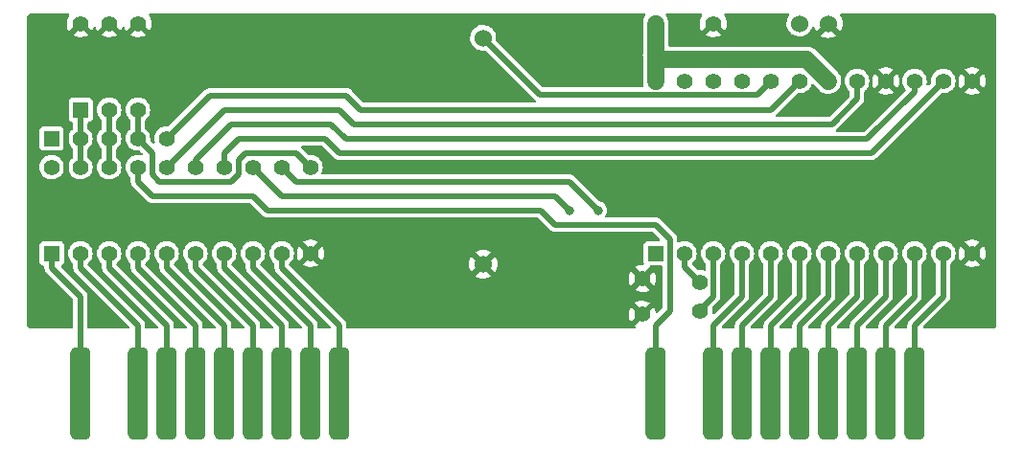
<source format=gbr>
%TF.GenerationSoftware,KiCad,Pcbnew,(6.0.8)*%
%TF.CreationDate,2024-04-27T10:12:53+02:00*%
%TF.ProjectId,RTC8088,52544338-3038-4382-9e6b-696361645f70,3.0*%
%TF.SameCoordinates,Original*%
%TF.FileFunction,Copper,L1,Top*%
%TF.FilePolarity,Positive*%
%FSLAX46Y46*%
G04 Gerber Fmt 4.6, Leading zero omitted, Abs format (unit mm)*
G04 Created by KiCad (PCBNEW (6.0.8)) date 2024-04-27 10:12:53*
%MOMM*%
%LPD*%
G01*
G04 APERTURE LIST*
G04 Aperture macros list*
%AMRoundRect*
0 Rectangle with rounded corners*
0 $1 Rounding radius*
0 $2 $3 $4 $5 $6 $7 $8 $9 X,Y pos of 4 corners*
0 Add a 4 corners polygon primitive as box body*
4,1,4,$2,$3,$4,$5,$6,$7,$8,$9,$2,$3,0*
0 Add four circle primitives for the rounded corners*
1,1,$1+$1,$2,$3*
1,1,$1+$1,$4,$5*
1,1,$1+$1,$6,$7*
1,1,$1+$1,$8,$9*
0 Add four rect primitives between the rounded corners*
20,1,$1+$1,$2,$3,$4,$5,0*
20,1,$1+$1,$4,$5,$6,$7,0*
20,1,$1+$1,$6,$7,$8,$9,0*
20,1,$1+$1,$8,$9,$2,$3,0*%
G04 Aperture macros list end*
%TA.AperFunction,ComponentPad*%
%ADD10R,1.397000X1.397000*%
%TD*%
%TA.AperFunction,ComponentPad*%
%ADD11C,1.397000*%
%TD*%
%TA.AperFunction,ComponentPad*%
%ADD12C,1.524000*%
%TD*%
%TA.AperFunction,ConnectorPad*%
%ADD13RoundRect,0.444500X-0.444500X-3.619500X0.444500X-3.619500X0.444500X3.619500X-0.444500X3.619500X0*%
%TD*%
%TA.AperFunction,ViaPad*%
%ADD14C,0.800000*%
%TD*%
%TA.AperFunction,Conductor*%
%ADD15C,0.500000*%
%TD*%
%TA.AperFunction,Conductor*%
%ADD16C,1.500000*%
%TD*%
G04 APERTURE END LIST*
D10*
%TO.P,U1,1,MOT*%
%TO.N,unconnected-(U1-Pad1)*%
X165100000Y-78740000D03*
D11*
%TO.P,U1,2,X1*%
%TO.N,Net-(U1-Pad2)*%
X167640000Y-78740000D03*
%TO.P,U1,3,X2*%
%TO.N,Net-(U1-Pad3)*%
X170180000Y-78740000D03*
%TO.P,U1,4,AD0*%
%TO.N,/D0*%
X172720000Y-78740000D03*
%TO.P,U1,5,AD1*%
%TO.N,/D1*%
X175260000Y-78740000D03*
%TO.P,U1,6,AD2*%
%TO.N,/D2*%
X177800000Y-78740000D03*
%TO.P,U1,7,AD3*%
%TO.N,/D3*%
X180340000Y-78740000D03*
%TO.P,U1,8,AD4*%
%TO.N,/D4*%
X182880000Y-78740000D03*
%TO.P,U1,9,AD5*%
%TO.N,/D5*%
X185420000Y-78740000D03*
%TO.P,U1,10,AD6*%
%TO.N,/D6*%
X187960000Y-78740000D03*
%TO.P,U1,11,AD7*%
%TO.N,/D7*%
X190500000Y-78740000D03*
%TO.P,U1,12,GND*%
%TO.N,GND*%
X193040000Y-78740000D03*
%TO.P,U1,13,~{CS}*%
X193040000Y-63500000D03*
%TO.P,U1,14,AS*%
%TO.N,/RTCALE*%
X190500000Y-63500000D03*
%TO.P,U1,15,R/~{W}*%
%TO.N,/RTCWR*%
X187960000Y-63500000D03*
%TO.P,U1,16,GND*%
%TO.N,GND*%
X185420000Y-63500000D03*
%TO.P,U1,17,DS*%
%TO.N,/RTCRD*%
X182880000Y-63500000D03*
%TO.P,U1,18,~{RESET}*%
%TO.N,VCC*%
X180340000Y-63500000D03*
%TO.P,U1,19,~{IRQ}*%
%TO.N,/~{IRQ}*%
X177800000Y-63500000D03*
%TO.P,U1,20,VBAT*%
%TO.N,Net-(BT1-Pad1)*%
X175260000Y-63500000D03*
%TO.P,U1,21,~{RCLR}*%
%TO.N,Net-(JP1-Pad1)*%
X172720000Y-63500000D03*
%TO.P,U1,22,NC*%
%TO.N,unconnected-(U1-Pad22)*%
X170180000Y-63500000D03*
%TO.P,U1,23,SQW*%
%TO.N,unconnected-(U1-Pad23)*%
X167640000Y-63500000D03*
%TO.P,U1,24,VCC*%
%TO.N,VCC*%
X165100000Y-63500000D03*
%TD*%
D10*
%TO.P,RN1,1,common*%
%TO.N,VCC*%
X111760000Y-68580000D03*
D11*
%TO.P,RN1,2,R1*%
%TO.N,/AS0*%
X114300000Y-68580000D03*
%TO.P,RN1,3,R2*%
%TO.N,/AS1*%
X116840000Y-68580000D03*
%TO.P,RN1,4,R3*%
%TO.N,/AS2*%
X119380000Y-68580000D03*
%TO.P,RN1,5,R4*%
%TO.N,/~{IRQ}*%
X121920000Y-68580000D03*
%TD*%
D12*
%TO.P,JP1,1,A*%
%TO.N,Net-(JP1-Pad1)*%
X177800000Y-58420000D03*
%TO.P,JP1,2,B*%
%TO.N,GND*%
X180340000Y-58420000D03*
%TD*%
D10*
%TO.P,U2,1,I/CLK*%
%TO.N,/A0*%
X111760000Y-78740000D03*
D11*
%TO.P,U2,2,I1*%
%TO.N,/A2*%
X114300000Y-78740000D03*
%TO.P,U2,3,I2*%
%TO.N,/A3*%
X116840000Y-78740000D03*
%TO.P,U2,4,I3*%
%TO.N,/A4*%
X119380000Y-78740000D03*
%TO.P,U2,5,I4*%
%TO.N,/A5*%
X121920000Y-78740000D03*
%TO.P,U2,6,I5*%
%TO.N,/A6*%
X124460000Y-78740000D03*
%TO.P,U2,7,I6*%
%TO.N,/A7*%
X127000000Y-78740000D03*
%TO.P,U2,8,I7*%
%TO.N,/A8*%
X129540000Y-78740000D03*
%TO.P,U2,9,I8*%
%TO.N,/A9*%
X132080000Y-78740000D03*
%TO.P,U2,10,GND*%
%TO.N,GND*%
X134620000Y-78740000D03*
%TO.P,U2,11,I9/~{OE}*%
%TO.N,/AS2*%
X134620000Y-71120000D03*
%TO.P,U2,12,I/O8*%
%TO.N,/IOW*%
X132080000Y-71120000D03*
%TO.P,U2,13,I/O7*%
%TO.N,/IOR*%
X129540000Y-71120000D03*
%TO.P,U2,14,I/O6*%
%TO.N,/RTCALE*%
X127000000Y-71120000D03*
%TO.P,U2,15,I/O5*%
%TO.N,/RTCWR*%
X124460000Y-71120000D03*
%TO.P,U2,16,I/O4*%
%TO.N,/RTCRD*%
X121920000Y-71120000D03*
%TO.P,U2,17,I/O3*%
%TO.N,/AEN*%
X119380000Y-71120000D03*
%TO.P,U2,18,I/O2*%
%TO.N,/AS1*%
X116840000Y-71120000D03*
%TO.P,U2,19,I/O1*%
%TO.N,/AS0*%
X114300000Y-71120000D03*
%TO.P,U2,20,VCC*%
%TO.N,VCC*%
X111760000Y-71120000D03*
%TD*%
D10*
%TO.P,SW1,1*%
%TO.N,/AS0*%
X114300000Y-66040000D03*
D11*
%TO.P,SW1,2*%
%TO.N,/AS1*%
X116840000Y-66040000D03*
%TO.P,SW1,3*%
%TO.N,/AS2*%
X119380000Y-66040000D03*
%TO.P,SW1,4*%
%TO.N,GND*%
X119380000Y-58420000D03*
%TO.P,SW1,5*%
X116840000Y-58420000D03*
%TO.P,SW1,6*%
X114300000Y-58420000D03*
%TD*%
D13*
%TO.P,BUS1,33,SD7*%
%TO.N,/D7*%
X187960000Y-91122500D03*
%TO.P,BUS1,34,SD6*%
%TO.N,/D6*%
X185420000Y-91122500D03*
%TO.P,BUS1,35,SD5*%
%TO.N,/D5*%
X182880000Y-91122500D03*
%TO.P,BUS1,36,SD4*%
%TO.N,/D4*%
X180340000Y-91122500D03*
%TO.P,BUS1,37,SD3*%
%TO.N,/D3*%
X177800000Y-91122500D03*
%TO.P,BUS1,38,SD2*%
%TO.N,/D2*%
X175260000Y-91122500D03*
%TO.P,BUS1,39,SD1*%
%TO.N,/D1*%
X172720000Y-91122500D03*
%TO.P,BUS1,40,SD0*%
%TO.N,/D0*%
X170180000Y-91122500D03*
%TO.P,BUS1,42,AEN*%
%TO.N,/AEN*%
X165100000Y-91122500D03*
%TO.P,BUS1,53,SA9*%
%TO.N,/A9*%
X137160000Y-91122500D03*
%TO.P,BUS1,54,SA8*%
%TO.N,/A8*%
X134620000Y-91122500D03*
%TO.P,BUS1,55,SA7*%
%TO.N,/A7*%
X132080000Y-91122500D03*
%TO.P,BUS1,56,SA6*%
%TO.N,/A6*%
X129540000Y-91122500D03*
%TO.P,BUS1,57,SA5*%
%TO.N,/A5*%
X127000000Y-91122500D03*
%TO.P,BUS1,58,SA4*%
%TO.N,/A4*%
X124460000Y-91122500D03*
%TO.P,BUS1,59,SA3*%
%TO.N,/A3*%
X121920000Y-91122500D03*
%TO.P,BUS1,60,SA2*%
%TO.N,/A2*%
X119380000Y-91122500D03*
%TO.P,BUS1,62,SA0*%
%TO.N,/A0*%
X114300000Y-91122500D03*
%TD*%
D11*
%TO.P,Y1,1,1*%
%TO.N,Net-(U1-Pad2)*%
X168998685Y-81280000D03*
%TO.P,Y1,2,2*%
%TO.N,Net-(U1-Pad3)*%
X168998685Y-83820000D03*
%TO.P,Y1,3,3*%
%TO.N,GND*%
X163918685Y-84137500D03*
X163918685Y-80962500D03*
%TD*%
%TO.P,C1,1*%
%TO.N,VCC*%
X165100000Y-58420000D03*
%TO.P,C1,2*%
%TO.N,GND*%
X170180000Y-58420000D03*
%TD*%
D12*
%TO.P,BT1,1,+*%
%TO.N,Net-(BT1-Pad1)*%
X149860000Y-59692540D03*
%TO.P,BT1,2,-*%
%TO.N,GND*%
X149860000Y-79692500D03*
%TD*%
D14*
%TO.N,GND*%
X190817500Y-84455000D03*
X136525000Y-71120000D03*
X163830000Y-74930000D03*
X163830000Y-73660000D03*
X163830000Y-72390000D03*
X111760000Y-84455000D03*
%TO.N,/IOW*%
X160020000Y-74930000D03*
%TO.N,/IOR*%
X157480000Y-74930000D03*
%TD*%
D15*
%TO.N,GND*%
X187960000Y-73660000D02*
X193040000Y-78740000D01*
X147637500Y-77470000D02*
X149860000Y-79692500D01*
X118173500Y-77216000D02*
X113030000Y-72072500D01*
X135890000Y-77470000D02*
X147637500Y-77470000D01*
X134620000Y-78740000D02*
X135890000Y-77470000D01*
X134620000Y-78740000D02*
X133096000Y-77216000D01*
X133096000Y-77216000D02*
X118173500Y-77216000D01*
X163830000Y-73660000D02*
X187960000Y-73660000D01*
X113030000Y-59690000D02*
X114300000Y-58420000D01*
X113030000Y-72072500D02*
X113030000Y-59690000D01*
%TO.N,/AS1*%
X116840000Y-68580000D02*
X116840000Y-66040000D01*
X116840000Y-71120000D02*
X116840000Y-68580000D01*
%TO.N,/AS0*%
X114300000Y-71120000D02*
X114300000Y-68580000D01*
X114300000Y-68580000D02*
X114300000Y-66040000D01*
D16*
%TO.N,VCC*%
X165100000Y-61277500D02*
X165100000Y-58420000D01*
X165100000Y-63500000D02*
X165100000Y-61277500D01*
X165417500Y-61595000D02*
X165100000Y-61277500D01*
X180340000Y-63500000D02*
X178435000Y-61595000D01*
X167005000Y-61595000D02*
X165417500Y-61595000D01*
X178435000Y-61595000D02*
X167005000Y-61595000D01*
D15*
%TO.N,/~{IRQ}*%
X125730000Y-64770000D02*
X137795000Y-64770000D01*
X137795000Y-64770000D02*
X139065000Y-66040000D01*
X175260000Y-66040000D02*
X139065000Y-66040000D01*
X121920000Y-68580000D02*
X125730000Y-64770000D01*
X177800000Y-63500000D02*
X175260000Y-66040000D01*
%TO.N,Net-(U1-Pad2)*%
X168998685Y-81280000D02*
X167640000Y-79921315D01*
X167640000Y-79921315D02*
X167640000Y-78740000D01*
%TO.N,Net-(U1-Pad3)*%
X170180000Y-78740000D02*
X170180000Y-82550000D01*
X170180000Y-82550000D02*
X168910000Y-83820000D01*
%TO.N,/D0*%
X172720000Y-82550000D02*
X170180000Y-85090000D01*
X172720000Y-78740000D02*
X172720000Y-82550000D01*
X170180000Y-85090000D02*
X170180000Y-90805000D01*
%TO.N,/D1*%
X172720000Y-85090000D02*
X175260000Y-82550000D01*
X175260000Y-82550000D02*
X175260000Y-78740000D01*
X172720000Y-90805000D02*
X172720000Y-85090000D01*
%TO.N,/D2*%
X175260000Y-85090000D02*
X177800000Y-82550000D01*
X177800000Y-82550000D02*
X177800000Y-78740000D01*
X175260000Y-90805000D02*
X175260000Y-85090000D01*
%TO.N,/D3*%
X177800000Y-85090000D02*
X180340000Y-82550000D01*
X177800000Y-90805000D02*
X177800000Y-85090000D01*
X180340000Y-82550000D02*
X180340000Y-78740000D01*
%TO.N,/D4*%
X180340000Y-90805000D02*
X180340000Y-85090000D01*
X180340000Y-85090000D02*
X182880000Y-82550000D01*
X182880000Y-82550000D02*
X182880000Y-78740000D01*
%TO.N,/D5*%
X185420000Y-82550000D02*
X185420000Y-78740000D01*
X182880000Y-85090000D02*
X185420000Y-82550000D01*
X182880000Y-90805000D02*
X182880000Y-85090000D01*
%TO.N,/D6*%
X187960000Y-82550000D02*
X187960000Y-78740000D01*
X185420000Y-85090000D02*
X187960000Y-82550000D01*
X185420000Y-90805000D02*
X185420000Y-85090000D01*
%TO.N,/D7*%
X187960000Y-85090000D02*
X190500000Y-82550000D01*
X190500000Y-82550000D02*
X190500000Y-78740000D01*
X187960000Y-91122500D02*
X187960000Y-85090000D01*
%TO.N,/RTCALE*%
X135890000Y-68580000D02*
X137160000Y-69850000D01*
X137160000Y-69850000D02*
X184150000Y-69850000D01*
X127000000Y-71120000D02*
X127000000Y-69850000D01*
X184150000Y-69850000D02*
X190500000Y-63500000D01*
X128270000Y-68580000D02*
X135890000Y-68580000D01*
X127000000Y-69850000D02*
X128270000Y-68580000D01*
%TO.N,/RTCWR*%
X124460000Y-70485000D02*
X127635000Y-67310000D01*
X187960000Y-64452500D02*
X187960000Y-63500000D01*
X124460000Y-71120000D02*
X124460000Y-70485000D01*
X136395960Y-67310000D02*
X137730480Y-68644520D01*
X137730480Y-68644520D02*
X183767980Y-68644520D01*
X127635000Y-67310000D02*
X136395960Y-67310000D01*
X183767980Y-68644520D02*
X187960000Y-64452500D01*
%TO.N,/RTCRD*%
X182880000Y-65087500D02*
X182880000Y-63500000D01*
X121920000Y-71120000D02*
X127000000Y-66040000D01*
X138430000Y-67310000D02*
X180657500Y-67310000D01*
X137160000Y-66040000D02*
X138430000Y-67310000D01*
X180657500Y-67310000D02*
X182880000Y-65087500D01*
X127000000Y-66040000D02*
X137160000Y-66040000D01*
%TO.N,Net-(BT1-Pad1)*%
X149860000Y-59692540D02*
X154866980Y-64699520D01*
X154866980Y-64699520D02*
X174060480Y-64699520D01*
X174060480Y-64699520D02*
X175260000Y-63500000D01*
%TO.N,/A0*%
X114300000Y-90805000D02*
X114300000Y-82550000D01*
X111760000Y-80010000D02*
X111760000Y-78740000D01*
X114300000Y-82550000D02*
X111760000Y-80010000D01*
%TO.N,/A3*%
X116840000Y-80010000D02*
X121920000Y-85090000D01*
X116840000Y-78740000D02*
X116840000Y-80010000D01*
X121920000Y-85090000D02*
X121920000Y-90805000D01*
%TO.N,/A4*%
X119380000Y-80010000D02*
X119380000Y-78740000D01*
X124460000Y-85090000D02*
X119380000Y-80010000D01*
X124460000Y-90805000D02*
X124460000Y-85090000D01*
%TO.N,/A5*%
X127000000Y-90805000D02*
X127000000Y-85090000D01*
X121920000Y-80010000D02*
X121920000Y-78740000D01*
X127000000Y-85090000D02*
X121920000Y-80010000D01*
%TO.N,/A6*%
X129540000Y-90805000D02*
X129540000Y-85090000D01*
X124460000Y-80010000D02*
X124460000Y-78740000D01*
X129540000Y-85090000D02*
X124460000Y-80010000D01*
%TO.N,/A7*%
X132080000Y-85090000D02*
X132080000Y-90805000D01*
X127000000Y-78740000D02*
X127000000Y-80010000D01*
X127000000Y-80010000D02*
X132080000Y-85090000D01*
%TO.N,/A8*%
X129540000Y-80010000D02*
X134620000Y-85090000D01*
X134620000Y-85090000D02*
X134620000Y-90805000D01*
X129540000Y-78740000D02*
X129540000Y-80010000D01*
%TO.N,/A9*%
X137160000Y-85090000D02*
X137160000Y-90805000D01*
X132080000Y-80010000D02*
X137160000Y-85090000D01*
X132080000Y-78740000D02*
X132080000Y-80010000D01*
%TO.N,/IOW*%
X160020000Y-74930000D02*
X157480000Y-72390000D01*
X157480000Y-72390000D02*
X133350000Y-72390000D01*
X133350000Y-72390000D02*
X132080000Y-71120000D01*
%TO.N,/IOR*%
X132080000Y-73660000D02*
X129540000Y-71120000D01*
X157480000Y-74930000D02*
X156210000Y-73660000D01*
X156210000Y-73660000D02*
X132080000Y-73660000D01*
%TO.N,/AEN*%
X166370000Y-83820000D02*
X165100000Y-85090000D01*
X129540000Y-73660000D02*
X130810000Y-74930000D01*
X130810000Y-74930000D02*
X154940000Y-74930000D01*
X156210000Y-76200000D02*
X165100000Y-76200000D01*
X119380000Y-71120000D02*
X119380000Y-72390000D01*
X154940000Y-74930000D02*
X156210000Y-76200000D01*
X166370000Y-77470000D02*
X166370000Y-83820000D01*
X119380000Y-72390000D02*
X120650000Y-73660000D01*
X165100000Y-85090000D02*
X165100000Y-90805000D01*
X120650000Y-73660000D02*
X129540000Y-73660000D01*
X165100000Y-76200000D02*
X166370000Y-77470000D01*
%TO.N,/A2*%
X114300000Y-80010000D02*
X114300000Y-78740000D01*
X119380000Y-85090000D02*
X114300000Y-80010000D01*
X119380000Y-91122500D02*
X119380000Y-85090000D01*
%TO.N,/AS2*%
X128905000Y-69850000D02*
X128270000Y-70485000D01*
X120650000Y-71755000D02*
X120650000Y-69850000D01*
X120650000Y-69850000D02*
X119380000Y-68580000D01*
X127635000Y-72390000D02*
X121285000Y-72390000D01*
X134620000Y-71120000D02*
X133350000Y-69850000D01*
X128270000Y-71755000D02*
X127635000Y-72390000D01*
X121285000Y-72390000D02*
X120650000Y-71755000D01*
X133350000Y-69850000D02*
X128905000Y-69850000D01*
X119380000Y-66040000D02*
X119380000Y-68580000D01*
X128270000Y-70485000D02*
X128270000Y-71755000D01*
%TD*%
%TA.AperFunction,Conductor*%
%TO.N,GND*%
G36*
X169152351Y-57551502D02*
G01*
X169198844Y-57605158D01*
X169208948Y-57675432D01*
X169183180Y-57735506D01*
X169167386Y-57755541D01*
X169161118Y-57765192D01*
X169063256Y-57951198D01*
X169058851Y-57961832D01*
X168996522Y-58162563D01*
X168994130Y-58173817D01*
X168969425Y-58382547D01*
X168969124Y-58394048D01*
X168982871Y-58603779D01*
X168984672Y-58615149D01*
X169036409Y-58818863D01*
X169040250Y-58829710D01*
X169128247Y-59020592D01*
X169133996Y-59030549D01*
X169155112Y-59060427D01*
X169165701Y-59068815D01*
X169179000Y-59061788D01*
X170090905Y-58149884D01*
X170153217Y-58115859D01*
X170224033Y-58120924D01*
X170269095Y-58149884D01*
X171182609Y-59063398D01*
X171194987Y-59070156D01*
X171201566Y-59065231D01*
X171284095Y-58917865D01*
X171288771Y-58907362D01*
X171356334Y-58708328D01*
X171359019Y-58697145D01*
X171389475Y-58487088D01*
X171390105Y-58479705D01*
X171391572Y-58423704D01*
X171391329Y-58416305D01*
X171371908Y-58204945D01*
X171369811Y-58193630D01*
X171312758Y-57991336D01*
X171308636Y-57980597D01*
X171215673Y-57792085D01*
X171209663Y-57782278D01*
X171172782Y-57732889D01*
X171148050Y-57666340D01*
X171163224Y-57596984D01*
X171213486Y-57546841D01*
X171273740Y-57531500D01*
X176784458Y-57531500D01*
X176852579Y-57551502D01*
X176899072Y-57605158D01*
X176909176Y-57675432D01*
X176883408Y-57735506D01*
X176860006Y-57765192D01*
X176836872Y-57794537D01*
X176834181Y-57799653D01*
X176834179Y-57799655D01*
X176820876Y-57824940D01*
X176739018Y-57980527D01*
X176676696Y-58181234D01*
X176676017Y-58186969D01*
X176676017Y-58186970D01*
X176673206Y-58210721D01*
X176651995Y-58389938D01*
X176665740Y-58599649D01*
X176717471Y-58803343D01*
X176719890Y-58808590D01*
X176803038Y-58988953D01*
X176803041Y-58988958D01*
X176805457Y-58994199D01*
X176808788Y-58998912D01*
X176808789Y-58998914D01*
X176885738Y-59107793D01*
X176926751Y-59165825D01*
X177077289Y-59312474D01*
X177082085Y-59315679D01*
X177082088Y-59315681D01*
X177152499Y-59362728D01*
X177252031Y-59429233D01*
X177257339Y-59431514D01*
X177257340Y-59431514D01*
X177439822Y-59509914D01*
X177439825Y-59509915D01*
X177445125Y-59512192D01*
X177450754Y-59513466D01*
X177450755Y-59513466D01*
X177644467Y-59557299D01*
X177644473Y-59557300D01*
X177650104Y-59558574D01*
X177655875Y-59558801D01*
X177655877Y-59558801D01*
X177719433Y-59561298D01*
X177860103Y-59566825D01*
X178068088Y-59536669D01*
X178073552Y-59534814D01*
X178073557Y-59534813D01*
X178238634Y-59478777D01*
X179645777Y-59478777D01*
X179655074Y-59490793D01*
X179698069Y-59520898D01*
X179707555Y-59526376D01*
X179898993Y-59615645D01*
X179909285Y-59619391D01*
X180113309Y-59674059D01*
X180124104Y-59675962D01*
X180334525Y-59694372D01*
X180345475Y-59694372D01*
X180555896Y-59675962D01*
X180566691Y-59674059D01*
X180770715Y-59619391D01*
X180781007Y-59615645D01*
X180972445Y-59526376D01*
X180981931Y-59520898D01*
X181025764Y-59490207D01*
X181034139Y-59479729D01*
X181027071Y-59466281D01*
X180352812Y-58792022D01*
X180338868Y-58784408D01*
X180337035Y-58784539D01*
X180330420Y-58788790D01*
X179652207Y-59467003D01*
X179645777Y-59478777D01*
X178238634Y-59478777D01*
X178261624Y-59470973D01*
X178261629Y-59470971D01*
X178267096Y-59469115D01*
X178272157Y-59466281D01*
X178353061Y-59420972D01*
X178450460Y-59366426D01*
X178612041Y-59232041D01*
X178746426Y-59070460D01*
X178830579Y-58920195D01*
X178846291Y-58892139D01*
X178846292Y-58892137D01*
X178849115Y-58887096D01*
X178883953Y-58784467D01*
X178924789Y-58726392D01*
X178990541Y-58699613D01*
X179060334Y-58712634D01*
X179112007Y-58761320D01*
X179124971Y-58792357D01*
X179140606Y-58850707D01*
X179144355Y-58861007D01*
X179233623Y-59052441D01*
X179239103Y-59061932D01*
X179269794Y-59105765D01*
X179280271Y-59114140D01*
X179293718Y-59107072D01*
X180250905Y-58149885D01*
X180313217Y-58115859D01*
X180384032Y-58120924D01*
X180429095Y-58149885D01*
X181387003Y-59107793D01*
X181398777Y-59114223D01*
X181410793Y-59104926D01*
X181440897Y-59061932D01*
X181446377Y-59052441D01*
X181535645Y-58861007D01*
X181539391Y-58850715D01*
X181594059Y-58646691D01*
X181595962Y-58635896D01*
X181614372Y-58425475D01*
X181614372Y-58414525D01*
X181595962Y-58204104D01*
X181594059Y-58193309D01*
X181539391Y-57989285D01*
X181535645Y-57978993D01*
X181446376Y-57787556D01*
X181440903Y-57778078D01*
X181407078Y-57729770D01*
X181384391Y-57662496D01*
X181401676Y-57593636D01*
X181453446Y-57545052D01*
X181510292Y-57531500D01*
X194905060Y-57531500D01*
X194924771Y-57533051D01*
X194935205Y-57534704D01*
X194935208Y-57534704D01*
X194945000Y-57536255D01*
X194954797Y-57534703D01*
X194955305Y-57534703D01*
X194975029Y-57536256D01*
X194978027Y-57536731D01*
X194980623Y-57537142D01*
X195049994Y-57572494D01*
X195157506Y-57680006D01*
X195192858Y-57749377D01*
X195193744Y-57754967D01*
X195195297Y-57774695D01*
X195195297Y-57775203D01*
X195193745Y-57785000D01*
X195195296Y-57794792D01*
X195195296Y-57794795D01*
X195196949Y-57805229D01*
X195198500Y-57824940D01*
X195198500Y-85101810D01*
X195178498Y-85169931D01*
X195161595Y-85190905D01*
X194981905Y-85370595D01*
X194919593Y-85404621D01*
X194892810Y-85407500D01*
X188839766Y-85407500D01*
X188771645Y-85387498D01*
X188725152Y-85333842D01*
X188715048Y-85263568D01*
X188744542Y-85198988D01*
X188750671Y-85192405D01*
X190891030Y-83052046D01*
X190899272Y-83044546D01*
X190905732Y-83040446D01*
X190952198Y-82990965D01*
X190954953Y-82988123D01*
X190974631Y-82968445D01*
X190977091Y-82965273D01*
X190984795Y-82956253D01*
X191006072Y-82933596D01*
X191014955Y-82924136D01*
X191024670Y-82906465D01*
X191035516Y-82889953D01*
X191047879Y-82874015D01*
X191065381Y-82833569D01*
X191070598Y-82822921D01*
X191088003Y-82791262D01*
X191088004Y-82791259D01*
X191091820Y-82784318D01*
X191096835Y-82764786D01*
X191103233Y-82746100D01*
X191111245Y-82727584D01*
X191112485Y-82719756D01*
X191112486Y-82719752D01*
X191118138Y-82684072D01*
X191120544Y-82672451D01*
X191129528Y-82637458D01*
X191129528Y-82637457D01*
X191131500Y-82629777D01*
X191131500Y-82609612D01*
X191133051Y-82589902D01*
X191134964Y-82577824D01*
X191134964Y-82577823D01*
X191136204Y-82569994D01*
X191132059Y-82526140D01*
X191131500Y-82514287D01*
X191131500Y-79752314D01*
X192392046Y-79752314D01*
X192401928Y-79764803D01*
X192457041Y-79801627D01*
X192467146Y-79807114D01*
X192660267Y-79890086D01*
X192671210Y-79893641D01*
X192876209Y-79940028D01*
X192887618Y-79941530D01*
X193097645Y-79949781D01*
X193109129Y-79949179D01*
X193317145Y-79919019D01*
X193328328Y-79916334D01*
X193527362Y-79848771D01*
X193537865Y-79844095D01*
X193680404Y-79764270D01*
X193690266Y-79754194D01*
X193687311Y-79746522D01*
X193052811Y-79112021D01*
X193038868Y-79104408D01*
X193037034Y-79104539D01*
X193030420Y-79108790D01*
X192398239Y-79740972D01*
X192392046Y-79752314D01*
X191131500Y-79752314D01*
X191131500Y-79678686D01*
X191151502Y-79610565D01*
X191176929Y-79581814D01*
X191266947Y-79506947D01*
X191393870Y-79354339D01*
X191490856Y-79181158D01*
X191531964Y-79060059D01*
X191552803Y-78998669D01*
X191552803Y-78998668D01*
X191554659Y-78993201D01*
X191555487Y-78987492D01*
X191555488Y-78987487D01*
X191582609Y-78800437D01*
X191582610Y-78800430D01*
X191583141Y-78796765D01*
X191583231Y-78793322D01*
X191602735Y-78743140D01*
X191600588Y-78738734D01*
X191810961Y-78738734D01*
X191832231Y-78778986D01*
X191834485Y-78795841D01*
X191842871Y-78923779D01*
X191844672Y-78935149D01*
X191896409Y-79138863D01*
X191900250Y-79149710D01*
X191988247Y-79340592D01*
X191993996Y-79350549D01*
X192015112Y-79380427D01*
X192025702Y-79388816D01*
X192039001Y-79381788D01*
X192667979Y-78752811D01*
X192674356Y-78741132D01*
X193404408Y-78741132D01*
X193404539Y-78742966D01*
X193408790Y-78749580D01*
X194042611Y-79383400D01*
X194054986Y-79390157D01*
X194061566Y-79385231D01*
X194144095Y-79237865D01*
X194148771Y-79227362D01*
X194216334Y-79028328D01*
X194219019Y-79017145D01*
X194249475Y-78807088D01*
X194250105Y-78799705D01*
X194251572Y-78743704D01*
X194251329Y-78736305D01*
X194231908Y-78524945D01*
X194229811Y-78513630D01*
X194172758Y-78311336D01*
X194168636Y-78300597D01*
X194075671Y-78112083D01*
X194069665Y-78102281D01*
X194066510Y-78098056D01*
X194055251Y-78089606D01*
X194042834Y-78096377D01*
X193412021Y-78727189D01*
X193404408Y-78741132D01*
X192674356Y-78741132D01*
X192675592Y-78738868D01*
X192675461Y-78737034D01*
X192671210Y-78730420D01*
X192035603Y-78094814D01*
X192023228Y-78088057D01*
X192017262Y-78092523D01*
X191923256Y-78271198D01*
X191918851Y-78281832D01*
X191856522Y-78482563D01*
X191854130Y-78493817D01*
X191830583Y-78692762D01*
X191810961Y-78738734D01*
X191600588Y-78738734D01*
X191581225Y-78698994D01*
X191579985Y-78689481D01*
X191566994Y-78548099D01*
X191566465Y-78542342D01*
X191558368Y-78513630D01*
X191531433Y-78418128D01*
X191512587Y-78351304D01*
X191424797Y-78173284D01*
X191306035Y-78014243D01*
X191291510Y-78000816D01*
X191164520Y-77883428D01*
X191164518Y-77883426D01*
X191160279Y-77879508D01*
X191049368Y-77809528D01*
X190997290Y-77776669D01*
X190997289Y-77776669D01*
X190992410Y-77773590D01*
X190987050Y-77771452D01*
X190987047Y-77771450D01*
X190875150Y-77726808D01*
X192390921Y-77726808D01*
X192394407Y-77735196D01*
X193027189Y-78367979D01*
X193041132Y-78375592D01*
X193042966Y-78375461D01*
X193049580Y-78371210D01*
X193681700Y-77739089D01*
X193688457Y-77726714D01*
X193682427Y-77718658D01*
X193594972Y-77663478D01*
X193584721Y-77658254D01*
X193389497Y-77580368D01*
X193378469Y-77577101D01*
X193172322Y-77536096D01*
X193160875Y-77534893D01*
X192950716Y-77532142D01*
X192939236Y-77533045D01*
X192732087Y-77568640D01*
X192720979Y-77571617D01*
X192523782Y-77644366D01*
X192513400Y-77649318D01*
X192400519Y-77716475D01*
X192390921Y-77726808D01*
X190875150Y-77726808D01*
X190808051Y-77700038D01*
X190802394Y-77698913D01*
X190802388Y-77698911D01*
X190619041Y-77662442D01*
X190619039Y-77662442D01*
X190613374Y-77661315D01*
X190607599Y-77661239D01*
X190607595Y-77661239D01*
X190508638Y-77659944D01*
X190414901Y-77658717D01*
X190409204Y-77659696D01*
X190409203Y-77659696D01*
X190224975Y-77691352D01*
X190219278Y-77692331D01*
X190033056Y-77761032D01*
X189862472Y-77862518D01*
X189713239Y-77993392D01*
X189709664Y-77997927D01*
X189709663Y-77997928D01*
X189696801Y-78014243D01*
X189590355Y-78149270D01*
X189587666Y-78154381D01*
X189587664Y-78154384D01*
X189540989Y-78243098D01*
X189497935Y-78324931D01*
X189439075Y-78514493D01*
X189415745Y-78711608D01*
X189428727Y-78909673D01*
X189477586Y-79102056D01*
X189560685Y-79282313D01*
X189564018Y-79287029D01*
X189636902Y-79390157D01*
X189675243Y-79444409D01*
X189817422Y-79582913D01*
X189821874Y-79585888D01*
X189862148Y-79644191D01*
X189868500Y-79683694D01*
X189868500Y-82236235D01*
X189848498Y-82304356D01*
X189831595Y-82325330D01*
X187568970Y-84587954D01*
X187560728Y-84595454D01*
X187554268Y-84599554D01*
X187548843Y-84605331D01*
X187507802Y-84649035D01*
X187505047Y-84651877D01*
X187485369Y-84671555D01*
X187482909Y-84674727D01*
X187475209Y-84683743D01*
X187445045Y-84715864D01*
X187435330Y-84733535D01*
X187424484Y-84750047D01*
X187412121Y-84765985D01*
X187394619Y-84806431D01*
X187389402Y-84817079D01*
X187374149Y-84844825D01*
X187368180Y-84855682D01*
X187363165Y-84875214D01*
X187356767Y-84893900D01*
X187348755Y-84912416D01*
X187342532Y-84951709D01*
X187341865Y-84955923D01*
X187339458Y-84967547D01*
X187328500Y-85010223D01*
X187328500Y-85030389D01*
X187326949Y-85050099D01*
X187323796Y-85070007D01*
X187324542Y-85077899D01*
X187327941Y-85113860D01*
X187328500Y-85125717D01*
X187328500Y-85281500D01*
X187308498Y-85349621D01*
X187254842Y-85396114D01*
X187202500Y-85407500D01*
X186299766Y-85407500D01*
X186231645Y-85387498D01*
X186185152Y-85333842D01*
X186175048Y-85263568D01*
X186204542Y-85198988D01*
X186210671Y-85192405D01*
X188351030Y-83052046D01*
X188359272Y-83044546D01*
X188365732Y-83040446D01*
X188412198Y-82990965D01*
X188414953Y-82988123D01*
X188434631Y-82968445D01*
X188437091Y-82965273D01*
X188444795Y-82956253D01*
X188466072Y-82933596D01*
X188474955Y-82924136D01*
X188484670Y-82906465D01*
X188495516Y-82889953D01*
X188507879Y-82874015D01*
X188525381Y-82833569D01*
X188530598Y-82822921D01*
X188548003Y-82791262D01*
X188548004Y-82791259D01*
X188551820Y-82784318D01*
X188556835Y-82764786D01*
X188563233Y-82746100D01*
X188571245Y-82727584D01*
X188572485Y-82719756D01*
X188572486Y-82719752D01*
X188578138Y-82684072D01*
X188580544Y-82672451D01*
X188589528Y-82637458D01*
X188589528Y-82637457D01*
X188591500Y-82629777D01*
X188591500Y-82609612D01*
X188593051Y-82589902D01*
X188594964Y-82577824D01*
X188594964Y-82577823D01*
X188596204Y-82569994D01*
X188592059Y-82526140D01*
X188591500Y-82514287D01*
X188591500Y-79678686D01*
X188611502Y-79610565D01*
X188636929Y-79581814D01*
X188726947Y-79506947D01*
X188853870Y-79354339D01*
X188950856Y-79181158D01*
X188991964Y-79060059D01*
X189012803Y-78998669D01*
X189012803Y-78998668D01*
X189014659Y-78993201D01*
X189015487Y-78987492D01*
X189015488Y-78987487D01*
X189042608Y-78800438D01*
X189043141Y-78796765D01*
X189044627Y-78740000D01*
X189026465Y-78542342D01*
X189018368Y-78513630D01*
X188991433Y-78418128D01*
X188972587Y-78351304D01*
X188884797Y-78173284D01*
X188766035Y-78014243D01*
X188751510Y-78000816D01*
X188624520Y-77883428D01*
X188624518Y-77883426D01*
X188620279Y-77879508D01*
X188509368Y-77809528D01*
X188457290Y-77776669D01*
X188457289Y-77776669D01*
X188452410Y-77773590D01*
X188447050Y-77771452D01*
X188447047Y-77771450D01*
X188335150Y-77726808D01*
X188268051Y-77700038D01*
X188262394Y-77698913D01*
X188262388Y-77698911D01*
X188079041Y-77662442D01*
X188079039Y-77662442D01*
X188073374Y-77661315D01*
X188067599Y-77661239D01*
X188067595Y-77661239D01*
X187968638Y-77659944D01*
X187874901Y-77658717D01*
X187869204Y-77659696D01*
X187869203Y-77659696D01*
X187684975Y-77691352D01*
X187679278Y-77692331D01*
X187493056Y-77761032D01*
X187322472Y-77862518D01*
X187173239Y-77993392D01*
X187169664Y-77997927D01*
X187169663Y-77997928D01*
X187156801Y-78014243D01*
X187050355Y-78149270D01*
X187047666Y-78154381D01*
X187047664Y-78154384D01*
X187000989Y-78243098D01*
X186957935Y-78324931D01*
X186899075Y-78514493D01*
X186875745Y-78711608D01*
X186888727Y-78909673D01*
X186937586Y-79102056D01*
X187020685Y-79282313D01*
X187024018Y-79287029D01*
X187096902Y-79390157D01*
X187135243Y-79444409D01*
X187277422Y-79582913D01*
X187281874Y-79585888D01*
X187322148Y-79644191D01*
X187328500Y-79683694D01*
X187328500Y-82236235D01*
X187308498Y-82304356D01*
X187291595Y-82325330D01*
X185028970Y-84587954D01*
X185020728Y-84595454D01*
X185014268Y-84599554D01*
X185008843Y-84605331D01*
X184967802Y-84649035D01*
X184965047Y-84651877D01*
X184945369Y-84671555D01*
X184942909Y-84674727D01*
X184935209Y-84683743D01*
X184905045Y-84715864D01*
X184895330Y-84733535D01*
X184884484Y-84750047D01*
X184872121Y-84765985D01*
X184854619Y-84806431D01*
X184849402Y-84817079D01*
X184834149Y-84844825D01*
X184828180Y-84855682D01*
X184823165Y-84875214D01*
X184816767Y-84893900D01*
X184808755Y-84912416D01*
X184802532Y-84951709D01*
X184801865Y-84955923D01*
X184799458Y-84967547D01*
X184788500Y-85010223D01*
X184788500Y-85030389D01*
X184786949Y-85050099D01*
X184783796Y-85070007D01*
X184784542Y-85077899D01*
X184787941Y-85113860D01*
X184788500Y-85125717D01*
X184788500Y-85281500D01*
X184768498Y-85349621D01*
X184714842Y-85396114D01*
X184662500Y-85407500D01*
X183759766Y-85407500D01*
X183691645Y-85387498D01*
X183645152Y-85333842D01*
X183635048Y-85263568D01*
X183664542Y-85198988D01*
X183670671Y-85192405D01*
X185811030Y-83052046D01*
X185819272Y-83044546D01*
X185825732Y-83040446D01*
X185872198Y-82990965D01*
X185874953Y-82988123D01*
X185894631Y-82968445D01*
X185897091Y-82965273D01*
X185904795Y-82956253D01*
X185926072Y-82933596D01*
X185934955Y-82924136D01*
X185944670Y-82906465D01*
X185955516Y-82889953D01*
X185967879Y-82874015D01*
X185985381Y-82833569D01*
X185990598Y-82822921D01*
X186008003Y-82791262D01*
X186008004Y-82791259D01*
X186011820Y-82784318D01*
X186016835Y-82764786D01*
X186023233Y-82746100D01*
X186031245Y-82727584D01*
X186032485Y-82719756D01*
X186032486Y-82719752D01*
X186038138Y-82684072D01*
X186040544Y-82672451D01*
X186049528Y-82637458D01*
X186049528Y-82637457D01*
X186051500Y-82629777D01*
X186051500Y-82609612D01*
X186053051Y-82589902D01*
X186054964Y-82577824D01*
X186054964Y-82577823D01*
X186056204Y-82569994D01*
X186052059Y-82526140D01*
X186051500Y-82514287D01*
X186051500Y-79678686D01*
X186071502Y-79610565D01*
X186096929Y-79581814D01*
X186186947Y-79506947D01*
X186313870Y-79354339D01*
X186410856Y-79181158D01*
X186451964Y-79060059D01*
X186472803Y-78998669D01*
X186472803Y-78998668D01*
X186474659Y-78993201D01*
X186475487Y-78987492D01*
X186475488Y-78987487D01*
X186502608Y-78800438D01*
X186503141Y-78796765D01*
X186504627Y-78740000D01*
X186486465Y-78542342D01*
X186478368Y-78513630D01*
X186451433Y-78418128D01*
X186432587Y-78351304D01*
X186344797Y-78173284D01*
X186226035Y-78014243D01*
X186211510Y-78000816D01*
X186084520Y-77883428D01*
X186084518Y-77883426D01*
X186080279Y-77879508D01*
X185969368Y-77809528D01*
X185917290Y-77776669D01*
X185917289Y-77776669D01*
X185912410Y-77773590D01*
X185907050Y-77771452D01*
X185907047Y-77771450D01*
X185795150Y-77726808D01*
X185728051Y-77700038D01*
X185722394Y-77698913D01*
X185722388Y-77698911D01*
X185539041Y-77662442D01*
X185539039Y-77662442D01*
X185533374Y-77661315D01*
X185527599Y-77661239D01*
X185527595Y-77661239D01*
X185428638Y-77659944D01*
X185334901Y-77658717D01*
X185329204Y-77659696D01*
X185329203Y-77659696D01*
X185144975Y-77691352D01*
X185139278Y-77692331D01*
X184953056Y-77761032D01*
X184782472Y-77862518D01*
X184633239Y-77993392D01*
X184629664Y-77997927D01*
X184629663Y-77997928D01*
X184616801Y-78014243D01*
X184510355Y-78149270D01*
X184507666Y-78154381D01*
X184507664Y-78154384D01*
X184460989Y-78243098D01*
X184417935Y-78324931D01*
X184359075Y-78514493D01*
X184335745Y-78711608D01*
X184348727Y-78909673D01*
X184397586Y-79102056D01*
X184480685Y-79282313D01*
X184484018Y-79287029D01*
X184556902Y-79390157D01*
X184595243Y-79444409D01*
X184737422Y-79582913D01*
X184741874Y-79585888D01*
X184782148Y-79644191D01*
X184788500Y-79683694D01*
X184788500Y-82236235D01*
X184768498Y-82304356D01*
X184751595Y-82325330D01*
X182488970Y-84587954D01*
X182480728Y-84595454D01*
X182474268Y-84599554D01*
X182468843Y-84605331D01*
X182427802Y-84649035D01*
X182425047Y-84651877D01*
X182405369Y-84671555D01*
X182402909Y-84674727D01*
X182395209Y-84683743D01*
X182365045Y-84715864D01*
X182355330Y-84733535D01*
X182344484Y-84750047D01*
X182332121Y-84765985D01*
X182314619Y-84806431D01*
X182309402Y-84817079D01*
X182294149Y-84844825D01*
X182288180Y-84855682D01*
X182283165Y-84875214D01*
X182276767Y-84893900D01*
X182268755Y-84912416D01*
X182262532Y-84951709D01*
X182261865Y-84955923D01*
X182259458Y-84967547D01*
X182248500Y-85010223D01*
X182248500Y-85030389D01*
X182246949Y-85050099D01*
X182243796Y-85070007D01*
X182244542Y-85077899D01*
X182247941Y-85113860D01*
X182248500Y-85125717D01*
X182248500Y-85281500D01*
X182228498Y-85349621D01*
X182174842Y-85396114D01*
X182122500Y-85407500D01*
X181219766Y-85407500D01*
X181151645Y-85387498D01*
X181105152Y-85333842D01*
X181095048Y-85263568D01*
X181124542Y-85198988D01*
X181130671Y-85192405D01*
X183271030Y-83052046D01*
X183279272Y-83044546D01*
X183285732Y-83040446D01*
X183332198Y-82990965D01*
X183334953Y-82988123D01*
X183354631Y-82968445D01*
X183357091Y-82965273D01*
X183364795Y-82956253D01*
X183386072Y-82933596D01*
X183394955Y-82924136D01*
X183404670Y-82906465D01*
X183415516Y-82889953D01*
X183427879Y-82874015D01*
X183445381Y-82833569D01*
X183450598Y-82822921D01*
X183468003Y-82791262D01*
X183468004Y-82791259D01*
X183471820Y-82784318D01*
X183476835Y-82764786D01*
X183483233Y-82746100D01*
X183491245Y-82727584D01*
X183492485Y-82719756D01*
X183492486Y-82719752D01*
X183498138Y-82684072D01*
X183500544Y-82672451D01*
X183509528Y-82637458D01*
X183509528Y-82637457D01*
X183511500Y-82629777D01*
X183511500Y-82609612D01*
X183513051Y-82589902D01*
X183514964Y-82577824D01*
X183514964Y-82577823D01*
X183516204Y-82569994D01*
X183512059Y-82526140D01*
X183511500Y-82514287D01*
X183511500Y-79678686D01*
X183531502Y-79610565D01*
X183556929Y-79581814D01*
X183646947Y-79506947D01*
X183773870Y-79354339D01*
X183870856Y-79181158D01*
X183911964Y-79060059D01*
X183932803Y-78998669D01*
X183932803Y-78998668D01*
X183934659Y-78993201D01*
X183935487Y-78987492D01*
X183935488Y-78987487D01*
X183962608Y-78800438D01*
X183963141Y-78796765D01*
X183964627Y-78740000D01*
X183946465Y-78542342D01*
X183938368Y-78513630D01*
X183911433Y-78418128D01*
X183892587Y-78351304D01*
X183804797Y-78173284D01*
X183686035Y-78014243D01*
X183671510Y-78000816D01*
X183544520Y-77883428D01*
X183544518Y-77883426D01*
X183540279Y-77879508D01*
X183429368Y-77809528D01*
X183377290Y-77776669D01*
X183377289Y-77776669D01*
X183372410Y-77773590D01*
X183367050Y-77771452D01*
X183367047Y-77771450D01*
X183255150Y-77726808D01*
X183188051Y-77700038D01*
X183182394Y-77698913D01*
X183182388Y-77698911D01*
X182999041Y-77662442D01*
X182999039Y-77662442D01*
X182993374Y-77661315D01*
X182987599Y-77661239D01*
X182987595Y-77661239D01*
X182888638Y-77659944D01*
X182794901Y-77658717D01*
X182789204Y-77659696D01*
X182789203Y-77659696D01*
X182604975Y-77691352D01*
X182599278Y-77692331D01*
X182413056Y-77761032D01*
X182242472Y-77862518D01*
X182093239Y-77993392D01*
X182089664Y-77997927D01*
X182089663Y-77997928D01*
X182076801Y-78014243D01*
X181970355Y-78149270D01*
X181967666Y-78154381D01*
X181967664Y-78154384D01*
X181920989Y-78243098D01*
X181877935Y-78324931D01*
X181819075Y-78514493D01*
X181795745Y-78711608D01*
X181808727Y-78909673D01*
X181857586Y-79102056D01*
X181940685Y-79282313D01*
X181944018Y-79287029D01*
X182016902Y-79390157D01*
X182055243Y-79444409D01*
X182197422Y-79582913D01*
X182201874Y-79585888D01*
X182242148Y-79644191D01*
X182248500Y-79683694D01*
X182248500Y-82236235D01*
X182228498Y-82304356D01*
X182211595Y-82325330D01*
X179948970Y-84587954D01*
X179940728Y-84595454D01*
X179934268Y-84599554D01*
X179928843Y-84605331D01*
X179887802Y-84649035D01*
X179885047Y-84651877D01*
X179865369Y-84671555D01*
X179862909Y-84674727D01*
X179855209Y-84683743D01*
X179825045Y-84715864D01*
X179815330Y-84733535D01*
X179804484Y-84750047D01*
X179792121Y-84765985D01*
X179774619Y-84806431D01*
X179769402Y-84817079D01*
X179754149Y-84844825D01*
X179748180Y-84855682D01*
X179743165Y-84875214D01*
X179736767Y-84893900D01*
X179728755Y-84912416D01*
X179722532Y-84951709D01*
X179721865Y-84955923D01*
X179719458Y-84967547D01*
X179708500Y-85010223D01*
X179708500Y-85030389D01*
X179706949Y-85050099D01*
X179703796Y-85070007D01*
X179704542Y-85077899D01*
X179707941Y-85113860D01*
X179708500Y-85125717D01*
X179708500Y-85281500D01*
X179688498Y-85349621D01*
X179634842Y-85396114D01*
X179582500Y-85407500D01*
X178679766Y-85407500D01*
X178611645Y-85387498D01*
X178565152Y-85333842D01*
X178555048Y-85263568D01*
X178584542Y-85198988D01*
X178590671Y-85192405D01*
X180731030Y-83052046D01*
X180739272Y-83044546D01*
X180745732Y-83040446D01*
X180792198Y-82990965D01*
X180794953Y-82988123D01*
X180814631Y-82968445D01*
X180817091Y-82965273D01*
X180824795Y-82956253D01*
X180846072Y-82933596D01*
X180854955Y-82924136D01*
X180864670Y-82906465D01*
X180875516Y-82889953D01*
X180887879Y-82874015D01*
X180905381Y-82833569D01*
X180910598Y-82822921D01*
X180928003Y-82791262D01*
X180928004Y-82791259D01*
X180931820Y-82784318D01*
X180936835Y-82764786D01*
X180943233Y-82746100D01*
X180951245Y-82727584D01*
X180952485Y-82719756D01*
X180952486Y-82719752D01*
X180958138Y-82684072D01*
X180960544Y-82672451D01*
X180969528Y-82637458D01*
X180969528Y-82637457D01*
X180971500Y-82629777D01*
X180971500Y-82609612D01*
X180973051Y-82589902D01*
X180974964Y-82577824D01*
X180974964Y-82577823D01*
X180976204Y-82569994D01*
X180972059Y-82526140D01*
X180971500Y-82514287D01*
X180971500Y-79678686D01*
X180991502Y-79610565D01*
X181016929Y-79581814D01*
X181106947Y-79506947D01*
X181233870Y-79354339D01*
X181330856Y-79181158D01*
X181371964Y-79060059D01*
X181392803Y-78998669D01*
X181392803Y-78998668D01*
X181394659Y-78993201D01*
X181395487Y-78987492D01*
X181395488Y-78987487D01*
X181422608Y-78800438D01*
X181423141Y-78796765D01*
X181424627Y-78740000D01*
X181406465Y-78542342D01*
X181398368Y-78513630D01*
X181371433Y-78418128D01*
X181352587Y-78351304D01*
X181264797Y-78173284D01*
X181146035Y-78014243D01*
X181131510Y-78000816D01*
X181004520Y-77883428D01*
X181004518Y-77883426D01*
X181000279Y-77879508D01*
X180889368Y-77809528D01*
X180837290Y-77776669D01*
X180837289Y-77776669D01*
X180832410Y-77773590D01*
X180827050Y-77771452D01*
X180827047Y-77771450D01*
X180715150Y-77726808D01*
X180648051Y-77700038D01*
X180642394Y-77698913D01*
X180642388Y-77698911D01*
X180459041Y-77662442D01*
X180459039Y-77662442D01*
X180453374Y-77661315D01*
X180447599Y-77661239D01*
X180447595Y-77661239D01*
X180348638Y-77659944D01*
X180254901Y-77658717D01*
X180249204Y-77659696D01*
X180249203Y-77659696D01*
X180064975Y-77691352D01*
X180059278Y-77692331D01*
X179873056Y-77761032D01*
X179702472Y-77862518D01*
X179553239Y-77993392D01*
X179549664Y-77997927D01*
X179549663Y-77997928D01*
X179536801Y-78014243D01*
X179430355Y-78149270D01*
X179427666Y-78154381D01*
X179427664Y-78154384D01*
X179380989Y-78243098D01*
X179337935Y-78324931D01*
X179279075Y-78514493D01*
X179255745Y-78711608D01*
X179268727Y-78909673D01*
X179317586Y-79102056D01*
X179400685Y-79282313D01*
X179404018Y-79287029D01*
X179476902Y-79390157D01*
X179515243Y-79444409D01*
X179657422Y-79582913D01*
X179661874Y-79585888D01*
X179702148Y-79644191D01*
X179708500Y-79683694D01*
X179708500Y-82236235D01*
X179688498Y-82304356D01*
X179671595Y-82325330D01*
X177408970Y-84587954D01*
X177400728Y-84595454D01*
X177394268Y-84599554D01*
X177388843Y-84605331D01*
X177347802Y-84649035D01*
X177345047Y-84651877D01*
X177325369Y-84671555D01*
X177322909Y-84674727D01*
X177315209Y-84683743D01*
X177285045Y-84715864D01*
X177275330Y-84733535D01*
X177264484Y-84750047D01*
X177252121Y-84765985D01*
X177234619Y-84806431D01*
X177229402Y-84817079D01*
X177214149Y-84844825D01*
X177208180Y-84855682D01*
X177203165Y-84875214D01*
X177196767Y-84893900D01*
X177188755Y-84912416D01*
X177182532Y-84951709D01*
X177181865Y-84955923D01*
X177179458Y-84967547D01*
X177168500Y-85010223D01*
X177168500Y-85030389D01*
X177166949Y-85050099D01*
X177163796Y-85070007D01*
X177164542Y-85077899D01*
X177167941Y-85113860D01*
X177168500Y-85125717D01*
X177168500Y-85281500D01*
X177148498Y-85349621D01*
X177094842Y-85396114D01*
X177042500Y-85407500D01*
X176139766Y-85407500D01*
X176071645Y-85387498D01*
X176025152Y-85333842D01*
X176015048Y-85263568D01*
X176044542Y-85198988D01*
X176050671Y-85192405D01*
X178191030Y-83052046D01*
X178199272Y-83044546D01*
X178205732Y-83040446D01*
X178252198Y-82990965D01*
X178254953Y-82988123D01*
X178274631Y-82968445D01*
X178277091Y-82965273D01*
X178284795Y-82956253D01*
X178306072Y-82933596D01*
X178314955Y-82924136D01*
X178324670Y-82906465D01*
X178335516Y-82889953D01*
X178347879Y-82874015D01*
X178365381Y-82833569D01*
X178370598Y-82822921D01*
X178388003Y-82791262D01*
X178388004Y-82791259D01*
X178391820Y-82784318D01*
X178396835Y-82764786D01*
X178403233Y-82746100D01*
X178411245Y-82727584D01*
X178412485Y-82719756D01*
X178412486Y-82719752D01*
X178418138Y-82684072D01*
X178420544Y-82672451D01*
X178429528Y-82637458D01*
X178429528Y-82637457D01*
X178431500Y-82629777D01*
X178431500Y-82609612D01*
X178433051Y-82589902D01*
X178434964Y-82577824D01*
X178434964Y-82577823D01*
X178436204Y-82569994D01*
X178432059Y-82526140D01*
X178431500Y-82514287D01*
X178431500Y-79678686D01*
X178451502Y-79610565D01*
X178476929Y-79581814D01*
X178566947Y-79506947D01*
X178693870Y-79354339D01*
X178790856Y-79181158D01*
X178831964Y-79060059D01*
X178852803Y-78998669D01*
X178852803Y-78998668D01*
X178854659Y-78993201D01*
X178855487Y-78987492D01*
X178855488Y-78987487D01*
X178882608Y-78800438D01*
X178883141Y-78796765D01*
X178884627Y-78740000D01*
X178866465Y-78542342D01*
X178858368Y-78513630D01*
X178831433Y-78418128D01*
X178812587Y-78351304D01*
X178724797Y-78173284D01*
X178606035Y-78014243D01*
X178591510Y-78000816D01*
X178464520Y-77883428D01*
X178464518Y-77883426D01*
X178460279Y-77879508D01*
X178349368Y-77809528D01*
X178297290Y-77776669D01*
X178297289Y-77776669D01*
X178292410Y-77773590D01*
X178287050Y-77771452D01*
X178287047Y-77771450D01*
X178175150Y-77726808D01*
X178108051Y-77700038D01*
X178102394Y-77698913D01*
X178102388Y-77698911D01*
X177919041Y-77662442D01*
X177919039Y-77662442D01*
X177913374Y-77661315D01*
X177907599Y-77661239D01*
X177907595Y-77661239D01*
X177808638Y-77659944D01*
X177714901Y-77658717D01*
X177709204Y-77659696D01*
X177709203Y-77659696D01*
X177524975Y-77691352D01*
X177519278Y-77692331D01*
X177333056Y-77761032D01*
X177162472Y-77862518D01*
X177013239Y-77993392D01*
X177009664Y-77997927D01*
X177009663Y-77997928D01*
X176996801Y-78014243D01*
X176890355Y-78149270D01*
X176887666Y-78154381D01*
X176887664Y-78154384D01*
X176840989Y-78243098D01*
X176797935Y-78324931D01*
X176739075Y-78514493D01*
X176715745Y-78711608D01*
X176728727Y-78909673D01*
X176777586Y-79102056D01*
X176860685Y-79282313D01*
X176864018Y-79287029D01*
X176936902Y-79390157D01*
X176975243Y-79444409D01*
X177117422Y-79582913D01*
X177121874Y-79585888D01*
X177162148Y-79644191D01*
X177168500Y-79683694D01*
X177168500Y-82236235D01*
X177148498Y-82304356D01*
X177131595Y-82325330D01*
X174868970Y-84587954D01*
X174860728Y-84595454D01*
X174854268Y-84599554D01*
X174848843Y-84605331D01*
X174807802Y-84649035D01*
X174805047Y-84651877D01*
X174785369Y-84671555D01*
X174782909Y-84674727D01*
X174775209Y-84683743D01*
X174745045Y-84715864D01*
X174735330Y-84733535D01*
X174724484Y-84750047D01*
X174712121Y-84765985D01*
X174694619Y-84806431D01*
X174689402Y-84817079D01*
X174674149Y-84844825D01*
X174668180Y-84855682D01*
X174663165Y-84875214D01*
X174656767Y-84893900D01*
X174648755Y-84912416D01*
X174642532Y-84951709D01*
X174641865Y-84955923D01*
X174639458Y-84967547D01*
X174628500Y-85010223D01*
X174628500Y-85030389D01*
X174626949Y-85050099D01*
X174623796Y-85070007D01*
X174624542Y-85077899D01*
X174627941Y-85113860D01*
X174628500Y-85125717D01*
X174628500Y-85281500D01*
X174608498Y-85349621D01*
X174554842Y-85396114D01*
X174502500Y-85407500D01*
X173599766Y-85407500D01*
X173531645Y-85387498D01*
X173485152Y-85333842D01*
X173475048Y-85263568D01*
X173504542Y-85198988D01*
X173510671Y-85192405D01*
X175651030Y-83052046D01*
X175659272Y-83044546D01*
X175665732Y-83040446D01*
X175712198Y-82990965D01*
X175714953Y-82988123D01*
X175734631Y-82968445D01*
X175737091Y-82965273D01*
X175744795Y-82956253D01*
X175766072Y-82933596D01*
X175774955Y-82924136D01*
X175784670Y-82906465D01*
X175795516Y-82889953D01*
X175807879Y-82874015D01*
X175825381Y-82833569D01*
X175830598Y-82822921D01*
X175848003Y-82791262D01*
X175848004Y-82791259D01*
X175851820Y-82784318D01*
X175856835Y-82764786D01*
X175863233Y-82746100D01*
X175871245Y-82727584D01*
X175872485Y-82719756D01*
X175872486Y-82719752D01*
X175878138Y-82684072D01*
X175880544Y-82672451D01*
X175889528Y-82637458D01*
X175889528Y-82637457D01*
X175891500Y-82629777D01*
X175891500Y-82609612D01*
X175893051Y-82589902D01*
X175894964Y-82577824D01*
X175894964Y-82577823D01*
X175896204Y-82569994D01*
X175892059Y-82526140D01*
X175891500Y-82514287D01*
X175891500Y-79678686D01*
X175911502Y-79610565D01*
X175936929Y-79581814D01*
X176026947Y-79506947D01*
X176153870Y-79354339D01*
X176250856Y-79181158D01*
X176291964Y-79060059D01*
X176312803Y-78998669D01*
X176312803Y-78998668D01*
X176314659Y-78993201D01*
X176315487Y-78987492D01*
X176315488Y-78987487D01*
X176342608Y-78800438D01*
X176343141Y-78796765D01*
X176344627Y-78740000D01*
X176326465Y-78542342D01*
X176318368Y-78513630D01*
X176291433Y-78418128D01*
X176272587Y-78351304D01*
X176184797Y-78173284D01*
X176066035Y-78014243D01*
X176051510Y-78000816D01*
X175924520Y-77883428D01*
X175924518Y-77883426D01*
X175920279Y-77879508D01*
X175809368Y-77809528D01*
X175757290Y-77776669D01*
X175757289Y-77776669D01*
X175752410Y-77773590D01*
X175747050Y-77771452D01*
X175747047Y-77771450D01*
X175635150Y-77726808D01*
X175568051Y-77700038D01*
X175562394Y-77698913D01*
X175562388Y-77698911D01*
X175379041Y-77662442D01*
X175379039Y-77662442D01*
X175373374Y-77661315D01*
X175367599Y-77661239D01*
X175367595Y-77661239D01*
X175268638Y-77659944D01*
X175174901Y-77658717D01*
X175169204Y-77659696D01*
X175169203Y-77659696D01*
X174984975Y-77691352D01*
X174979278Y-77692331D01*
X174793056Y-77761032D01*
X174622472Y-77862518D01*
X174473239Y-77993392D01*
X174469664Y-77997927D01*
X174469663Y-77997928D01*
X174456801Y-78014243D01*
X174350355Y-78149270D01*
X174347666Y-78154381D01*
X174347664Y-78154384D01*
X174300989Y-78243098D01*
X174257935Y-78324931D01*
X174199075Y-78514493D01*
X174175745Y-78711608D01*
X174188727Y-78909673D01*
X174237586Y-79102056D01*
X174320685Y-79282313D01*
X174324018Y-79287029D01*
X174396902Y-79390157D01*
X174435243Y-79444409D01*
X174577422Y-79582913D01*
X174581874Y-79585888D01*
X174622148Y-79644191D01*
X174628500Y-79683694D01*
X174628500Y-82236235D01*
X174608498Y-82304356D01*
X174591595Y-82325330D01*
X172328970Y-84587954D01*
X172320728Y-84595454D01*
X172314268Y-84599554D01*
X172308843Y-84605331D01*
X172267802Y-84649035D01*
X172265047Y-84651877D01*
X172245369Y-84671555D01*
X172242909Y-84674727D01*
X172235209Y-84683743D01*
X172205045Y-84715864D01*
X172195330Y-84733535D01*
X172184484Y-84750047D01*
X172172121Y-84765985D01*
X172154619Y-84806431D01*
X172149402Y-84817079D01*
X172134149Y-84844825D01*
X172128180Y-84855682D01*
X172123165Y-84875214D01*
X172116767Y-84893900D01*
X172108755Y-84912416D01*
X172102532Y-84951709D01*
X172101865Y-84955923D01*
X172099458Y-84967547D01*
X172088500Y-85010223D01*
X172088500Y-85030389D01*
X172086949Y-85050099D01*
X172083796Y-85070007D01*
X172084542Y-85077899D01*
X172087941Y-85113860D01*
X172088500Y-85125717D01*
X172088500Y-85281500D01*
X172068498Y-85349621D01*
X172014842Y-85396114D01*
X171962500Y-85407500D01*
X171059766Y-85407500D01*
X170991645Y-85387498D01*
X170945152Y-85333842D01*
X170935048Y-85263568D01*
X170964542Y-85198988D01*
X170970671Y-85192405D01*
X173111030Y-83052046D01*
X173119272Y-83044546D01*
X173125732Y-83040446D01*
X173172198Y-82990965D01*
X173174953Y-82988123D01*
X173194631Y-82968445D01*
X173197091Y-82965273D01*
X173204795Y-82956253D01*
X173226072Y-82933596D01*
X173234955Y-82924136D01*
X173244670Y-82906465D01*
X173255516Y-82889953D01*
X173267879Y-82874015D01*
X173285381Y-82833569D01*
X173290598Y-82822921D01*
X173308003Y-82791262D01*
X173308004Y-82791259D01*
X173311820Y-82784318D01*
X173316835Y-82764786D01*
X173323233Y-82746100D01*
X173331245Y-82727584D01*
X173332485Y-82719756D01*
X173332486Y-82719752D01*
X173338138Y-82684072D01*
X173340544Y-82672451D01*
X173349528Y-82637458D01*
X173349528Y-82637457D01*
X173351500Y-82629777D01*
X173351500Y-82609612D01*
X173353051Y-82589902D01*
X173354964Y-82577824D01*
X173354964Y-82577823D01*
X173356204Y-82569994D01*
X173352059Y-82526140D01*
X173351500Y-82514287D01*
X173351500Y-79678686D01*
X173371502Y-79610565D01*
X173396929Y-79581814D01*
X173486947Y-79506947D01*
X173613870Y-79354339D01*
X173710856Y-79181158D01*
X173751964Y-79060059D01*
X173772803Y-78998669D01*
X173772803Y-78998668D01*
X173774659Y-78993201D01*
X173775487Y-78987492D01*
X173775488Y-78987487D01*
X173802608Y-78800438D01*
X173803141Y-78796765D01*
X173804627Y-78740000D01*
X173786465Y-78542342D01*
X173778368Y-78513630D01*
X173751433Y-78418128D01*
X173732587Y-78351304D01*
X173644797Y-78173284D01*
X173526035Y-78014243D01*
X173511510Y-78000816D01*
X173384520Y-77883428D01*
X173384518Y-77883426D01*
X173380279Y-77879508D01*
X173269368Y-77809528D01*
X173217290Y-77776669D01*
X173217289Y-77776669D01*
X173212410Y-77773590D01*
X173207050Y-77771452D01*
X173207047Y-77771450D01*
X173095150Y-77726808D01*
X173028051Y-77700038D01*
X173022394Y-77698913D01*
X173022388Y-77698911D01*
X172839041Y-77662442D01*
X172839039Y-77662442D01*
X172833374Y-77661315D01*
X172827599Y-77661239D01*
X172827595Y-77661239D01*
X172728638Y-77659944D01*
X172634901Y-77658717D01*
X172629204Y-77659696D01*
X172629203Y-77659696D01*
X172444975Y-77691352D01*
X172439278Y-77692331D01*
X172253056Y-77761032D01*
X172082472Y-77862518D01*
X171933239Y-77993392D01*
X171929664Y-77997927D01*
X171929663Y-77997928D01*
X171916801Y-78014243D01*
X171810355Y-78149270D01*
X171807666Y-78154381D01*
X171807664Y-78154384D01*
X171760989Y-78243098D01*
X171717935Y-78324931D01*
X171659075Y-78514493D01*
X171635745Y-78711608D01*
X171648727Y-78909673D01*
X171697586Y-79102056D01*
X171780685Y-79282313D01*
X171784018Y-79287029D01*
X171856902Y-79390157D01*
X171895243Y-79444409D01*
X172037422Y-79582913D01*
X172041874Y-79585888D01*
X172082148Y-79644191D01*
X172088500Y-79683694D01*
X172088500Y-82236235D01*
X172068498Y-82304356D01*
X172051595Y-82325330D01*
X170279105Y-84097819D01*
X170216793Y-84131845D01*
X170145977Y-84126780D01*
X170089142Y-84084233D01*
X170064331Y-84017713D01*
X170065314Y-83990644D01*
X170081826Y-83876765D01*
X170083312Y-83820000D01*
X170065150Y-83622342D01*
X170067837Y-83622095D01*
X170074062Y-83562755D01*
X170101500Y-83521576D01*
X170571030Y-83052046D01*
X170579272Y-83044546D01*
X170585732Y-83040446D01*
X170632198Y-82990965D01*
X170634953Y-82988123D01*
X170654631Y-82968445D01*
X170657091Y-82965273D01*
X170664795Y-82956253D01*
X170686072Y-82933596D01*
X170694955Y-82924136D01*
X170704670Y-82906465D01*
X170715516Y-82889953D01*
X170727879Y-82874015D01*
X170745381Y-82833569D01*
X170750598Y-82822921D01*
X170768003Y-82791262D01*
X170768004Y-82791259D01*
X170771820Y-82784318D01*
X170776835Y-82764786D01*
X170783233Y-82746100D01*
X170791245Y-82727584D01*
X170792485Y-82719756D01*
X170792486Y-82719752D01*
X170798138Y-82684072D01*
X170800544Y-82672451D01*
X170809528Y-82637458D01*
X170809528Y-82637457D01*
X170811500Y-82629777D01*
X170811500Y-82609612D01*
X170813051Y-82589902D01*
X170814964Y-82577824D01*
X170814964Y-82577823D01*
X170816204Y-82569994D01*
X170812059Y-82526140D01*
X170811500Y-82514284D01*
X170811500Y-79678686D01*
X170831502Y-79610565D01*
X170856929Y-79581814D01*
X170946947Y-79506947D01*
X171073870Y-79354339D01*
X171170856Y-79181158D01*
X171211964Y-79060059D01*
X171232803Y-78998669D01*
X171232803Y-78998668D01*
X171234659Y-78993201D01*
X171235487Y-78987492D01*
X171235488Y-78987487D01*
X171262608Y-78800438D01*
X171263141Y-78796765D01*
X171264627Y-78740000D01*
X171246465Y-78542342D01*
X171238368Y-78513630D01*
X171211433Y-78418128D01*
X171192587Y-78351304D01*
X171104797Y-78173284D01*
X170986035Y-78014243D01*
X170971510Y-78000816D01*
X170844520Y-77883428D01*
X170844518Y-77883426D01*
X170840279Y-77879508D01*
X170729368Y-77809528D01*
X170677290Y-77776669D01*
X170677289Y-77776669D01*
X170672410Y-77773590D01*
X170667050Y-77771452D01*
X170667047Y-77771450D01*
X170555150Y-77726808D01*
X170488051Y-77700038D01*
X170482394Y-77698913D01*
X170482388Y-77698911D01*
X170299041Y-77662442D01*
X170299039Y-77662442D01*
X170293374Y-77661315D01*
X170287599Y-77661239D01*
X170287595Y-77661239D01*
X170188638Y-77659944D01*
X170094901Y-77658717D01*
X170089204Y-77659696D01*
X170089203Y-77659696D01*
X169904975Y-77691352D01*
X169899278Y-77692331D01*
X169713056Y-77761032D01*
X169542472Y-77862518D01*
X169393239Y-77993392D01*
X169389664Y-77997927D01*
X169389663Y-77997928D01*
X169376801Y-78014243D01*
X169270355Y-78149270D01*
X169267666Y-78154381D01*
X169267664Y-78154384D01*
X169220989Y-78243098D01*
X169177935Y-78324931D01*
X169119075Y-78514493D01*
X169095745Y-78711608D01*
X169108727Y-78909673D01*
X169157586Y-79102056D01*
X169240685Y-79282313D01*
X169244018Y-79287029D01*
X169316902Y-79390157D01*
X169355243Y-79444409D01*
X169497422Y-79582913D01*
X169501874Y-79585888D01*
X169542148Y-79644191D01*
X169548500Y-79683694D01*
X169548500Y-80150566D01*
X169528498Y-80218687D01*
X169474842Y-80265180D01*
X169404568Y-80275284D01*
X169375813Y-80267597D01*
X169306736Y-80240038D01*
X169301079Y-80238913D01*
X169301073Y-80238911D01*
X169117726Y-80202442D01*
X169117724Y-80202442D01*
X169112059Y-80201315D01*
X169106284Y-80201239D01*
X169106280Y-80201239D01*
X169007323Y-80199944D01*
X168913586Y-80198717D01*
X168889896Y-80202788D01*
X168819375Y-80194612D01*
X168779464Y-80167703D01*
X168347242Y-79735481D01*
X168313216Y-79673169D01*
X168318281Y-79602354D01*
X168355768Y-79549512D01*
X168402509Y-79510638D01*
X168406947Y-79506947D01*
X168533870Y-79354339D01*
X168630856Y-79181158D01*
X168671964Y-79060059D01*
X168692803Y-78998669D01*
X168692803Y-78998668D01*
X168694659Y-78993201D01*
X168695487Y-78987492D01*
X168695488Y-78987487D01*
X168722608Y-78800438D01*
X168723141Y-78796765D01*
X168724627Y-78740000D01*
X168706465Y-78542342D01*
X168698368Y-78513630D01*
X168671433Y-78418128D01*
X168652587Y-78351304D01*
X168564797Y-78173284D01*
X168446035Y-78014243D01*
X168431510Y-78000816D01*
X168304520Y-77883428D01*
X168304518Y-77883426D01*
X168300279Y-77879508D01*
X168189368Y-77809528D01*
X168137290Y-77776669D01*
X168137289Y-77776669D01*
X168132410Y-77773590D01*
X168127050Y-77771452D01*
X168127047Y-77771450D01*
X168015150Y-77726808D01*
X167948051Y-77700038D01*
X167942394Y-77698913D01*
X167942388Y-77698911D01*
X167759041Y-77662442D01*
X167759039Y-77662442D01*
X167753374Y-77661315D01*
X167747599Y-77661239D01*
X167747595Y-77661239D01*
X167648638Y-77659944D01*
X167554901Y-77658717D01*
X167549204Y-77659696D01*
X167549203Y-77659696D01*
X167364975Y-77691352D01*
X167359278Y-77692331D01*
X167173056Y-77761032D01*
X167172302Y-77758989D01*
X167111663Y-77768749D01*
X167046597Y-77740343D01*
X167007216Y-77681270D01*
X167001500Y-77643748D01*
X167001500Y-77548490D01*
X167002024Y-77537367D01*
X167003693Y-77529902D01*
X167001562Y-77462082D01*
X167001500Y-77458125D01*
X167001500Y-77430270D01*
X167000996Y-77426280D01*
X167000066Y-77414459D01*
X166998931Y-77378350D01*
X166998682Y-77370426D01*
X166993059Y-77351072D01*
X166989049Y-77331709D01*
X166987515Y-77319565D01*
X166986522Y-77311704D01*
X166983605Y-77304338D01*
X166983604Y-77304332D01*
X166970303Y-77270737D01*
X166966459Y-77259510D01*
X166956381Y-77224825D01*
X166954168Y-77217208D01*
X166943904Y-77199852D01*
X166935212Y-77182110D01*
X166927786Y-77163355D01*
X166901885Y-77127706D01*
X166895378Y-77117798D01*
X166876985Y-77086697D01*
X166876984Y-77086695D01*
X166872949Y-77079873D01*
X166858693Y-77065617D01*
X166845852Y-77050583D01*
X166838662Y-77040687D01*
X166834002Y-77034273D01*
X166800057Y-77006191D01*
X166791278Y-76998202D01*
X165602046Y-75808970D01*
X165594546Y-75800728D01*
X165590446Y-75794268D01*
X165540965Y-75747802D01*
X165538123Y-75745047D01*
X165518445Y-75725369D01*
X165515273Y-75722909D01*
X165506253Y-75715205D01*
X165479914Y-75690471D01*
X165479915Y-75690471D01*
X165474136Y-75685045D01*
X165456465Y-75675330D01*
X165439953Y-75664484D01*
X165424015Y-75652121D01*
X165383569Y-75634619D01*
X165372921Y-75629402D01*
X165341262Y-75611997D01*
X165341259Y-75611996D01*
X165334318Y-75608180D01*
X165314786Y-75603165D01*
X165296100Y-75596767D01*
X165277584Y-75588755D01*
X165234076Y-75581865D01*
X165222453Y-75579458D01*
X165179777Y-75568500D01*
X165159611Y-75568500D01*
X165139901Y-75566949D01*
X165127823Y-75565036D01*
X165127822Y-75565036D01*
X165119993Y-75563796D01*
X165102410Y-75565458D01*
X165076140Y-75567941D01*
X165064283Y-75568500D01*
X160769087Y-75568500D01*
X160700966Y-75548498D01*
X160654473Y-75494842D01*
X160644369Y-75424568D01*
X160664139Y-75372773D01*
X160715576Y-75295354D01*
X160715577Y-75295352D01*
X160719477Y-75289482D01*
X160781737Y-75125581D01*
X160792429Y-75049502D01*
X160805587Y-74955883D01*
X160805588Y-74955875D01*
X160806138Y-74951959D01*
X160806445Y-74930000D01*
X160786901Y-74755764D01*
X160729242Y-74590188D01*
X160725511Y-74584217D01*
X160640064Y-74447473D01*
X160640063Y-74447471D01*
X160636332Y-74441501D01*
X160512789Y-74317094D01*
X160506846Y-74313322D01*
X160506843Y-74313320D01*
X160376494Y-74230598D01*
X160364755Y-74223148D01*
X160330715Y-74211027D01*
X160206220Y-74166696D01*
X160206215Y-74166695D01*
X160199585Y-74164334D01*
X160192597Y-74163501D01*
X160192594Y-74163500D01*
X160183668Y-74162436D01*
X160118395Y-74134508D01*
X160109492Y-74126417D01*
X159055073Y-73071997D01*
X157982046Y-71998970D01*
X157974546Y-71990728D01*
X157970446Y-71984268D01*
X157920965Y-71937802D01*
X157918123Y-71935047D01*
X157898445Y-71915369D01*
X157895273Y-71912909D01*
X157886253Y-71905205D01*
X157859914Y-71880471D01*
X157859915Y-71880471D01*
X157854136Y-71875045D01*
X157836465Y-71865330D01*
X157819953Y-71854484D01*
X157804015Y-71842121D01*
X157763569Y-71824619D01*
X157752921Y-71819402D01*
X157721262Y-71801997D01*
X157721259Y-71801996D01*
X157714318Y-71798180D01*
X157694786Y-71793165D01*
X157676100Y-71786767D01*
X157657584Y-71778755D01*
X157614076Y-71771865D01*
X157602453Y-71769458D01*
X157559777Y-71758500D01*
X157539611Y-71758500D01*
X157519901Y-71756949D01*
X157507823Y-71755036D01*
X157507822Y-71755036D01*
X157499993Y-71753796D01*
X157466635Y-71756949D01*
X157456140Y-71757941D01*
X157444283Y-71758500D01*
X135715316Y-71758500D01*
X135647195Y-71738498D01*
X135600702Y-71684842D01*
X135590598Y-71614568D01*
X135605382Y-71570932D01*
X135608037Y-71566191D01*
X135610856Y-71561158D01*
X135644962Y-71460684D01*
X135672803Y-71378669D01*
X135672803Y-71378668D01*
X135674659Y-71373201D01*
X135675487Y-71367492D01*
X135675488Y-71367487D01*
X135702608Y-71180438D01*
X135703141Y-71176765D01*
X135704627Y-71120000D01*
X135686465Y-70922342D01*
X135632587Y-70731304D01*
X135544797Y-70553284D01*
X135426035Y-70394243D01*
X135412678Y-70381896D01*
X135284520Y-70263428D01*
X135284518Y-70263426D01*
X135280279Y-70259508D01*
X135253352Y-70242518D01*
X135117290Y-70156669D01*
X135117289Y-70156669D01*
X135112410Y-70153590D01*
X135107050Y-70151452D01*
X135107047Y-70151450D01*
X135005317Y-70110864D01*
X134928051Y-70080038D01*
X134922394Y-70078913D01*
X134922388Y-70078911D01*
X134739041Y-70042442D01*
X134739039Y-70042442D01*
X134733374Y-70041315D01*
X134727599Y-70041239D01*
X134727595Y-70041239D01*
X134628638Y-70039944D01*
X134534901Y-70038717D01*
X134511211Y-70042788D01*
X134440690Y-70034612D01*
X134400779Y-70007703D01*
X133852046Y-69458970D01*
X133844546Y-69450728D01*
X133840446Y-69444268D01*
X133824560Y-69429350D01*
X133788594Y-69368137D01*
X133791433Y-69297197D01*
X133832173Y-69239053D01*
X133897881Y-69212165D01*
X133910813Y-69211500D01*
X135576234Y-69211500D01*
X135644355Y-69231502D01*
X135665329Y-69248405D01*
X136657954Y-70241030D01*
X136665454Y-70249272D01*
X136669554Y-70255732D01*
X136675331Y-70261157D01*
X136719035Y-70302198D01*
X136721877Y-70304953D01*
X136741555Y-70324631D01*
X136744727Y-70327091D01*
X136753743Y-70334791D01*
X136785864Y-70364955D01*
X136803535Y-70374670D01*
X136820047Y-70385516D01*
X136835985Y-70397879D01*
X136876431Y-70415381D01*
X136887079Y-70420598D01*
X136918738Y-70438003D01*
X136918741Y-70438004D01*
X136925682Y-70441820D01*
X136945214Y-70446835D01*
X136963900Y-70453233D01*
X136982416Y-70461245D01*
X136990244Y-70462485D01*
X136990248Y-70462486D01*
X137025928Y-70468138D01*
X137037549Y-70470544D01*
X137069247Y-70478682D01*
X137080223Y-70481500D01*
X137100388Y-70481500D01*
X137120098Y-70483051D01*
X137132176Y-70484964D01*
X137132177Y-70484964D01*
X137140006Y-70486204D01*
X137183860Y-70482059D01*
X137195716Y-70481500D01*
X184071501Y-70481500D01*
X184082629Y-70482025D01*
X184090098Y-70483694D01*
X184098021Y-70483445D01*
X184157936Y-70481562D01*
X184161894Y-70481500D01*
X184189730Y-70481500D01*
X184193708Y-70480997D01*
X184205543Y-70480065D01*
X184235230Y-70479133D01*
X184241651Y-70478931D01*
X184249574Y-70478682D01*
X184268928Y-70473059D01*
X184288290Y-70469049D01*
X184308296Y-70466522D01*
X184315662Y-70463605D01*
X184315668Y-70463604D01*
X184349263Y-70450303D01*
X184360490Y-70446459D01*
X184395175Y-70436381D01*
X184402792Y-70434168D01*
X184420148Y-70423904D01*
X184437890Y-70415212D01*
X184456645Y-70407786D01*
X184492294Y-70381885D01*
X184502202Y-70375378D01*
X184533303Y-70356985D01*
X184533305Y-70356984D01*
X184540127Y-70352949D01*
X184554383Y-70338693D01*
X184569417Y-70325852D01*
X184579313Y-70318662D01*
X184585727Y-70314002D01*
X184613809Y-70280057D01*
X184621798Y-70271278D01*
X190280295Y-64612781D01*
X190342607Y-64578755D01*
X190374336Y-64575973D01*
X190556765Y-64583141D01*
X190654983Y-64568900D01*
X190747487Y-64555488D01*
X190747492Y-64555487D01*
X190753201Y-64554659D01*
X190763524Y-64551155D01*
X190877945Y-64512314D01*
X192392046Y-64512314D01*
X192401928Y-64524803D01*
X192457041Y-64561627D01*
X192467146Y-64567114D01*
X192660267Y-64650086D01*
X192671210Y-64653641D01*
X192876209Y-64700028D01*
X192887618Y-64701530D01*
X193097645Y-64709781D01*
X193109129Y-64709179D01*
X193317145Y-64679019D01*
X193328328Y-64676334D01*
X193527362Y-64608771D01*
X193537865Y-64604095D01*
X193680404Y-64524270D01*
X193690266Y-64514194D01*
X193687311Y-64506522D01*
X193052811Y-63872021D01*
X193038868Y-63864408D01*
X193037034Y-63864539D01*
X193030420Y-63868790D01*
X192398239Y-64500972D01*
X192392046Y-64512314D01*
X190877945Y-64512314D01*
X190941158Y-64490856D01*
X191114339Y-64393870D01*
X191266947Y-64266947D01*
X191341468Y-64177345D01*
X191390179Y-64118777D01*
X191393870Y-64114339D01*
X191490856Y-63941158D01*
X191554659Y-63753201D01*
X191555487Y-63747492D01*
X191555488Y-63747487D01*
X191582609Y-63560437D01*
X191582610Y-63560430D01*
X191583141Y-63556765D01*
X191583231Y-63553322D01*
X191602735Y-63503140D01*
X191600588Y-63498734D01*
X191810961Y-63498734D01*
X191832231Y-63538986D01*
X191834485Y-63555841D01*
X191842871Y-63683779D01*
X191844672Y-63695149D01*
X191896409Y-63898863D01*
X191900250Y-63909710D01*
X191988247Y-64100592D01*
X191993996Y-64110549D01*
X192015112Y-64140427D01*
X192025702Y-64148816D01*
X192039001Y-64141788D01*
X192667979Y-63512811D01*
X192674356Y-63501132D01*
X193404408Y-63501132D01*
X193404539Y-63502966D01*
X193408790Y-63509580D01*
X194042611Y-64143400D01*
X194054986Y-64150157D01*
X194061566Y-64145231D01*
X194144095Y-63997865D01*
X194148771Y-63987362D01*
X194216334Y-63788328D01*
X194219019Y-63777145D01*
X194249475Y-63567088D01*
X194250105Y-63559705D01*
X194251572Y-63503704D01*
X194251329Y-63496305D01*
X194231908Y-63284945D01*
X194229811Y-63273630D01*
X194172758Y-63071336D01*
X194168636Y-63060597D01*
X194075671Y-62872083D01*
X194069665Y-62862281D01*
X194066510Y-62858056D01*
X194055251Y-62849606D01*
X194042834Y-62856377D01*
X193412021Y-63487189D01*
X193404408Y-63501132D01*
X192674356Y-63501132D01*
X192675592Y-63498868D01*
X192675461Y-63497034D01*
X192671210Y-63490420D01*
X192035603Y-62854814D01*
X192023228Y-62848057D01*
X192017262Y-62852523D01*
X191923256Y-63031198D01*
X191918851Y-63041832D01*
X191856522Y-63242563D01*
X191854130Y-63253817D01*
X191830583Y-63452762D01*
X191810961Y-63498734D01*
X191600588Y-63498734D01*
X191581225Y-63458994D01*
X191579985Y-63449481D01*
X191566994Y-63308099D01*
X191566465Y-63302342D01*
X191558368Y-63273630D01*
X191549606Y-63242563D01*
X191512587Y-63111304D01*
X191424797Y-62933284D01*
X191306035Y-62774243D01*
X191301799Y-62770327D01*
X191164520Y-62643428D01*
X191164518Y-62643426D01*
X191160279Y-62639508D01*
X190992410Y-62533590D01*
X190987050Y-62531452D01*
X190987047Y-62531450D01*
X190875150Y-62486808D01*
X192390921Y-62486808D01*
X192394407Y-62495196D01*
X193027189Y-63127979D01*
X193041132Y-63135592D01*
X193042966Y-63135461D01*
X193049580Y-63131210D01*
X193681700Y-62499089D01*
X193688457Y-62486714D01*
X193682427Y-62478658D01*
X193594972Y-62423478D01*
X193584721Y-62418254D01*
X193389497Y-62340368D01*
X193378469Y-62337101D01*
X193172322Y-62296096D01*
X193160875Y-62294893D01*
X192950716Y-62292142D01*
X192939236Y-62293045D01*
X192732087Y-62328640D01*
X192720979Y-62331617D01*
X192523782Y-62404366D01*
X192513400Y-62409318D01*
X192400519Y-62476475D01*
X192390921Y-62486808D01*
X190875150Y-62486808D01*
X190808051Y-62460038D01*
X190802394Y-62458913D01*
X190802388Y-62458911D01*
X190619041Y-62422442D01*
X190619039Y-62422442D01*
X190613374Y-62421315D01*
X190607599Y-62421239D01*
X190607595Y-62421239D01*
X190508638Y-62419944D01*
X190414901Y-62418717D01*
X190409204Y-62419696D01*
X190409203Y-62419696D01*
X190219278Y-62452331D01*
X190033056Y-62521032D01*
X189862472Y-62622518D01*
X189858128Y-62626328D01*
X189721096Y-62746502D01*
X189713239Y-62753392D01*
X189709664Y-62757927D01*
X189709663Y-62757928D01*
X189697598Y-62773232D01*
X189590355Y-62909270D01*
X189587666Y-62914381D01*
X189587664Y-62914384D01*
X189567525Y-62952662D01*
X189497935Y-63084931D01*
X189439075Y-63274493D01*
X189415745Y-63471608D01*
X189416123Y-63477374D01*
X189416123Y-63477375D01*
X189425517Y-63620707D01*
X189410013Y-63689990D01*
X189388882Y-63718042D01*
X189222522Y-63884402D01*
X189160210Y-63918428D01*
X189089395Y-63913363D01*
X189032559Y-63870816D01*
X189007748Y-63804296D01*
X189012853Y-63764623D01*
X189011454Y-63764287D01*
X189012803Y-63758668D01*
X189014659Y-63753201D01*
X189015487Y-63747492D01*
X189015488Y-63747487D01*
X189039301Y-63583246D01*
X189043141Y-63556765D01*
X189044627Y-63500000D01*
X189026465Y-63302342D01*
X189018368Y-63273630D01*
X189009606Y-63242563D01*
X188972587Y-63111304D01*
X188884797Y-62933284D01*
X188766035Y-62774243D01*
X188761799Y-62770327D01*
X188624520Y-62643428D01*
X188624518Y-62643426D01*
X188620279Y-62639508D01*
X188452410Y-62533590D01*
X188447050Y-62531452D01*
X188447047Y-62531450D01*
X188335150Y-62486808D01*
X188268051Y-62460038D01*
X188262394Y-62458913D01*
X188262388Y-62458911D01*
X188079041Y-62422442D01*
X188079039Y-62422442D01*
X188073374Y-62421315D01*
X188067599Y-62421239D01*
X188067595Y-62421239D01*
X187968638Y-62419944D01*
X187874901Y-62418717D01*
X187869204Y-62419696D01*
X187869203Y-62419696D01*
X187679278Y-62452331D01*
X187493056Y-62521032D01*
X187322472Y-62622518D01*
X187318128Y-62626328D01*
X187181096Y-62746502D01*
X187173239Y-62753392D01*
X187169664Y-62757927D01*
X187169663Y-62757928D01*
X187157598Y-62773232D01*
X187050355Y-62909270D01*
X187047666Y-62914381D01*
X187047664Y-62914384D01*
X187027525Y-62952662D01*
X186957935Y-63084931D01*
X186899075Y-63274493D01*
X186898396Y-63280230D01*
X186877778Y-63454430D01*
X186857469Y-63502011D01*
X186879296Y-63543322D01*
X186881550Y-63560172D01*
X186888727Y-63669673D01*
X186937586Y-63862056D01*
X187020685Y-64042313D01*
X187024018Y-64047029D01*
X187115315Y-64176211D01*
X187135243Y-64204409D01*
X187139384Y-64208443D01*
X187142786Y-64212426D01*
X187171818Y-64277215D01*
X187161214Y-64347416D01*
X187136071Y-64383353D01*
X183543309Y-67976115D01*
X183480997Y-68010141D01*
X183454214Y-68013020D01*
X181152035Y-68013020D01*
X181083914Y-67993018D01*
X181037421Y-67939362D01*
X181027317Y-67869088D01*
X181056811Y-67804508D01*
X181077974Y-67785084D01*
X181086813Y-67778662D01*
X181093227Y-67774002D01*
X181121309Y-67740057D01*
X181129298Y-67731278D01*
X183271030Y-65589546D01*
X183279272Y-65582046D01*
X183285732Y-65577946D01*
X183332198Y-65528465D01*
X183334953Y-65525623D01*
X183354632Y-65505944D01*
X183357063Y-65502809D01*
X183357068Y-65502804D01*
X183357092Y-65502773D01*
X183364804Y-65493743D01*
X183389528Y-65467415D01*
X183394955Y-65461636D01*
X183404669Y-65443966D01*
X183415523Y-65427443D01*
X183423020Y-65417778D01*
X183427879Y-65411514D01*
X183445375Y-65371083D01*
X183450595Y-65360426D01*
X183468001Y-65328764D01*
X183471820Y-65321818D01*
X183476835Y-65302288D01*
X183483238Y-65283588D01*
X183488098Y-65272357D01*
X183488099Y-65272352D01*
X183491245Y-65265083D01*
X183498137Y-65221566D01*
X183500545Y-65209942D01*
X183509529Y-65174954D01*
X183509529Y-65174953D01*
X183511500Y-65167277D01*
X183511500Y-65147117D01*
X183513051Y-65127406D01*
X183514965Y-65115321D01*
X183516205Y-65107493D01*
X183512059Y-65063632D01*
X183511500Y-65051775D01*
X183511500Y-64512314D01*
X184772046Y-64512314D01*
X184781928Y-64524803D01*
X184837041Y-64561627D01*
X184847146Y-64567114D01*
X185040267Y-64650086D01*
X185051210Y-64653641D01*
X185256209Y-64700028D01*
X185267618Y-64701530D01*
X185477645Y-64709781D01*
X185489129Y-64709179D01*
X185697145Y-64679019D01*
X185708328Y-64676334D01*
X185907362Y-64608771D01*
X185917865Y-64604095D01*
X186060404Y-64524270D01*
X186070266Y-64514194D01*
X186067311Y-64506522D01*
X185432811Y-63872021D01*
X185418868Y-63864408D01*
X185417034Y-63864539D01*
X185410420Y-63868790D01*
X184778239Y-64500972D01*
X184772046Y-64512314D01*
X183511500Y-64512314D01*
X183511500Y-64438686D01*
X183531502Y-64370565D01*
X183556929Y-64341814D01*
X183646947Y-64266947D01*
X183721468Y-64177345D01*
X183770179Y-64118777D01*
X183773870Y-64114339D01*
X183870856Y-63941158D01*
X183934659Y-63753201D01*
X183935487Y-63747492D01*
X183935488Y-63747487D01*
X183962609Y-63560437D01*
X183962610Y-63560430D01*
X183963141Y-63556765D01*
X183963231Y-63553322D01*
X183982735Y-63503140D01*
X183980588Y-63498734D01*
X184190961Y-63498734D01*
X184212231Y-63538986D01*
X184214485Y-63555841D01*
X184222871Y-63683779D01*
X184224672Y-63695149D01*
X184276409Y-63898863D01*
X184280250Y-63909710D01*
X184368247Y-64100592D01*
X184373996Y-64110549D01*
X184395112Y-64140427D01*
X184405702Y-64148816D01*
X184419001Y-64141788D01*
X185047979Y-63512811D01*
X185054356Y-63501132D01*
X185784408Y-63501132D01*
X185784539Y-63502966D01*
X185788790Y-63509580D01*
X186422611Y-64143400D01*
X186434986Y-64150157D01*
X186441566Y-64145231D01*
X186524095Y-63997865D01*
X186528771Y-63987362D01*
X186596334Y-63788328D01*
X186599019Y-63777145D01*
X186629475Y-63567090D01*
X186630276Y-63557702D01*
X186650434Y-63505842D01*
X186628420Y-63460662D01*
X186627180Y-63451149D01*
X186611908Y-63284945D01*
X186609811Y-63273630D01*
X186552758Y-63071336D01*
X186548636Y-63060597D01*
X186455671Y-62872083D01*
X186449665Y-62862281D01*
X186446510Y-62858056D01*
X186435251Y-62849606D01*
X186422834Y-62856377D01*
X185792021Y-63487189D01*
X185784408Y-63501132D01*
X185054356Y-63501132D01*
X185055592Y-63498868D01*
X185055461Y-63497034D01*
X185051210Y-63490420D01*
X184415603Y-62854814D01*
X184403228Y-62848057D01*
X184397262Y-62852523D01*
X184303256Y-63031198D01*
X184298851Y-63041832D01*
X184236522Y-63242563D01*
X184234130Y-63253817D01*
X184210583Y-63452762D01*
X184190961Y-63498734D01*
X183980588Y-63498734D01*
X183961225Y-63458994D01*
X183959985Y-63449481D01*
X183946994Y-63308099D01*
X183946465Y-63302342D01*
X183938368Y-63273630D01*
X183929606Y-63242563D01*
X183892587Y-63111304D01*
X183804797Y-62933284D01*
X183686035Y-62774243D01*
X183681799Y-62770327D01*
X183544520Y-62643428D01*
X183544518Y-62643426D01*
X183540279Y-62639508D01*
X183372410Y-62533590D01*
X183367050Y-62531452D01*
X183367047Y-62531450D01*
X183255150Y-62486808D01*
X184770921Y-62486808D01*
X184774407Y-62495196D01*
X185407189Y-63127979D01*
X185421132Y-63135592D01*
X185422966Y-63135461D01*
X185429580Y-63131210D01*
X186061700Y-62499089D01*
X186068457Y-62486714D01*
X186062427Y-62478658D01*
X185974972Y-62423478D01*
X185964721Y-62418254D01*
X185769497Y-62340368D01*
X185758469Y-62337101D01*
X185552322Y-62296096D01*
X185540875Y-62294893D01*
X185330716Y-62292142D01*
X185319236Y-62293045D01*
X185112087Y-62328640D01*
X185100979Y-62331617D01*
X184903782Y-62404366D01*
X184893400Y-62409318D01*
X184780519Y-62476475D01*
X184770921Y-62486808D01*
X183255150Y-62486808D01*
X183188051Y-62460038D01*
X183182394Y-62458913D01*
X183182388Y-62458911D01*
X182999041Y-62422442D01*
X182999039Y-62422442D01*
X182993374Y-62421315D01*
X182987599Y-62421239D01*
X182987595Y-62421239D01*
X182888638Y-62419944D01*
X182794901Y-62418717D01*
X182789204Y-62419696D01*
X182789203Y-62419696D01*
X182599278Y-62452331D01*
X182413056Y-62521032D01*
X182242472Y-62622518D01*
X182238128Y-62626328D01*
X182101096Y-62746502D01*
X182093239Y-62753392D01*
X182089664Y-62757927D01*
X182089663Y-62757928D01*
X182077598Y-62773232D01*
X181970355Y-62909270D01*
X181967666Y-62914381D01*
X181967664Y-62914384D01*
X181947525Y-62952662D01*
X181877935Y-63084931D01*
X181819075Y-63274493D01*
X181795745Y-63471608D01*
X181808727Y-63669673D01*
X181857586Y-63862056D01*
X181940685Y-64042313D01*
X181944018Y-64047029D01*
X182035315Y-64176211D01*
X182055243Y-64204409D01*
X182059385Y-64208444D01*
X182165799Y-64312107D01*
X182197422Y-64342913D01*
X182201874Y-64345888D01*
X182242148Y-64404191D01*
X182248500Y-64443694D01*
X182248500Y-64773734D01*
X182228498Y-64841855D01*
X182211595Y-64862829D01*
X180432829Y-66641595D01*
X180370517Y-66675621D01*
X180343734Y-66678500D01*
X175819133Y-66678500D01*
X175751012Y-66658498D01*
X175704519Y-66604842D01*
X175694415Y-66534568D01*
X175722056Y-66472176D01*
X175723820Y-66470043D01*
X175731798Y-66461278D01*
X177580295Y-64612781D01*
X177642607Y-64578755D01*
X177674336Y-64575973D01*
X177856765Y-64583141D01*
X177954983Y-64568900D01*
X178047487Y-64555488D01*
X178047492Y-64555487D01*
X178053201Y-64554659D01*
X178063524Y-64551155D01*
X178177945Y-64512314D01*
X178241158Y-64490856D01*
X178414339Y-64393870D01*
X178566947Y-64266947D01*
X178641468Y-64177345D01*
X178690179Y-64118777D01*
X178693870Y-64114339D01*
X178790856Y-63941158D01*
X178824592Y-63841776D01*
X178865428Y-63783701D01*
X178931181Y-63756922D01*
X179000973Y-63769943D01*
X179032999Y-63793183D01*
X179575926Y-64336110D01*
X179575937Y-64336120D01*
X179578054Y-64338237D01*
X179580359Y-64340140D01*
X179580364Y-64340145D01*
X179603007Y-64358843D01*
X179702752Y-64441212D01*
X179892227Y-64544733D01*
X179897936Y-64546561D01*
X179897942Y-64546563D01*
X180092155Y-64608731D01*
X180092157Y-64608731D01*
X180097860Y-64610557D01*
X180172416Y-64619513D01*
X180306282Y-64635594D01*
X180306286Y-64635594D01*
X180312229Y-64636308D01*
X180318205Y-64635885D01*
X180318208Y-64635885D01*
X180402018Y-64629951D01*
X180527601Y-64621059D01*
X180533389Y-64619514D01*
X180533392Y-64619513D01*
X180730414Y-64566904D01*
X180730416Y-64566903D01*
X180736203Y-64565358D01*
X180889977Y-64490856D01*
X180925109Y-64473835D01*
X180925111Y-64473834D01*
X180930510Y-64471218D01*
X180970693Y-64441212D01*
X181098706Y-64345620D01*
X181098709Y-64345618D01*
X181103509Y-64342033D01*
X181248959Y-64182466D01*
X181331793Y-64047029D01*
X181358485Y-64003387D01*
X181358486Y-64003386D01*
X181361612Y-63998274D01*
X181437402Y-63796102D01*
X181456501Y-63683779D01*
X181472589Y-63589164D01*
X181472589Y-63589161D01*
X181473595Y-63583246D01*
X181468885Y-63367386D01*
X181454882Y-63302342D01*
X181424704Y-63162174D01*
X181423442Y-63156312D01*
X181414626Y-63135592D01*
X181341254Y-62963160D01*
X181338905Y-62957639D01*
X181218325Y-62778536D01*
X181214502Y-62774320D01*
X179310190Y-60870007D01*
X179303039Y-60861538D01*
X179302825Y-60861722D01*
X179298902Y-60857177D01*
X179295436Y-60852291D01*
X179227041Y-60786817D01*
X179225077Y-60784894D01*
X179196946Y-60756763D01*
X179194630Y-60754851D01*
X179194625Y-60754846D01*
X179191044Y-60751889D01*
X179184138Y-60745747D01*
X179143804Y-60707135D01*
X179139470Y-60702986D01*
X179134434Y-60699734D01*
X179134431Y-60699732D01*
X179110609Y-60684351D01*
X179098725Y-60675653D01*
X179076876Y-60657610D01*
X179072248Y-60653788D01*
X179017984Y-60624141D01*
X179010047Y-60619419D01*
X178963132Y-60589126D01*
X178958085Y-60585867D01*
X178926229Y-60573028D01*
X178912916Y-60566735D01*
X178888045Y-60553147D01*
X178888042Y-60553146D01*
X178882773Y-60550267D01*
X178823870Y-60531412D01*
X178815191Y-60528278D01*
X178763391Y-60507402D01*
X178763381Y-60507399D01*
X178757825Y-60505160D01*
X178724113Y-60498576D01*
X178709851Y-60494914D01*
X178682856Y-60486273D01*
X178682849Y-60486272D01*
X178677140Y-60484444D01*
X178635847Y-60479483D01*
X178615736Y-60477067D01*
X178606618Y-60475631D01*
X178550368Y-60464647D01*
X178550366Y-60464647D01*
X178545917Y-60463778D01*
X178540233Y-60463500D01*
X178510339Y-60463500D01*
X178495311Y-60462601D01*
X178468718Y-60459406D01*
X178468714Y-60459406D01*
X178462771Y-60458692D01*
X178456796Y-60459115D01*
X178456792Y-60459115D01*
X178399318Y-60463185D01*
X178390418Y-60463500D01*
X166357500Y-60463500D01*
X166289379Y-60443498D01*
X166242886Y-60389842D01*
X166231500Y-60337500D01*
X166231500Y-59432314D01*
X169532046Y-59432314D01*
X169541928Y-59444803D01*
X169597041Y-59481627D01*
X169607146Y-59487114D01*
X169800267Y-59570086D01*
X169811210Y-59573641D01*
X170016209Y-59620028D01*
X170027618Y-59621530D01*
X170237645Y-59629781D01*
X170249129Y-59629179D01*
X170457145Y-59599019D01*
X170468328Y-59596334D01*
X170667362Y-59528771D01*
X170677865Y-59524095D01*
X170820404Y-59444270D01*
X170830266Y-59434194D01*
X170827311Y-59426522D01*
X170192811Y-58792021D01*
X170178868Y-58784408D01*
X170177034Y-58784539D01*
X170170420Y-58788790D01*
X169538239Y-59420972D01*
X169532046Y-59432314D01*
X166231500Y-59432314D01*
X166231500Y-58366054D01*
X166216140Y-58205065D01*
X166212786Y-58193630D01*
X166186874Y-58105304D01*
X166155361Y-57997886D01*
X166146421Y-57980527D01*
X166059247Y-57811268D01*
X166059245Y-57811265D01*
X166056501Y-57805937D01*
X166016914Y-57755541D01*
X166001041Y-57735333D01*
X165974691Y-57669407D01*
X165988166Y-57599701D01*
X166037188Y-57548346D01*
X166100127Y-57531500D01*
X169084230Y-57531500D01*
X169152351Y-57551502D01*
G37*
%TD.AperFunction*%
%TA.AperFunction,Conductor*%
G36*
X113272351Y-57551502D02*
G01*
X113318844Y-57605158D01*
X113328948Y-57675432D01*
X113303180Y-57735506D01*
X113287386Y-57755541D01*
X113281118Y-57765192D01*
X113183256Y-57951198D01*
X113178851Y-57961832D01*
X113116522Y-58162563D01*
X113114130Y-58173817D01*
X113089425Y-58382547D01*
X113089124Y-58394048D01*
X113102871Y-58603779D01*
X113104672Y-58615149D01*
X113156409Y-58818863D01*
X113160250Y-58829710D01*
X113248247Y-59020592D01*
X113253996Y-59030549D01*
X113275112Y-59060427D01*
X113285701Y-59068815D01*
X113299000Y-59061788D01*
X114210905Y-58149884D01*
X114273217Y-58115859D01*
X114344033Y-58120924D01*
X114389095Y-58149884D01*
X115302609Y-59063398D01*
X115314987Y-59070156D01*
X115321566Y-59065231D01*
X115404095Y-58917865D01*
X115408771Y-58907362D01*
X115449435Y-58787570D01*
X115490272Y-58729494D01*
X115556025Y-58702715D01*
X115625817Y-58715736D01*
X115677490Y-58764423D01*
X115690872Y-58797058D01*
X115696411Y-58818869D01*
X115700250Y-58829710D01*
X115788247Y-59020592D01*
X115793996Y-59030549D01*
X115815112Y-59060427D01*
X115825701Y-59068815D01*
X115839000Y-59061788D01*
X116750905Y-58149884D01*
X116813217Y-58115859D01*
X116884033Y-58120924D01*
X116929095Y-58149884D01*
X117842609Y-59063398D01*
X117854987Y-59070156D01*
X117861566Y-59065231D01*
X117944095Y-58917865D01*
X117948771Y-58907362D01*
X117989435Y-58787570D01*
X118030272Y-58729494D01*
X118096025Y-58702715D01*
X118165817Y-58715736D01*
X118217490Y-58764423D01*
X118230872Y-58797058D01*
X118236411Y-58818869D01*
X118240250Y-58829710D01*
X118328247Y-59020592D01*
X118333996Y-59030549D01*
X118355112Y-59060427D01*
X118365701Y-59068815D01*
X118379000Y-59061788D01*
X119290905Y-58149884D01*
X119353217Y-58115859D01*
X119424033Y-58120924D01*
X119469095Y-58149884D01*
X120382609Y-59063398D01*
X120394987Y-59070156D01*
X120401566Y-59065231D01*
X120484095Y-58917865D01*
X120488771Y-58907362D01*
X120556334Y-58708328D01*
X120559019Y-58697145D01*
X120589475Y-58487088D01*
X120590105Y-58479705D01*
X120591572Y-58423704D01*
X120591329Y-58416305D01*
X120571908Y-58204945D01*
X120569811Y-58193630D01*
X120512758Y-57991336D01*
X120508636Y-57980597D01*
X120415673Y-57792085D01*
X120409663Y-57782278D01*
X120372782Y-57732889D01*
X120348050Y-57666340D01*
X120363224Y-57596984D01*
X120413486Y-57546841D01*
X120473740Y-57531500D01*
X164095472Y-57531500D01*
X164163593Y-57551502D01*
X164210086Y-57605158D01*
X164220190Y-57675432D01*
X164201324Y-57725847D01*
X164090867Y-57896915D01*
X164010160Y-58097175D01*
X163968778Y-58309083D01*
X163968500Y-58314767D01*
X163968500Y-61171298D01*
X163967568Y-61182341D01*
X163967850Y-61182362D01*
X163967411Y-61188336D01*
X163966405Y-61194254D01*
X163966536Y-61200255D01*
X163968470Y-61288893D01*
X163968500Y-61291642D01*
X163968500Y-63553946D01*
X163983860Y-63714935D01*
X163985549Y-63720691D01*
X163985549Y-63720693D01*
X164040073Y-63906551D01*
X164040055Y-63977548D01*
X164001657Y-64037264D01*
X163937069Y-64066742D01*
X163919168Y-64068020D01*
X155180746Y-64068020D01*
X155112625Y-64048018D01*
X155091651Y-64031115D01*
X151026968Y-59966432D01*
X150992942Y-59904120D01*
X150991367Y-59859257D01*
X151006292Y-59756317D01*
X151006825Y-59752643D01*
X151008399Y-59692540D01*
X150989169Y-59483261D01*
X150985704Y-59470973D01*
X150955175Y-59362728D01*
X150932123Y-59280991D01*
X150839171Y-59092503D01*
X150821483Y-59068815D01*
X150716880Y-58928735D01*
X150716879Y-58928734D01*
X150713427Y-58924111D01*
X150678840Y-58892139D01*
X150563341Y-58785373D01*
X150563338Y-58785371D01*
X150559101Y-58781454D01*
X150381362Y-58669309D01*
X150186163Y-58591432D01*
X150180506Y-58590307D01*
X150180500Y-58590305D01*
X149985707Y-58551559D01*
X149985705Y-58551559D01*
X149980040Y-58550432D01*
X149974265Y-58550356D01*
X149974261Y-58550356D01*
X149869001Y-58548978D01*
X149769898Y-58547681D01*
X149764201Y-58548660D01*
X149764200Y-58548660D01*
X149568469Y-58582293D01*
X149562772Y-58583272D01*
X149365601Y-58656012D01*
X149360640Y-58658964D01*
X149360639Y-58658964D01*
X149242090Y-58729494D01*
X149184988Y-58763466D01*
X149026981Y-58902034D01*
X148896872Y-59067077D01*
X148894181Y-59072193D01*
X148894179Y-59072195D01*
X148875450Y-59107793D01*
X148799018Y-59253067D01*
X148736696Y-59453774D01*
X148736017Y-59459509D01*
X148736017Y-59459510D01*
X148735130Y-59467003D01*
X148711995Y-59662478D01*
X148725740Y-59872189D01*
X148777471Y-60075883D01*
X148779890Y-60081130D01*
X148863038Y-60261493D01*
X148863041Y-60261498D01*
X148865457Y-60266739D01*
X148986751Y-60438365D01*
X149137289Y-60585014D01*
X149142085Y-60588219D01*
X149142088Y-60588221D01*
X149235909Y-60650910D01*
X149312031Y-60701773D01*
X149317339Y-60704054D01*
X149317340Y-60704054D01*
X149499822Y-60782454D01*
X149499825Y-60782455D01*
X149505125Y-60784732D01*
X149510754Y-60786006D01*
X149510755Y-60786006D01*
X149704467Y-60829839D01*
X149704473Y-60829840D01*
X149710104Y-60831114D01*
X149715875Y-60831341D01*
X149715877Y-60831341D01*
X149779433Y-60833838D01*
X149920103Y-60839365D01*
X149985802Y-60829839D01*
X150026717Y-60823907D01*
X150097003Y-60833927D01*
X150133892Y-60859508D01*
X154364934Y-65090550D01*
X154372434Y-65098792D01*
X154376534Y-65105252D01*
X154382311Y-65110677D01*
X154426015Y-65151718D01*
X154428857Y-65154473D01*
X154448535Y-65174151D01*
X154451707Y-65176611D01*
X154460728Y-65184316D01*
X154467474Y-65190651D01*
X154503439Y-65251863D01*
X154500600Y-65322803D01*
X154459859Y-65380947D01*
X154394151Y-65407835D01*
X154381220Y-65408500D01*
X139378766Y-65408500D01*
X139310645Y-65388498D01*
X139289671Y-65371595D01*
X138297046Y-64378970D01*
X138289546Y-64370728D01*
X138285446Y-64364268D01*
X138235965Y-64317802D01*
X138233123Y-64315047D01*
X138213445Y-64295369D01*
X138210273Y-64292909D01*
X138201253Y-64285205D01*
X138174914Y-64260471D01*
X138174915Y-64260471D01*
X138169136Y-64255045D01*
X138151465Y-64245330D01*
X138134953Y-64234484D01*
X138119015Y-64222121D01*
X138078569Y-64204619D01*
X138067921Y-64199402D01*
X138036262Y-64181997D01*
X138036259Y-64181996D01*
X138029318Y-64178180D01*
X138009786Y-64173165D01*
X137991100Y-64166767D01*
X137972584Y-64158755D01*
X137929076Y-64151865D01*
X137917453Y-64149458D01*
X137874777Y-64138500D01*
X137854611Y-64138500D01*
X137834901Y-64136949D01*
X137822823Y-64135036D01*
X137822822Y-64135036D01*
X137814993Y-64133796D01*
X137788438Y-64136306D01*
X137771140Y-64137941D01*
X137759283Y-64138500D01*
X125808500Y-64138500D01*
X125797370Y-64137975D01*
X125789902Y-64136306D01*
X125737868Y-64137941D01*
X125722051Y-64138438D01*
X125718094Y-64138500D01*
X125690270Y-64138500D01*
X125686293Y-64139002D01*
X125674468Y-64139933D01*
X125650734Y-64140679D01*
X125638346Y-64141068D01*
X125638345Y-64141068D01*
X125630426Y-64141317D01*
X125611062Y-64146943D01*
X125591704Y-64150952D01*
X125589481Y-64151233D01*
X125579570Y-64152484D01*
X125579567Y-64152485D01*
X125571704Y-64153478D01*
X125564336Y-64156395D01*
X125564329Y-64156397D01*
X125530742Y-64169696D01*
X125519509Y-64173542D01*
X125484818Y-64183620D01*
X125484811Y-64183623D01*
X125477208Y-64185832D01*
X125459854Y-64196095D01*
X125442110Y-64204788D01*
X125423355Y-64212214D01*
X125387706Y-64238115D01*
X125377798Y-64244622D01*
X125346697Y-64263015D01*
X125346695Y-64263016D01*
X125339873Y-64267051D01*
X125325617Y-64281307D01*
X125310583Y-64294148D01*
X125305036Y-64298178D01*
X125294273Y-64305998D01*
X125267602Y-64338237D01*
X125266191Y-64339943D01*
X125258202Y-64348722D01*
X122140755Y-67466169D01*
X122078443Y-67500195D01*
X122038694Y-67502373D01*
X122033374Y-67501315D01*
X122027605Y-67501239D01*
X122027600Y-67501239D01*
X121920783Y-67499841D01*
X121834901Y-67498717D01*
X121829204Y-67499696D01*
X121829203Y-67499696D01*
X121644975Y-67531352D01*
X121639278Y-67532331D01*
X121453056Y-67601032D01*
X121282472Y-67702518D01*
X121133239Y-67833392D01*
X121129664Y-67837927D01*
X121129663Y-67837928D01*
X121116801Y-67854243D01*
X121010355Y-67989270D01*
X121007666Y-67994381D01*
X121007664Y-67994384D01*
X120993022Y-68022214D01*
X120917935Y-68164931D01*
X120859075Y-68354493D01*
X120835745Y-68551608D01*
X120848727Y-68749673D01*
X120874140Y-68849737D01*
X120871522Y-68920684D01*
X120830962Y-68978954D01*
X120765337Y-69006045D01*
X120695483Y-68993356D01*
X120662922Y-68969846D01*
X120490926Y-68797850D01*
X120456900Y-68735538D01*
X120455325Y-68690676D01*
X120462608Y-68640441D01*
X120462608Y-68640438D01*
X120463141Y-68636765D01*
X120464627Y-68580000D01*
X120446465Y-68382342D01*
X120392587Y-68191304D01*
X120304797Y-68013284D01*
X120186035Y-67854243D01*
X120171479Y-67840787D01*
X120051971Y-67730316D01*
X120015526Y-67669388D01*
X120011500Y-67637791D01*
X120011500Y-66978686D01*
X120031502Y-66910565D01*
X120056929Y-66881814D01*
X120146947Y-66806947D01*
X120252738Y-66679748D01*
X120270179Y-66658777D01*
X120273870Y-66654339D01*
X120370856Y-66481158D01*
X120434659Y-66293201D01*
X120435487Y-66287492D01*
X120435488Y-66287487D01*
X120462608Y-66100438D01*
X120463141Y-66096765D01*
X120464627Y-66040000D01*
X120446465Y-65842342D01*
X120392587Y-65651304D01*
X120304797Y-65473284D01*
X120186035Y-65314243D01*
X120171510Y-65300816D01*
X120044520Y-65183428D01*
X120044518Y-65183426D01*
X120040279Y-65179508D01*
X120027337Y-65171342D01*
X119877290Y-65076669D01*
X119877289Y-65076669D01*
X119872410Y-65073590D01*
X119867050Y-65071452D01*
X119867047Y-65071450D01*
X119743214Y-65022046D01*
X119688051Y-65000038D01*
X119682394Y-64998913D01*
X119682388Y-64998911D01*
X119499041Y-64962442D01*
X119499039Y-64962442D01*
X119493374Y-64961315D01*
X119487599Y-64961239D01*
X119487595Y-64961239D01*
X119388638Y-64959944D01*
X119294901Y-64958717D01*
X119289204Y-64959696D01*
X119289203Y-64959696D01*
X119104975Y-64991352D01*
X119099278Y-64992331D01*
X118913056Y-65061032D01*
X118742472Y-65162518D01*
X118593239Y-65293392D01*
X118589664Y-65297927D01*
X118589663Y-65297928D01*
X118579543Y-65310765D01*
X118470355Y-65449270D01*
X118467666Y-65454381D01*
X118467664Y-65454384D01*
X118442189Y-65502804D01*
X118377935Y-65624931D01*
X118319075Y-65814493D01*
X118295745Y-66011608D01*
X118308727Y-66209673D01*
X118357586Y-66402056D01*
X118394052Y-66481158D01*
X118434272Y-66568401D01*
X118440685Y-66582313D01*
X118444018Y-66587029D01*
X118531421Y-66710701D01*
X118555243Y-66744409D01*
X118559385Y-66748444D01*
X118662606Y-66848997D01*
X118697422Y-66882913D01*
X118701874Y-66885888D01*
X118742148Y-66944191D01*
X118748500Y-66983694D01*
X118748500Y-67640141D01*
X118728498Y-67708262D01*
X118705578Y-67734873D01*
X118597580Y-67829585D01*
X118593239Y-67833392D01*
X118589664Y-67837927D01*
X118589663Y-67837928D01*
X118576801Y-67854243D01*
X118470355Y-67989270D01*
X118467666Y-67994381D01*
X118467664Y-67994384D01*
X118453022Y-68022214D01*
X118377935Y-68164931D01*
X118319075Y-68354493D01*
X118295745Y-68551608D01*
X118308727Y-68749673D01*
X118357586Y-68942056D01*
X118440685Y-69122313D01*
X118444018Y-69127029D01*
X118532257Y-69251884D01*
X118555243Y-69284409D01*
X118559385Y-69288444D01*
X118642353Y-69369267D01*
X118697422Y-69422913D01*
X118862461Y-69533189D01*
X118867764Y-69535467D01*
X118867767Y-69535469D01*
X119013205Y-69597954D01*
X119044832Y-69611542D01*
X119103137Y-69624735D01*
X119232791Y-69654073D01*
X119232796Y-69654074D01*
X119238428Y-69655348D01*
X119244199Y-69655575D01*
X119244201Y-69655575D01*
X119303262Y-69657895D01*
X119436765Y-69663141D01*
X119454454Y-69660576D01*
X119490676Y-69655325D01*
X119560962Y-69665346D01*
X119597850Y-69690926D01*
X119767475Y-69860551D01*
X119801501Y-69922863D01*
X119796436Y-69993678D01*
X119753889Y-70050514D01*
X119687369Y-70075325D01*
X119653799Y-70073225D01*
X119499041Y-70042442D01*
X119499039Y-70042442D01*
X119493374Y-70041315D01*
X119487599Y-70041239D01*
X119487595Y-70041239D01*
X119388638Y-70039944D01*
X119294901Y-70038717D01*
X119289204Y-70039696D01*
X119289203Y-70039696D01*
X119104975Y-70071352D01*
X119099278Y-70072331D01*
X118913056Y-70141032D01*
X118742472Y-70242518D01*
X118593239Y-70373392D01*
X118589664Y-70377927D01*
X118589663Y-70377928D01*
X118577766Y-70393020D01*
X118470355Y-70529270D01*
X118467666Y-70534381D01*
X118467664Y-70534384D01*
X118450353Y-70567287D01*
X118377935Y-70704931D01*
X118319075Y-70894493D01*
X118295745Y-71091608D01*
X118308727Y-71289673D01*
X118357586Y-71482056D01*
X118440685Y-71662313D01*
X118444018Y-71667029D01*
X118535315Y-71796211D01*
X118555243Y-71824409D01*
X118559385Y-71828444D01*
X118614885Y-71882509D01*
X118697422Y-71962913D01*
X118701874Y-71965888D01*
X118742148Y-72024191D01*
X118748500Y-72063694D01*
X118748500Y-72311501D01*
X118747975Y-72322629D01*
X118746306Y-72330098D01*
X118746555Y-72338021D01*
X118748438Y-72397936D01*
X118748500Y-72401894D01*
X118748500Y-72429730D01*
X118748995Y-72433646D01*
X118749002Y-72433699D01*
X118749935Y-72445543D01*
X118751318Y-72489574D01*
X118753530Y-72497186D01*
X118756941Y-72508928D01*
X118760951Y-72528290D01*
X118763478Y-72548296D01*
X118766395Y-72555662D01*
X118766396Y-72555668D01*
X118779697Y-72589263D01*
X118783541Y-72600490D01*
X118793619Y-72635175D01*
X118795832Y-72642792D01*
X118799867Y-72649615D01*
X118806095Y-72660146D01*
X118814788Y-72677890D01*
X118822214Y-72696645D01*
X118848115Y-72732294D01*
X118854622Y-72742202D01*
X118877051Y-72780127D01*
X118891307Y-72794383D01*
X118904148Y-72809417D01*
X118915998Y-72825727D01*
X118937529Y-72843539D01*
X118949943Y-72853809D01*
X118958722Y-72861798D01*
X120147954Y-74051030D01*
X120155454Y-74059272D01*
X120159554Y-74065732D01*
X120165331Y-74071157D01*
X120209035Y-74112198D01*
X120211877Y-74114953D01*
X120231555Y-74134631D01*
X120234727Y-74137091D01*
X120243743Y-74144791D01*
X120275864Y-74174955D01*
X120293535Y-74184670D01*
X120310047Y-74195516D01*
X120325985Y-74207879D01*
X120366431Y-74225381D01*
X120377079Y-74230598D01*
X120408738Y-74248003D01*
X120408741Y-74248004D01*
X120415682Y-74251820D01*
X120435214Y-74256835D01*
X120453900Y-74263233D01*
X120472416Y-74271245D01*
X120480244Y-74272485D01*
X120480248Y-74272486D01*
X120515928Y-74278138D01*
X120527549Y-74280544D01*
X120562542Y-74289528D01*
X120570223Y-74291500D01*
X120590388Y-74291500D01*
X120610098Y-74293051D01*
X120622176Y-74294964D01*
X120622177Y-74294964D01*
X120630006Y-74296204D01*
X120665793Y-74292821D01*
X120673860Y-74292059D01*
X120685716Y-74291500D01*
X129226234Y-74291500D01*
X129294355Y-74311502D01*
X129315329Y-74328405D01*
X130307954Y-75321030D01*
X130315454Y-75329272D01*
X130319554Y-75335732D01*
X130325331Y-75341157D01*
X130369035Y-75382198D01*
X130371877Y-75384953D01*
X130391555Y-75404631D01*
X130394727Y-75407091D01*
X130403743Y-75414791D01*
X130435864Y-75444955D01*
X130453535Y-75454670D01*
X130470047Y-75465516D01*
X130485985Y-75477879D01*
X130526431Y-75495381D01*
X130537079Y-75500598D01*
X130568738Y-75518003D01*
X130568741Y-75518004D01*
X130575682Y-75521820D01*
X130595214Y-75526835D01*
X130613900Y-75533233D01*
X130632416Y-75541245D01*
X130640244Y-75542485D01*
X130640248Y-75542486D01*
X130675928Y-75548138D01*
X130687549Y-75550544D01*
X130722542Y-75559528D01*
X130730223Y-75561500D01*
X130750388Y-75561500D01*
X130770098Y-75563051D01*
X130782176Y-75564964D01*
X130782177Y-75564964D01*
X130790006Y-75566204D01*
X130833860Y-75562059D01*
X130845716Y-75561500D01*
X154626234Y-75561500D01*
X154694355Y-75581502D01*
X154715329Y-75598405D01*
X155707954Y-76591030D01*
X155715454Y-76599272D01*
X155719554Y-76605732D01*
X155725331Y-76611157D01*
X155769035Y-76652198D01*
X155771877Y-76654953D01*
X155791555Y-76674631D01*
X155794727Y-76677091D01*
X155803743Y-76684791D01*
X155835864Y-76714955D01*
X155853535Y-76724670D01*
X155870047Y-76735516D01*
X155885985Y-76747879D01*
X155926431Y-76765381D01*
X155937079Y-76770598D01*
X155968738Y-76788003D01*
X155968741Y-76788004D01*
X155975682Y-76791820D01*
X155995214Y-76796835D01*
X156013900Y-76803233D01*
X156032416Y-76811245D01*
X156040244Y-76812485D01*
X156040248Y-76812486D01*
X156075928Y-76818138D01*
X156087549Y-76820544D01*
X156122542Y-76829528D01*
X156130223Y-76831500D01*
X156150388Y-76831500D01*
X156170098Y-76833051D01*
X156182176Y-76834964D01*
X156182177Y-76834964D01*
X156190006Y-76836204D01*
X156233860Y-76832059D01*
X156245716Y-76831500D01*
X164786234Y-76831500D01*
X164854355Y-76851502D01*
X164875329Y-76868405D01*
X165451829Y-77444905D01*
X165485855Y-77507217D01*
X165480790Y-77578032D01*
X165438243Y-77634868D01*
X165371723Y-77659679D01*
X165362734Y-77660000D01*
X164365342Y-77660000D01*
X164360794Y-77660670D01*
X164360787Y-77660670D01*
X164300041Y-77669612D01*
X164300039Y-77669613D01*
X164290356Y-77671038D01*
X164281568Y-77675353D01*
X164281567Y-77675353D01*
X164185697Y-77722423D01*
X164185696Y-77722424D01*
X164176349Y-77727013D01*
X164086620Y-77816899D01*
X164030845Y-77931003D01*
X164029433Y-77940683D01*
X164020665Y-78000787D01*
X164020000Y-78005342D01*
X164020000Y-79474658D01*
X164020670Y-79479206D01*
X164020670Y-79479213D01*
X164029612Y-79539959D01*
X164031038Y-79549644D01*
X164035353Y-79558432D01*
X164035353Y-79558433D01*
X164043202Y-79574419D01*
X164055270Y-79644382D01*
X164027597Y-79709764D01*
X163968969Y-79749805D01*
X163928449Y-79755939D01*
X163829401Y-79754642D01*
X163817921Y-79755545D01*
X163610772Y-79791140D01*
X163599664Y-79794117D01*
X163402467Y-79866866D01*
X163392085Y-79871818D01*
X163279204Y-79938975D01*
X163269606Y-79949308D01*
X163273092Y-79957696D01*
X163905874Y-80590479D01*
X163919817Y-80598092D01*
X163921651Y-80597961D01*
X163928265Y-80593710D01*
X164560385Y-79961589D01*
X164571521Y-79941196D01*
X164583610Y-79885617D01*
X164633812Y-79835414D01*
X164694199Y-79820000D01*
X165612500Y-79820000D01*
X165680621Y-79840002D01*
X165727114Y-79893658D01*
X165738500Y-79946000D01*
X165738500Y-83506234D01*
X165718498Y-83574355D01*
X165701595Y-83595329D01*
X165321196Y-83975728D01*
X165258884Y-84009754D01*
X165188069Y-84004689D01*
X165131233Y-83962142D01*
X165111182Y-83916376D01*
X165110064Y-83916691D01*
X165051443Y-83708836D01*
X165047321Y-83698097D01*
X164954356Y-83509583D01*
X164948350Y-83499781D01*
X164945195Y-83495556D01*
X164933936Y-83487106D01*
X164921519Y-83493877D01*
X164277895Y-84137500D01*
X163918685Y-84496710D01*
X163276927Y-85138469D01*
X163270732Y-85149815D01*
X163280612Y-85162302D01*
X163302211Y-85176734D01*
X163347739Y-85231211D01*
X163356588Y-85301654D01*
X163325947Y-85365699D01*
X163265545Y-85403010D01*
X163232210Y-85407500D01*
X137917500Y-85407500D01*
X137849379Y-85387498D01*
X137802886Y-85333842D01*
X137791500Y-85281500D01*
X137791500Y-85168499D01*
X137792025Y-85157371D01*
X137793694Y-85149902D01*
X137791562Y-85082064D01*
X137791500Y-85078106D01*
X137791500Y-85050270D01*
X137790997Y-85046292D01*
X137790065Y-85034451D01*
X137789938Y-85030389D01*
X137788682Y-84990426D01*
X137783059Y-84971072D01*
X137779049Y-84951709D01*
X137777515Y-84939565D01*
X137776522Y-84931704D01*
X137773605Y-84924338D01*
X137773604Y-84924332D01*
X137760303Y-84890737D01*
X137756459Y-84879510D01*
X137746381Y-84844825D01*
X137744168Y-84837208D01*
X137733904Y-84819852D01*
X137725212Y-84802110D01*
X137717786Y-84783355D01*
X137691885Y-84747706D01*
X137685378Y-84737798D01*
X137666985Y-84706697D01*
X137666984Y-84706695D01*
X137662949Y-84699873D01*
X137648693Y-84685617D01*
X137635852Y-84670583D01*
X137628662Y-84660687D01*
X137624002Y-84654273D01*
X137590057Y-84626191D01*
X137581278Y-84618202D01*
X137074624Y-84111548D01*
X162707809Y-84111548D01*
X162721556Y-84321279D01*
X162723357Y-84332649D01*
X162775094Y-84536363D01*
X162778935Y-84547210D01*
X162866932Y-84738092D01*
X162872681Y-84748049D01*
X162893797Y-84777927D01*
X162904387Y-84786316D01*
X162917686Y-84779288D01*
X163546664Y-84150311D01*
X163554277Y-84136368D01*
X163554146Y-84134534D01*
X163549895Y-84127920D01*
X162914288Y-83492314D01*
X162901913Y-83485557D01*
X162895947Y-83490023D01*
X162801941Y-83668698D01*
X162797536Y-83679332D01*
X162735207Y-83880062D01*
X162732815Y-83891317D01*
X162708110Y-84100047D01*
X162707809Y-84111548D01*
X137074624Y-84111548D01*
X136087384Y-83124308D01*
X163269606Y-83124308D01*
X163273092Y-83132696D01*
X163905874Y-83765479D01*
X163919817Y-83773092D01*
X163921651Y-83772961D01*
X163928265Y-83768710D01*
X164560385Y-83136589D01*
X164567142Y-83124214D01*
X164561112Y-83116158D01*
X164473657Y-83060978D01*
X164463406Y-83055754D01*
X164268182Y-82977868D01*
X164257154Y-82974601D01*
X164051007Y-82933596D01*
X164039560Y-82932393D01*
X163829401Y-82929642D01*
X163817921Y-82930545D01*
X163610772Y-82966140D01*
X163599664Y-82969117D01*
X163402467Y-83041866D01*
X163392085Y-83046818D01*
X163279204Y-83113975D01*
X163269606Y-83124308D01*
X136087384Y-83124308D01*
X134937890Y-81974814D01*
X163270731Y-81974814D01*
X163280613Y-81987303D01*
X163335726Y-82024127D01*
X163345831Y-82029614D01*
X163538952Y-82112586D01*
X163549895Y-82116141D01*
X163754894Y-82162528D01*
X163766303Y-82164030D01*
X163976330Y-82172281D01*
X163987814Y-82171679D01*
X164195830Y-82141519D01*
X164207013Y-82138834D01*
X164406047Y-82071271D01*
X164416550Y-82066595D01*
X164559089Y-81986770D01*
X164568951Y-81976694D01*
X164565996Y-81969022D01*
X163931496Y-81334521D01*
X163917553Y-81326908D01*
X163915719Y-81327039D01*
X163909105Y-81331290D01*
X163276924Y-81963472D01*
X163270731Y-81974814D01*
X134937890Y-81974814D01*
X133714353Y-80751277D01*
X149165777Y-80751277D01*
X149175074Y-80763293D01*
X149218069Y-80793398D01*
X149227555Y-80798876D01*
X149418993Y-80888145D01*
X149429285Y-80891891D01*
X149633309Y-80946559D01*
X149644104Y-80948462D01*
X149854525Y-80966872D01*
X149865475Y-80966872D01*
X150075896Y-80948462D01*
X150086691Y-80946559D01*
X150124053Y-80936548D01*
X162707809Y-80936548D01*
X162721556Y-81146279D01*
X162723357Y-81157649D01*
X162775094Y-81361363D01*
X162778935Y-81372210D01*
X162866932Y-81563092D01*
X162872681Y-81573049D01*
X162893797Y-81602927D01*
X162904387Y-81611316D01*
X162917686Y-81604288D01*
X163546664Y-80975311D01*
X163553041Y-80963632D01*
X164283093Y-80963632D01*
X164283224Y-80965466D01*
X164287475Y-80972080D01*
X164921296Y-81605900D01*
X164933671Y-81612657D01*
X164940251Y-81607731D01*
X165022780Y-81460365D01*
X165027456Y-81449862D01*
X165095019Y-81250828D01*
X165097704Y-81239645D01*
X165128160Y-81029588D01*
X165128790Y-81022205D01*
X165130257Y-80966204D01*
X165130014Y-80958805D01*
X165110593Y-80747445D01*
X165108496Y-80736130D01*
X165051443Y-80533836D01*
X165047321Y-80523097D01*
X164954356Y-80334583D01*
X164948350Y-80324781D01*
X164945195Y-80320556D01*
X164933936Y-80312106D01*
X164921519Y-80318877D01*
X164290706Y-80949689D01*
X164283093Y-80963632D01*
X163553041Y-80963632D01*
X163554277Y-80961368D01*
X163554146Y-80959534D01*
X163549895Y-80952920D01*
X162914288Y-80317314D01*
X162901913Y-80310557D01*
X162895947Y-80315023D01*
X162801941Y-80493698D01*
X162797536Y-80504332D01*
X162735207Y-80705063D01*
X162732815Y-80716317D01*
X162708110Y-80925047D01*
X162707809Y-80936548D01*
X150124053Y-80936548D01*
X150290715Y-80891891D01*
X150301007Y-80888145D01*
X150492445Y-80798876D01*
X150501931Y-80793398D01*
X150545764Y-80762707D01*
X150554139Y-80752229D01*
X150547071Y-80738781D01*
X149872812Y-80064522D01*
X149858868Y-80056908D01*
X149857035Y-80057039D01*
X149850420Y-80061290D01*
X149172207Y-80739503D01*
X149165777Y-80751277D01*
X133714353Y-80751277D01*
X132748405Y-79785329D01*
X132730377Y-79752314D01*
X133972046Y-79752314D01*
X133981928Y-79764803D01*
X134037041Y-79801627D01*
X134047146Y-79807114D01*
X134240267Y-79890086D01*
X134251210Y-79893641D01*
X134456209Y-79940028D01*
X134467618Y-79941530D01*
X134677645Y-79949781D01*
X134689129Y-79949179D01*
X134897145Y-79919019D01*
X134908328Y-79916334D01*
X135107362Y-79848771D01*
X135117865Y-79844095D01*
X135260404Y-79764270D01*
X135270266Y-79754194D01*
X135267311Y-79746522D01*
X135218764Y-79697975D01*
X148585628Y-79697975D01*
X148604038Y-79908396D01*
X148605941Y-79919191D01*
X148660609Y-80123215D01*
X148664355Y-80133507D01*
X148753623Y-80324941D01*
X148759103Y-80334432D01*
X148789794Y-80378265D01*
X148800271Y-80386640D01*
X148813718Y-80379572D01*
X149487978Y-79705312D01*
X149494356Y-79693632D01*
X150224408Y-79693632D01*
X150224539Y-79695465D01*
X150228790Y-79702080D01*
X150907003Y-80380293D01*
X150918777Y-80386723D01*
X150930793Y-80377426D01*
X150960897Y-80334432D01*
X150966377Y-80324941D01*
X151055645Y-80133507D01*
X151059391Y-80123215D01*
X151114059Y-79919191D01*
X151115962Y-79908396D01*
X151134372Y-79697975D01*
X151134372Y-79687025D01*
X151115962Y-79476604D01*
X151114059Y-79465809D01*
X151059391Y-79261785D01*
X151055645Y-79251493D01*
X150966377Y-79060059D01*
X150960897Y-79050568D01*
X150930206Y-79006735D01*
X150919729Y-78998360D01*
X150906282Y-79005428D01*
X150232022Y-79679688D01*
X150224408Y-79693632D01*
X149494356Y-79693632D01*
X149495592Y-79691368D01*
X149495461Y-79689535D01*
X149491210Y-79682920D01*
X148812997Y-79004707D01*
X148801223Y-78998277D01*
X148789207Y-79007574D01*
X148759103Y-79050568D01*
X148753623Y-79060059D01*
X148664355Y-79251493D01*
X148660609Y-79261785D01*
X148605941Y-79465809D01*
X148604038Y-79476604D01*
X148585628Y-79687025D01*
X148585628Y-79697975D01*
X135218764Y-79697975D01*
X134632811Y-79112021D01*
X134618868Y-79104408D01*
X134617034Y-79104539D01*
X134610420Y-79108790D01*
X133978239Y-79740972D01*
X133972046Y-79752314D01*
X132730377Y-79752314D01*
X132714379Y-79723017D01*
X132711500Y-79696234D01*
X132711500Y-79678686D01*
X132731502Y-79610565D01*
X132756929Y-79581814D01*
X132846947Y-79506947D01*
X132973870Y-79354339D01*
X133070856Y-79181158D01*
X133111964Y-79060059D01*
X133132803Y-78998669D01*
X133132803Y-78998668D01*
X133134659Y-78993201D01*
X133135487Y-78987492D01*
X133135488Y-78987487D01*
X133162609Y-78800437D01*
X133162610Y-78800430D01*
X133163141Y-78796765D01*
X133163231Y-78793322D01*
X133182735Y-78743140D01*
X133180588Y-78738734D01*
X133390961Y-78738734D01*
X133412231Y-78778986D01*
X133414485Y-78795841D01*
X133422871Y-78923779D01*
X133424672Y-78935149D01*
X133476409Y-79138863D01*
X133480250Y-79149710D01*
X133568247Y-79340592D01*
X133573996Y-79350549D01*
X133595112Y-79380427D01*
X133605702Y-79388816D01*
X133619001Y-79381788D01*
X134247979Y-78752811D01*
X134254356Y-78741132D01*
X134984408Y-78741132D01*
X134984539Y-78742966D01*
X134988790Y-78749580D01*
X135622611Y-79383400D01*
X135634986Y-79390157D01*
X135641566Y-79385231D01*
X135724095Y-79237865D01*
X135728771Y-79227362D01*
X135796334Y-79028328D01*
X135799019Y-79017145D01*
X135829475Y-78807088D01*
X135830105Y-78799705D01*
X135831572Y-78743704D01*
X135831329Y-78736305D01*
X135821816Y-78632771D01*
X149165860Y-78632771D01*
X149172928Y-78646218D01*
X149847188Y-79320478D01*
X149861132Y-79328092D01*
X149862965Y-79327961D01*
X149869580Y-79323710D01*
X150547793Y-78645497D01*
X150554223Y-78633723D01*
X150544926Y-78621707D01*
X150501931Y-78591602D01*
X150492445Y-78586124D01*
X150301007Y-78496855D01*
X150290715Y-78493109D01*
X150086691Y-78438441D01*
X150075896Y-78436538D01*
X149865475Y-78418128D01*
X149854525Y-78418128D01*
X149644104Y-78436538D01*
X149633309Y-78438441D01*
X149429285Y-78493109D01*
X149418993Y-78496855D01*
X149227559Y-78586123D01*
X149218068Y-78591603D01*
X149174235Y-78622294D01*
X149165860Y-78632771D01*
X135821816Y-78632771D01*
X135811908Y-78524945D01*
X135809811Y-78513630D01*
X135752758Y-78311336D01*
X135748636Y-78300597D01*
X135655671Y-78112083D01*
X135649665Y-78102281D01*
X135646510Y-78098056D01*
X135635251Y-78089606D01*
X135622834Y-78096377D01*
X134992021Y-78727189D01*
X134984408Y-78741132D01*
X134254356Y-78741132D01*
X134255592Y-78738868D01*
X134255461Y-78737034D01*
X134251210Y-78730420D01*
X133615603Y-78094814D01*
X133603228Y-78088057D01*
X133597262Y-78092523D01*
X133503256Y-78271198D01*
X133498851Y-78281832D01*
X133436522Y-78482563D01*
X133434130Y-78493817D01*
X133410583Y-78692762D01*
X133390961Y-78738734D01*
X133180588Y-78738734D01*
X133161225Y-78698994D01*
X133159985Y-78689481D01*
X133146994Y-78548099D01*
X133146465Y-78542342D01*
X133138368Y-78513630D01*
X133111433Y-78418128D01*
X133092587Y-78351304D01*
X133004797Y-78173284D01*
X132886035Y-78014243D01*
X132871510Y-78000816D01*
X132744520Y-77883428D01*
X132744518Y-77883426D01*
X132740279Y-77879508D01*
X132629368Y-77809528D01*
X132577290Y-77776669D01*
X132577289Y-77776669D01*
X132572410Y-77773590D01*
X132567050Y-77771452D01*
X132567047Y-77771450D01*
X132455150Y-77726808D01*
X133970921Y-77726808D01*
X133974407Y-77735196D01*
X134607189Y-78367979D01*
X134621132Y-78375592D01*
X134622966Y-78375461D01*
X134629580Y-78371210D01*
X135261700Y-77739089D01*
X135268457Y-77726714D01*
X135262427Y-77718658D01*
X135174972Y-77663478D01*
X135164721Y-77658254D01*
X134969497Y-77580368D01*
X134958469Y-77577101D01*
X134752322Y-77536096D01*
X134740875Y-77534893D01*
X134530716Y-77532142D01*
X134519236Y-77533045D01*
X134312087Y-77568640D01*
X134300979Y-77571617D01*
X134103782Y-77644366D01*
X134093400Y-77649318D01*
X133980519Y-77716475D01*
X133970921Y-77726808D01*
X132455150Y-77726808D01*
X132388051Y-77700038D01*
X132382394Y-77698913D01*
X132382388Y-77698911D01*
X132199041Y-77662442D01*
X132199039Y-77662442D01*
X132193374Y-77661315D01*
X132187599Y-77661239D01*
X132187595Y-77661239D01*
X132088638Y-77659944D01*
X131994901Y-77658717D01*
X131989204Y-77659696D01*
X131989203Y-77659696D01*
X131804975Y-77691352D01*
X131799278Y-77692331D01*
X131613056Y-77761032D01*
X131442472Y-77862518D01*
X131293239Y-77993392D01*
X131289664Y-77997927D01*
X131289663Y-77997928D01*
X131276801Y-78014243D01*
X131170355Y-78149270D01*
X131167666Y-78154381D01*
X131167664Y-78154384D01*
X131120989Y-78243098D01*
X131077935Y-78324931D01*
X131019075Y-78514493D01*
X130995745Y-78711608D01*
X131008727Y-78909673D01*
X131057586Y-79102056D01*
X131140685Y-79282313D01*
X131144018Y-79287029D01*
X131216902Y-79390157D01*
X131255243Y-79444409D01*
X131397422Y-79582913D01*
X131401874Y-79585888D01*
X131442148Y-79644191D01*
X131448500Y-79683694D01*
X131448500Y-79931501D01*
X131447975Y-79942629D01*
X131446306Y-79950098D01*
X131446555Y-79958021D01*
X131448438Y-80017936D01*
X131448500Y-80021894D01*
X131448500Y-80049730D01*
X131448995Y-80053646D01*
X131449002Y-80053699D01*
X131449935Y-80065543D01*
X131451318Y-80109574D01*
X131453530Y-80117186D01*
X131456941Y-80128928D01*
X131460951Y-80148290D01*
X131463478Y-80168296D01*
X131466395Y-80175662D01*
X131466396Y-80175668D01*
X131479697Y-80209263D01*
X131483541Y-80220490D01*
X131493619Y-80255175D01*
X131495832Y-80262792D01*
X131503220Y-80275284D01*
X131506095Y-80280146D01*
X131514788Y-80297890D01*
X131522214Y-80316645D01*
X131548115Y-80352294D01*
X131554622Y-80362202D01*
X131567142Y-80383371D01*
X131577051Y-80400127D01*
X131591307Y-80414383D01*
X131604148Y-80429417D01*
X131615998Y-80445727D01*
X131649943Y-80473809D01*
X131658722Y-80481798D01*
X136369329Y-85192405D01*
X136403355Y-85254717D01*
X136398290Y-85325532D01*
X136355743Y-85382368D01*
X136289223Y-85407179D01*
X136280234Y-85407500D01*
X135377500Y-85407500D01*
X135309379Y-85387498D01*
X135262886Y-85333842D01*
X135251500Y-85281500D01*
X135251500Y-85168499D01*
X135252025Y-85157371D01*
X135253694Y-85149902D01*
X135251562Y-85082064D01*
X135251500Y-85078106D01*
X135251500Y-85050270D01*
X135250997Y-85046292D01*
X135250065Y-85034451D01*
X135249938Y-85030389D01*
X135248682Y-84990426D01*
X135243059Y-84971072D01*
X135239049Y-84951709D01*
X135237515Y-84939565D01*
X135236522Y-84931704D01*
X135233605Y-84924338D01*
X135233604Y-84924332D01*
X135220303Y-84890737D01*
X135216459Y-84879510D01*
X135206381Y-84844825D01*
X135204168Y-84837208D01*
X135193904Y-84819852D01*
X135185212Y-84802110D01*
X135177786Y-84783355D01*
X135151885Y-84747706D01*
X135145378Y-84737798D01*
X135126985Y-84706697D01*
X135126984Y-84706695D01*
X135122949Y-84699873D01*
X135108693Y-84685617D01*
X135095852Y-84670583D01*
X135088662Y-84660687D01*
X135084002Y-84654273D01*
X135050057Y-84626191D01*
X135041278Y-84618202D01*
X130208405Y-79785329D01*
X130174379Y-79723017D01*
X130171500Y-79696234D01*
X130171500Y-79678686D01*
X130191502Y-79610565D01*
X130216929Y-79581814D01*
X130306947Y-79506947D01*
X130433870Y-79354339D01*
X130530856Y-79181158D01*
X130571964Y-79060059D01*
X130592803Y-78998669D01*
X130592803Y-78998668D01*
X130594659Y-78993201D01*
X130595487Y-78987492D01*
X130595488Y-78987487D01*
X130622608Y-78800438D01*
X130623141Y-78796765D01*
X130624627Y-78740000D01*
X130606465Y-78542342D01*
X130598368Y-78513630D01*
X130571433Y-78418128D01*
X130552587Y-78351304D01*
X130464797Y-78173284D01*
X130346035Y-78014243D01*
X130331510Y-78000816D01*
X130204520Y-77883428D01*
X130204518Y-77883426D01*
X130200279Y-77879508D01*
X130089368Y-77809528D01*
X130037290Y-77776669D01*
X130037289Y-77776669D01*
X130032410Y-77773590D01*
X130027050Y-77771452D01*
X130027047Y-77771450D01*
X129915150Y-77726808D01*
X129848051Y-77700038D01*
X129842394Y-77698913D01*
X129842388Y-77698911D01*
X129659041Y-77662442D01*
X129659039Y-77662442D01*
X129653374Y-77661315D01*
X129647599Y-77661239D01*
X129647595Y-77661239D01*
X129548638Y-77659944D01*
X129454901Y-77658717D01*
X129449204Y-77659696D01*
X129449203Y-77659696D01*
X129264975Y-77691352D01*
X129259278Y-77692331D01*
X129073056Y-77761032D01*
X128902472Y-77862518D01*
X128753239Y-77993392D01*
X128749664Y-77997927D01*
X128749663Y-77997928D01*
X128736801Y-78014243D01*
X128630355Y-78149270D01*
X128627666Y-78154381D01*
X128627664Y-78154384D01*
X128580989Y-78243098D01*
X128537935Y-78324931D01*
X128479075Y-78514493D01*
X128455745Y-78711608D01*
X128468727Y-78909673D01*
X128517586Y-79102056D01*
X128600685Y-79282313D01*
X128604018Y-79287029D01*
X128676902Y-79390157D01*
X128715243Y-79444409D01*
X128857422Y-79582913D01*
X128861874Y-79585888D01*
X128902148Y-79644191D01*
X128908500Y-79683694D01*
X128908500Y-79931501D01*
X128907975Y-79942629D01*
X128906306Y-79950098D01*
X128906555Y-79958021D01*
X128908438Y-80017936D01*
X128908500Y-80021894D01*
X128908500Y-80049730D01*
X128908995Y-80053646D01*
X128909002Y-80053699D01*
X128909935Y-80065543D01*
X128911318Y-80109574D01*
X128913530Y-80117186D01*
X128916941Y-80128928D01*
X128920951Y-80148290D01*
X128923478Y-80168296D01*
X128926395Y-80175662D01*
X128926396Y-80175668D01*
X128939697Y-80209263D01*
X128943541Y-80220490D01*
X128953619Y-80255175D01*
X128955832Y-80262792D01*
X128963220Y-80275284D01*
X128966095Y-80280146D01*
X128974788Y-80297890D01*
X128982214Y-80316645D01*
X129008115Y-80352294D01*
X129014622Y-80362202D01*
X129027142Y-80383371D01*
X129037051Y-80400127D01*
X129051307Y-80414383D01*
X129064148Y-80429417D01*
X129075998Y-80445727D01*
X129109943Y-80473809D01*
X129118722Y-80481798D01*
X133829329Y-85192405D01*
X133863355Y-85254717D01*
X133858290Y-85325532D01*
X133815743Y-85382368D01*
X133749223Y-85407179D01*
X133740234Y-85407500D01*
X132837500Y-85407500D01*
X132769379Y-85387498D01*
X132722886Y-85333842D01*
X132711500Y-85281500D01*
X132711500Y-85168499D01*
X132712025Y-85157371D01*
X132713694Y-85149902D01*
X132711562Y-85082064D01*
X132711500Y-85078106D01*
X132711500Y-85050270D01*
X132710997Y-85046292D01*
X132710065Y-85034451D01*
X132709938Y-85030389D01*
X132708682Y-84990426D01*
X132703059Y-84971072D01*
X132699049Y-84951709D01*
X132697515Y-84939565D01*
X132696522Y-84931704D01*
X132693605Y-84924338D01*
X132693604Y-84924332D01*
X132680303Y-84890737D01*
X132676459Y-84879510D01*
X132666381Y-84844825D01*
X132664168Y-84837208D01*
X132653904Y-84819852D01*
X132645212Y-84802110D01*
X132637786Y-84783355D01*
X132611885Y-84747706D01*
X132605378Y-84737798D01*
X132586985Y-84706697D01*
X132586984Y-84706695D01*
X132582949Y-84699873D01*
X132568693Y-84685617D01*
X132555852Y-84670583D01*
X132548662Y-84660687D01*
X132544002Y-84654273D01*
X132510057Y-84626191D01*
X132501278Y-84618202D01*
X127668405Y-79785329D01*
X127634379Y-79723017D01*
X127631500Y-79696234D01*
X127631500Y-79678686D01*
X127651502Y-79610565D01*
X127676929Y-79581814D01*
X127766947Y-79506947D01*
X127893870Y-79354339D01*
X127990856Y-79181158D01*
X128031964Y-79060059D01*
X128052803Y-78998669D01*
X128052803Y-78998668D01*
X128054659Y-78993201D01*
X128055487Y-78987492D01*
X128055488Y-78987487D01*
X128082608Y-78800438D01*
X128083141Y-78796765D01*
X128084627Y-78740000D01*
X128066465Y-78542342D01*
X128058368Y-78513630D01*
X128031433Y-78418128D01*
X128012587Y-78351304D01*
X127924797Y-78173284D01*
X127806035Y-78014243D01*
X127791510Y-78000816D01*
X127664520Y-77883428D01*
X127664518Y-77883426D01*
X127660279Y-77879508D01*
X127549368Y-77809528D01*
X127497290Y-77776669D01*
X127497289Y-77776669D01*
X127492410Y-77773590D01*
X127487050Y-77771452D01*
X127487047Y-77771450D01*
X127375150Y-77726808D01*
X127308051Y-77700038D01*
X127302394Y-77698913D01*
X127302388Y-77698911D01*
X127119041Y-77662442D01*
X127119039Y-77662442D01*
X127113374Y-77661315D01*
X127107599Y-77661239D01*
X127107595Y-77661239D01*
X127008638Y-77659944D01*
X126914901Y-77658717D01*
X126909204Y-77659696D01*
X126909203Y-77659696D01*
X126724975Y-77691352D01*
X126719278Y-77692331D01*
X126533056Y-77761032D01*
X126362472Y-77862518D01*
X126213239Y-77993392D01*
X126209664Y-77997927D01*
X126209663Y-77997928D01*
X126196801Y-78014243D01*
X126090355Y-78149270D01*
X126087666Y-78154381D01*
X126087664Y-78154384D01*
X126040989Y-78243098D01*
X125997935Y-78324931D01*
X125939075Y-78514493D01*
X125915745Y-78711608D01*
X125928727Y-78909673D01*
X125977586Y-79102056D01*
X126060685Y-79282313D01*
X126064018Y-79287029D01*
X126136902Y-79390157D01*
X126175243Y-79444409D01*
X126317422Y-79582913D01*
X126321874Y-79585888D01*
X126362148Y-79644191D01*
X126368500Y-79683694D01*
X126368500Y-79931501D01*
X126367975Y-79942629D01*
X126366306Y-79950098D01*
X126366555Y-79958021D01*
X126368438Y-80017936D01*
X126368500Y-80021894D01*
X126368500Y-80049730D01*
X126368995Y-80053646D01*
X126369002Y-80053699D01*
X126369935Y-80065543D01*
X126371318Y-80109574D01*
X126373530Y-80117186D01*
X126376941Y-80128928D01*
X126380951Y-80148290D01*
X126383478Y-80168296D01*
X126386395Y-80175662D01*
X126386396Y-80175668D01*
X126399697Y-80209263D01*
X126403541Y-80220490D01*
X126413619Y-80255175D01*
X126415832Y-80262792D01*
X126423220Y-80275284D01*
X126426095Y-80280146D01*
X126434788Y-80297890D01*
X126442214Y-80316645D01*
X126468115Y-80352294D01*
X126474622Y-80362202D01*
X126487142Y-80383371D01*
X126497051Y-80400127D01*
X126511307Y-80414383D01*
X126524148Y-80429417D01*
X126535998Y-80445727D01*
X126569943Y-80473809D01*
X126578722Y-80481798D01*
X131289329Y-85192405D01*
X131323355Y-85254717D01*
X131318290Y-85325532D01*
X131275743Y-85382368D01*
X131209223Y-85407179D01*
X131200234Y-85407500D01*
X130297500Y-85407500D01*
X130229379Y-85387498D01*
X130182886Y-85333842D01*
X130171500Y-85281500D01*
X130171500Y-85168499D01*
X130172025Y-85157371D01*
X130173694Y-85149902D01*
X130171562Y-85082064D01*
X130171500Y-85078106D01*
X130171500Y-85050270D01*
X130170997Y-85046292D01*
X130170065Y-85034451D01*
X130169938Y-85030389D01*
X130168682Y-84990426D01*
X130163059Y-84971072D01*
X130159049Y-84951709D01*
X130157515Y-84939565D01*
X130156522Y-84931704D01*
X130153605Y-84924338D01*
X130153604Y-84924332D01*
X130140303Y-84890737D01*
X130136459Y-84879510D01*
X130126381Y-84844825D01*
X130124168Y-84837208D01*
X130113904Y-84819852D01*
X130105212Y-84802110D01*
X130097786Y-84783355D01*
X130071885Y-84747706D01*
X130065378Y-84737798D01*
X130046985Y-84706697D01*
X130046984Y-84706695D01*
X130042949Y-84699873D01*
X130028693Y-84685617D01*
X130015852Y-84670583D01*
X130008662Y-84660687D01*
X130004002Y-84654273D01*
X129970057Y-84626191D01*
X129961278Y-84618202D01*
X125128405Y-79785329D01*
X125094379Y-79723017D01*
X125091500Y-79696234D01*
X125091500Y-79678686D01*
X125111502Y-79610565D01*
X125136929Y-79581814D01*
X125226947Y-79506947D01*
X125353870Y-79354339D01*
X125450856Y-79181158D01*
X125491964Y-79060059D01*
X125512803Y-78998669D01*
X125512803Y-78998668D01*
X125514659Y-78993201D01*
X125515487Y-78987492D01*
X125515488Y-78987487D01*
X125542608Y-78800438D01*
X125543141Y-78796765D01*
X125544627Y-78740000D01*
X125526465Y-78542342D01*
X125518368Y-78513630D01*
X125491433Y-78418128D01*
X125472587Y-78351304D01*
X125384797Y-78173284D01*
X125266035Y-78014243D01*
X125251510Y-78000816D01*
X125124520Y-77883428D01*
X125124518Y-77883426D01*
X125120279Y-77879508D01*
X125009368Y-77809528D01*
X124957290Y-77776669D01*
X124957289Y-77776669D01*
X124952410Y-77773590D01*
X124947050Y-77771452D01*
X124947047Y-77771450D01*
X124835150Y-77726808D01*
X124768051Y-77700038D01*
X124762394Y-77698913D01*
X124762388Y-77698911D01*
X124579041Y-77662442D01*
X124579039Y-77662442D01*
X124573374Y-77661315D01*
X124567599Y-77661239D01*
X124567595Y-77661239D01*
X124468638Y-77659944D01*
X124374901Y-77658717D01*
X124369204Y-77659696D01*
X124369203Y-77659696D01*
X124184975Y-77691352D01*
X124179278Y-77692331D01*
X123993056Y-77761032D01*
X123822472Y-77862518D01*
X123673239Y-77993392D01*
X123669664Y-77997927D01*
X123669663Y-77997928D01*
X123656801Y-78014243D01*
X123550355Y-78149270D01*
X123547666Y-78154381D01*
X123547664Y-78154384D01*
X123500989Y-78243098D01*
X123457935Y-78324931D01*
X123399075Y-78514493D01*
X123375745Y-78711608D01*
X123388727Y-78909673D01*
X123437586Y-79102056D01*
X123520685Y-79282313D01*
X123524018Y-79287029D01*
X123596902Y-79390157D01*
X123635243Y-79444409D01*
X123777422Y-79582913D01*
X123781874Y-79585888D01*
X123822148Y-79644191D01*
X123828500Y-79683694D01*
X123828500Y-79931501D01*
X123827975Y-79942629D01*
X123826306Y-79950098D01*
X123826555Y-79958021D01*
X123828438Y-80017936D01*
X123828500Y-80021894D01*
X123828500Y-80049730D01*
X123828995Y-80053646D01*
X123829002Y-80053699D01*
X123829935Y-80065543D01*
X123831318Y-80109574D01*
X123833530Y-80117186D01*
X123836941Y-80128928D01*
X123840951Y-80148290D01*
X123843478Y-80168296D01*
X123846395Y-80175662D01*
X123846396Y-80175668D01*
X123859697Y-80209263D01*
X123863541Y-80220490D01*
X123873619Y-80255175D01*
X123875832Y-80262792D01*
X123883220Y-80275284D01*
X123886095Y-80280146D01*
X123894788Y-80297890D01*
X123902214Y-80316645D01*
X123928115Y-80352294D01*
X123934622Y-80362202D01*
X123947142Y-80383371D01*
X123957051Y-80400127D01*
X123971307Y-80414383D01*
X123984148Y-80429417D01*
X123995998Y-80445727D01*
X124029943Y-80473809D01*
X124038722Y-80481798D01*
X128749329Y-85192405D01*
X128783355Y-85254717D01*
X128778290Y-85325532D01*
X128735743Y-85382368D01*
X128669223Y-85407179D01*
X128660234Y-85407500D01*
X127757500Y-85407500D01*
X127689379Y-85387498D01*
X127642886Y-85333842D01*
X127631500Y-85281500D01*
X127631500Y-85168499D01*
X127632025Y-85157371D01*
X127633694Y-85149902D01*
X127631562Y-85082064D01*
X127631500Y-85078106D01*
X127631500Y-85050270D01*
X127630997Y-85046292D01*
X127630065Y-85034451D01*
X127629938Y-85030389D01*
X127628682Y-84990426D01*
X127623059Y-84971072D01*
X127619049Y-84951709D01*
X127617515Y-84939565D01*
X127616522Y-84931704D01*
X127613605Y-84924338D01*
X127613604Y-84924332D01*
X127600303Y-84890737D01*
X127596459Y-84879510D01*
X127586381Y-84844825D01*
X127584168Y-84837208D01*
X127573904Y-84819852D01*
X127565212Y-84802110D01*
X127557786Y-84783355D01*
X127531885Y-84747706D01*
X127525378Y-84737798D01*
X127506985Y-84706697D01*
X127506984Y-84706695D01*
X127502949Y-84699873D01*
X127488693Y-84685617D01*
X127475852Y-84670583D01*
X127468662Y-84660687D01*
X127464002Y-84654273D01*
X127430057Y-84626191D01*
X127421278Y-84618202D01*
X122588405Y-79785329D01*
X122554379Y-79723017D01*
X122551500Y-79696234D01*
X122551500Y-79678686D01*
X122571502Y-79610565D01*
X122596929Y-79581814D01*
X122686947Y-79506947D01*
X122813870Y-79354339D01*
X122910856Y-79181158D01*
X122951964Y-79060059D01*
X122972803Y-78998669D01*
X122972803Y-78998668D01*
X122974659Y-78993201D01*
X122975487Y-78987492D01*
X122975488Y-78987487D01*
X123002608Y-78800438D01*
X123003141Y-78796765D01*
X123004627Y-78740000D01*
X122986465Y-78542342D01*
X122978368Y-78513630D01*
X122951433Y-78418128D01*
X122932587Y-78351304D01*
X122844797Y-78173284D01*
X122726035Y-78014243D01*
X122711510Y-78000816D01*
X122584520Y-77883428D01*
X122584518Y-77883426D01*
X122580279Y-77879508D01*
X122469368Y-77809528D01*
X122417290Y-77776669D01*
X122417289Y-77776669D01*
X122412410Y-77773590D01*
X122407050Y-77771452D01*
X122407047Y-77771450D01*
X122295150Y-77726808D01*
X122228051Y-77700038D01*
X122222394Y-77698913D01*
X122222388Y-77698911D01*
X122039041Y-77662442D01*
X122039039Y-77662442D01*
X122033374Y-77661315D01*
X122027599Y-77661239D01*
X122027595Y-77661239D01*
X121928638Y-77659944D01*
X121834901Y-77658717D01*
X121829204Y-77659696D01*
X121829203Y-77659696D01*
X121644975Y-77691352D01*
X121639278Y-77692331D01*
X121453056Y-77761032D01*
X121282472Y-77862518D01*
X121133239Y-77993392D01*
X121129664Y-77997927D01*
X121129663Y-77997928D01*
X121116801Y-78014243D01*
X121010355Y-78149270D01*
X121007666Y-78154381D01*
X121007664Y-78154384D01*
X120960989Y-78243098D01*
X120917935Y-78324931D01*
X120859075Y-78514493D01*
X120835745Y-78711608D01*
X120848727Y-78909673D01*
X120897586Y-79102056D01*
X120980685Y-79282313D01*
X120984018Y-79287029D01*
X121056902Y-79390157D01*
X121095243Y-79444409D01*
X121237422Y-79582913D01*
X121241874Y-79585888D01*
X121282148Y-79644191D01*
X121288500Y-79683694D01*
X121288500Y-79931501D01*
X121287975Y-79942629D01*
X121286306Y-79950098D01*
X121286555Y-79958021D01*
X121288438Y-80017936D01*
X121288500Y-80021894D01*
X121288500Y-80049730D01*
X121288995Y-80053646D01*
X121289002Y-80053699D01*
X121289935Y-80065543D01*
X121291318Y-80109574D01*
X121293530Y-80117186D01*
X121296941Y-80128928D01*
X121300951Y-80148290D01*
X121303478Y-80168296D01*
X121306395Y-80175662D01*
X121306396Y-80175668D01*
X121319697Y-80209263D01*
X121323541Y-80220490D01*
X121333619Y-80255175D01*
X121335832Y-80262792D01*
X121343220Y-80275284D01*
X121346095Y-80280146D01*
X121354788Y-80297890D01*
X121362214Y-80316645D01*
X121388115Y-80352294D01*
X121394622Y-80362202D01*
X121407142Y-80383371D01*
X121417051Y-80400127D01*
X121431307Y-80414383D01*
X121444148Y-80429417D01*
X121455998Y-80445727D01*
X121489943Y-80473809D01*
X121498722Y-80481798D01*
X126209329Y-85192405D01*
X126243355Y-85254717D01*
X126238290Y-85325532D01*
X126195743Y-85382368D01*
X126129223Y-85407179D01*
X126120234Y-85407500D01*
X125217500Y-85407500D01*
X125149379Y-85387498D01*
X125102886Y-85333842D01*
X125091500Y-85281500D01*
X125091500Y-85168499D01*
X125092025Y-85157371D01*
X125093694Y-85149902D01*
X125091562Y-85082064D01*
X125091500Y-85078106D01*
X125091500Y-85050270D01*
X125090997Y-85046292D01*
X125090065Y-85034451D01*
X125089938Y-85030389D01*
X125088682Y-84990426D01*
X125083059Y-84971072D01*
X125079049Y-84951709D01*
X125077515Y-84939565D01*
X125076522Y-84931704D01*
X125073605Y-84924338D01*
X125073604Y-84924332D01*
X125060303Y-84890737D01*
X125056459Y-84879510D01*
X125046381Y-84844825D01*
X125044168Y-84837208D01*
X125033904Y-84819852D01*
X125025212Y-84802110D01*
X125017786Y-84783355D01*
X124991885Y-84747706D01*
X124985378Y-84737798D01*
X124966985Y-84706697D01*
X124966984Y-84706695D01*
X124962949Y-84699873D01*
X124948693Y-84685617D01*
X124935852Y-84670583D01*
X124928662Y-84660687D01*
X124924002Y-84654273D01*
X124890057Y-84626191D01*
X124881278Y-84618202D01*
X120048405Y-79785329D01*
X120014379Y-79723017D01*
X120011500Y-79696234D01*
X120011500Y-79678686D01*
X120031502Y-79610565D01*
X120056929Y-79581814D01*
X120146947Y-79506947D01*
X120273870Y-79354339D01*
X120370856Y-79181158D01*
X120411964Y-79060059D01*
X120432803Y-78998669D01*
X120432803Y-78998668D01*
X120434659Y-78993201D01*
X120435487Y-78987492D01*
X120435488Y-78987487D01*
X120462608Y-78800438D01*
X120463141Y-78796765D01*
X120464627Y-78740000D01*
X120446465Y-78542342D01*
X120438368Y-78513630D01*
X120411433Y-78418128D01*
X120392587Y-78351304D01*
X120304797Y-78173284D01*
X120186035Y-78014243D01*
X120171510Y-78000816D01*
X120044520Y-77883428D01*
X120044518Y-77883426D01*
X120040279Y-77879508D01*
X119929368Y-77809528D01*
X119877290Y-77776669D01*
X119877289Y-77776669D01*
X119872410Y-77773590D01*
X119867050Y-77771452D01*
X119867047Y-77771450D01*
X119755150Y-77726808D01*
X119688051Y-77700038D01*
X119682394Y-77698913D01*
X119682388Y-77698911D01*
X119499041Y-77662442D01*
X119499039Y-77662442D01*
X119493374Y-77661315D01*
X119487599Y-77661239D01*
X119487595Y-77661239D01*
X119388638Y-77659944D01*
X119294901Y-77658717D01*
X119289204Y-77659696D01*
X119289203Y-77659696D01*
X119104975Y-77691352D01*
X119099278Y-77692331D01*
X118913056Y-77761032D01*
X118742472Y-77862518D01*
X118593239Y-77993392D01*
X118589664Y-77997927D01*
X118589663Y-77997928D01*
X118576801Y-78014243D01*
X118470355Y-78149270D01*
X118467666Y-78154381D01*
X118467664Y-78154384D01*
X118420989Y-78243098D01*
X118377935Y-78324931D01*
X118319075Y-78514493D01*
X118295745Y-78711608D01*
X118308727Y-78909673D01*
X118357586Y-79102056D01*
X118440685Y-79282313D01*
X118444018Y-79287029D01*
X118516902Y-79390157D01*
X118555243Y-79444409D01*
X118697422Y-79582913D01*
X118701874Y-79585888D01*
X118742148Y-79644191D01*
X118748500Y-79683694D01*
X118748500Y-79931501D01*
X118747975Y-79942629D01*
X118746306Y-79950098D01*
X118746555Y-79958021D01*
X118748438Y-80017936D01*
X118748500Y-80021894D01*
X118748500Y-80049730D01*
X118748995Y-80053646D01*
X118749002Y-80053699D01*
X118749935Y-80065543D01*
X118751318Y-80109574D01*
X118753530Y-80117186D01*
X118756941Y-80128928D01*
X118760951Y-80148290D01*
X118763478Y-80168296D01*
X118766395Y-80175662D01*
X118766396Y-80175668D01*
X118779697Y-80209263D01*
X118783541Y-80220490D01*
X118793619Y-80255175D01*
X118795832Y-80262792D01*
X118803220Y-80275284D01*
X118806095Y-80280146D01*
X118814788Y-80297890D01*
X118822214Y-80316645D01*
X118848115Y-80352294D01*
X118854622Y-80362202D01*
X118867142Y-80383371D01*
X118877051Y-80400127D01*
X118891307Y-80414383D01*
X118904148Y-80429417D01*
X118915998Y-80445727D01*
X118949943Y-80473809D01*
X118958722Y-80481798D01*
X123669329Y-85192405D01*
X123703355Y-85254717D01*
X123698290Y-85325532D01*
X123655743Y-85382368D01*
X123589223Y-85407179D01*
X123580234Y-85407500D01*
X122677500Y-85407500D01*
X122609379Y-85387498D01*
X122562886Y-85333842D01*
X122551500Y-85281500D01*
X122551500Y-85168499D01*
X122552025Y-85157371D01*
X122553694Y-85149902D01*
X122551562Y-85082064D01*
X122551500Y-85078106D01*
X122551500Y-85050270D01*
X122550997Y-85046292D01*
X122550065Y-85034451D01*
X122549938Y-85030389D01*
X122548682Y-84990426D01*
X122543059Y-84971072D01*
X122539049Y-84951709D01*
X122537515Y-84939565D01*
X122536522Y-84931704D01*
X122533605Y-84924338D01*
X122533604Y-84924332D01*
X122520303Y-84890737D01*
X122516459Y-84879510D01*
X122506381Y-84844825D01*
X122504168Y-84837208D01*
X122493904Y-84819852D01*
X122485212Y-84802110D01*
X122477786Y-84783355D01*
X122451885Y-84747706D01*
X122445378Y-84737798D01*
X122426985Y-84706697D01*
X122426984Y-84706695D01*
X122422949Y-84699873D01*
X122408693Y-84685617D01*
X122395852Y-84670583D01*
X122388662Y-84660687D01*
X122384002Y-84654273D01*
X122350057Y-84626191D01*
X122341278Y-84618202D01*
X117508405Y-79785329D01*
X117474379Y-79723017D01*
X117471500Y-79696234D01*
X117471500Y-79678686D01*
X117491502Y-79610565D01*
X117516929Y-79581814D01*
X117606947Y-79506947D01*
X117733870Y-79354339D01*
X117830856Y-79181158D01*
X117871964Y-79060059D01*
X117892803Y-78998669D01*
X117892803Y-78998668D01*
X117894659Y-78993201D01*
X117895487Y-78987492D01*
X117895488Y-78987487D01*
X117922608Y-78800438D01*
X117923141Y-78796765D01*
X117924627Y-78740000D01*
X117906465Y-78542342D01*
X117898368Y-78513630D01*
X117871433Y-78418128D01*
X117852587Y-78351304D01*
X117764797Y-78173284D01*
X117646035Y-78014243D01*
X117631510Y-78000816D01*
X117504520Y-77883428D01*
X117504518Y-77883426D01*
X117500279Y-77879508D01*
X117389368Y-77809528D01*
X117337290Y-77776669D01*
X117337289Y-77776669D01*
X117332410Y-77773590D01*
X117327050Y-77771452D01*
X117327047Y-77771450D01*
X117215150Y-77726808D01*
X117148051Y-77700038D01*
X117142394Y-77698913D01*
X117142388Y-77698911D01*
X116959041Y-77662442D01*
X116959039Y-77662442D01*
X116953374Y-77661315D01*
X116947599Y-77661239D01*
X116947595Y-77661239D01*
X116848638Y-77659944D01*
X116754901Y-77658717D01*
X116749204Y-77659696D01*
X116749203Y-77659696D01*
X116564975Y-77691352D01*
X116559278Y-77692331D01*
X116373056Y-77761032D01*
X116202472Y-77862518D01*
X116053239Y-77993392D01*
X116049664Y-77997927D01*
X116049663Y-77997928D01*
X116036801Y-78014243D01*
X115930355Y-78149270D01*
X115927666Y-78154381D01*
X115927664Y-78154384D01*
X115880989Y-78243098D01*
X115837935Y-78324931D01*
X115779075Y-78514493D01*
X115755745Y-78711608D01*
X115768727Y-78909673D01*
X115817586Y-79102056D01*
X115900685Y-79282313D01*
X115904018Y-79287029D01*
X115976902Y-79390157D01*
X116015243Y-79444409D01*
X116157422Y-79582913D01*
X116161874Y-79585888D01*
X116202148Y-79644191D01*
X116208500Y-79683694D01*
X116208500Y-79931501D01*
X116207975Y-79942629D01*
X116206306Y-79950098D01*
X116206555Y-79958021D01*
X116208438Y-80017936D01*
X116208500Y-80021894D01*
X116208500Y-80049730D01*
X116208995Y-80053646D01*
X116209002Y-80053699D01*
X116209935Y-80065543D01*
X116211318Y-80109574D01*
X116213530Y-80117186D01*
X116216941Y-80128928D01*
X116220951Y-80148290D01*
X116223478Y-80168296D01*
X116226395Y-80175662D01*
X116226396Y-80175668D01*
X116239697Y-80209263D01*
X116243541Y-80220490D01*
X116253619Y-80255175D01*
X116255832Y-80262792D01*
X116263220Y-80275284D01*
X116266095Y-80280146D01*
X116274788Y-80297890D01*
X116282214Y-80316645D01*
X116308115Y-80352294D01*
X116314622Y-80362202D01*
X116327142Y-80383371D01*
X116337051Y-80400127D01*
X116351307Y-80414383D01*
X116364148Y-80429417D01*
X116375998Y-80445727D01*
X116409943Y-80473809D01*
X116418722Y-80481798D01*
X121129329Y-85192405D01*
X121163355Y-85254717D01*
X121158290Y-85325532D01*
X121115743Y-85382368D01*
X121049223Y-85407179D01*
X121040234Y-85407500D01*
X120137500Y-85407500D01*
X120069379Y-85387498D01*
X120022886Y-85333842D01*
X120011500Y-85281500D01*
X120011500Y-85168499D01*
X120012025Y-85157371D01*
X120013694Y-85149902D01*
X120011562Y-85082064D01*
X120011500Y-85078106D01*
X120011500Y-85050270D01*
X120010997Y-85046292D01*
X120010065Y-85034451D01*
X120009938Y-85030389D01*
X120008682Y-84990426D01*
X120003059Y-84971072D01*
X119999049Y-84951709D01*
X119997515Y-84939565D01*
X119996522Y-84931704D01*
X119993605Y-84924338D01*
X119993604Y-84924332D01*
X119980303Y-84890737D01*
X119976459Y-84879510D01*
X119966381Y-84844825D01*
X119964168Y-84837208D01*
X119953904Y-84819852D01*
X119945212Y-84802110D01*
X119937786Y-84783355D01*
X119911885Y-84747706D01*
X119905378Y-84737798D01*
X119886985Y-84706697D01*
X119886984Y-84706695D01*
X119882949Y-84699873D01*
X119868693Y-84685617D01*
X119855852Y-84670583D01*
X119848662Y-84660687D01*
X119844002Y-84654273D01*
X119810057Y-84626191D01*
X119801278Y-84618202D01*
X114968405Y-79785329D01*
X114934379Y-79723017D01*
X114931500Y-79696234D01*
X114931500Y-79678686D01*
X114951502Y-79610565D01*
X114976929Y-79581814D01*
X115066947Y-79506947D01*
X115193870Y-79354339D01*
X115290856Y-79181158D01*
X115331964Y-79060059D01*
X115352803Y-78998669D01*
X115352803Y-78998668D01*
X115354659Y-78993201D01*
X115355487Y-78987492D01*
X115355488Y-78987487D01*
X115382608Y-78800438D01*
X115383141Y-78796765D01*
X115384627Y-78740000D01*
X115366465Y-78542342D01*
X115358368Y-78513630D01*
X115331433Y-78418128D01*
X115312587Y-78351304D01*
X115224797Y-78173284D01*
X115106035Y-78014243D01*
X115091510Y-78000816D01*
X114964520Y-77883428D01*
X114964518Y-77883426D01*
X114960279Y-77879508D01*
X114849368Y-77809528D01*
X114797290Y-77776669D01*
X114797289Y-77776669D01*
X114792410Y-77773590D01*
X114787050Y-77771452D01*
X114787047Y-77771450D01*
X114675150Y-77726808D01*
X114608051Y-77700038D01*
X114602394Y-77698913D01*
X114602388Y-77698911D01*
X114419041Y-77662442D01*
X114419039Y-77662442D01*
X114413374Y-77661315D01*
X114407599Y-77661239D01*
X114407595Y-77661239D01*
X114308638Y-77659944D01*
X114214901Y-77658717D01*
X114209204Y-77659696D01*
X114209203Y-77659696D01*
X114024975Y-77691352D01*
X114019278Y-77692331D01*
X113833056Y-77761032D01*
X113662472Y-77862518D01*
X113513239Y-77993392D01*
X113509664Y-77997927D01*
X113509663Y-77997928D01*
X113496801Y-78014243D01*
X113390355Y-78149270D01*
X113387666Y-78154381D01*
X113387664Y-78154384D01*
X113340989Y-78243098D01*
X113297935Y-78324931D01*
X113239075Y-78514493D01*
X113215745Y-78711608D01*
X113228727Y-78909673D01*
X113277586Y-79102056D01*
X113360685Y-79282313D01*
X113364018Y-79287029D01*
X113436902Y-79390157D01*
X113475243Y-79444409D01*
X113617422Y-79582913D01*
X113621874Y-79585888D01*
X113662148Y-79644191D01*
X113668500Y-79683694D01*
X113668500Y-79931501D01*
X113667975Y-79942629D01*
X113666306Y-79950098D01*
X113666555Y-79958021D01*
X113668438Y-80017936D01*
X113668500Y-80021894D01*
X113668500Y-80049730D01*
X113668995Y-80053646D01*
X113669002Y-80053699D01*
X113669935Y-80065543D01*
X113671318Y-80109574D01*
X113673530Y-80117186D01*
X113676941Y-80128928D01*
X113680951Y-80148290D01*
X113683478Y-80168296D01*
X113686395Y-80175662D01*
X113686396Y-80175668D01*
X113699697Y-80209263D01*
X113703541Y-80220490D01*
X113713619Y-80255175D01*
X113715832Y-80262792D01*
X113723220Y-80275284D01*
X113726095Y-80280146D01*
X113734788Y-80297890D01*
X113742214Y-80316645D01*
X113768115Y-80352294D01*
X113774622Y-80362202D01*
X113787142Y-80383371D01*
X113797051Y-80400127D01*
X113811307Y-80414383D01*
X113824148Y-80429417D01*
X113835998Y-80445727D01*
X113869943Y-80473809D01*
X113878722Y-80481798D01*
X118589329Y-85192405D01*
X118623355Y-85254717D01*
X118618290Y-85325532D01*
X118575743Y-85382368D01*
X118509223Y-85407179D01*
X118500234Y-85407500D01*
X115057500Y-85407500D01*
X114989379Y-85387498D01*
X114942886Y-85333842D01*
X114931500Y-85281500D01*
X114931500Y-82628490D01*
X114932024Y-82617367D01*
X114933693Y-82609902D01*
X114931562Y-82542082D01*
X114931500Y-82538125D01*
X114931500Y-82510270D01*
X114930996Y-82506280D01*
X114930066Y-82494459D01*
X114928931Y-82458349D01*
X114928682Y-82450426D01*
X114923060Y-82431075D01*
X114919051Y-82411716D01*
X114917516Y-82399569D01*
X114917515Y-82399565D01*
X114916522Y-82391704D01*
X114913606Y-82384339D01*
X114913605Y-82384335D01*
X114900300Y-82350732D01*
X114896454Y-82339499D01*
X114886379Y-82304818D01*
X114886376Y-82304811D01*
X114884167Y-82297208D01*
X114880136Y-82290392D01*
X114880134Y-82290387D01*
X114873907Y-82279858D01*
X114865210Y-82262106D01*
X114860705Y-82250727D01*
X114860705Y-82250726D01*
X114857786Y-82243355D01*
X114852057Y-82235469D01*
X114831891Y-82207714D01*
X114825372Y-82197790D01*
X114806984Y-82166696D01*
X114806980Y-82166691D01*
X114802948Y-82159873D01*
X114788695Y-82145620D01*
X114775854Y-82130586D01*
X114772612Y-82126123D01*
X114764002Y-82114273D01*
X114730039Y-82086177D01*
X114721273Y-82078198D01*
X112615327Y-79972251D01*
X112581301Y-79909939D01*
X112586366Y-79839123D01*
X112628913Y-79782288D01*
X112648884Y-79770057D01*
X112683651Y-79752987D01*
X112773380Y-79663101D01*
X112782624Y-79644191D01*
X112811177Y-79585776D01*
X112829155Y-79548997D01*
X112834751Y-79510638D01*
X112839340Y-79479184D01*
X112839340Y-79479180D01*
X112840000Y-79474658D01*
X112840000Y-78005342D01*
X112830483Y-77940683D01*
X112830388Y-77940041D01*
X112830387Y-77940039D01*
X112828962Y-77930356D01*
X112824647Y-77921567D01*
X112777577Y-77825697D01*
X112777576Y-77825696D01*
X112772987Y-77816349D01*
X112683101Y-77726620D01*
X112666813Y-77718658D01*
X112578219Y-77675353D01*
X112568997Y-77670845D01*
X112518499Y-77663478D01*
X112499184Y-77660660D01*
X112499180Y-77660660D01*
X112494658Y-77660000D01*
X111025342Y-77660000D01*
X111020794Y-77660670D01*
X111020787Y-77660670D01*
X110960041Y-77669612D01*
X110960039Y-77669613D01*
X110950356Y-77671038D01*
X110941568Y-77675353D01*
X110941567Y-77675353D01*
X110845697Y-77722423D01*
X110845696Y-77722424D01*
X110836349Y-77727013D01*
X110746620Y-77816899D01*
X110690845Y-77931003D01*
X110689433Y-77940683D01*
X110680665Y-78000787D01*
X110680000Y-78005342D01*
X110680000Y-79474658D01*
X110680670Y-79479206D01*
X110680670Y-79479213D01*
X110689612Y-79539959D01*
X110691038Y-79549644D01*
X110695353Y-79558432D01*
X110695353Y-79558433D01*
X110737459Y-79644191D01*
X110747013Y-79663651D01*
X110836899Y-79753380D01*
X110846255Y-79757953D01*
X110846256Y-79757954D01*
X110860268Y-79764803D01*
X110951003Y-79809155D01*
X111019523Y-79819151D01*
X111084043Y-79848777D01*
X111122303Y-79908582D01*
X111126245Y-79950100D01*
X111126306Y-79950098D01*
X111127002Y-79972251D01*
X111128438Y-80017936D01*
X111128500Y-80021894D01*
X111128500Y-80049730D01*
X111128995Y-80053646D01*
X111129002Y-80053699D01*
X111129935Y-80065543D01*
X111131318Y-80109574D01*
X111133530Y-80117186D01*
X111136941Y-80128928D01*
X111140951Y-80148290D01*
X111143478Y-80168296D01*
X111146395Y-80175662D01*
X111146396Y-80175668D01*
X111159697Y-80209263D01*
X111163541Y-80220490D01*
X111173619Y-80255175D01*
X111175832Y-80262792D01*
X111183220Y-80275284D01*
X111186095Y-80280146D01*
X111194788Y-80297890D01*
X111202214Y-80316645D01*
X111228115Y-80352294D01*
X111234622Y-80362202D01*
X111247142Y-80383371D01*
X111257051Y-80400127D01*
X111271307Y-80414383D01*
X111284148Y-80429417D01*
X111295998Y-80445727D01*
X111329943Y-80473809D01*
X111338722Y-80481798D01*
X113631595Y-82774671D01*
X113665621Y-82836983D01*
X113668500Y-82863766D01*
X113668500Y-85281500D01*
X113648498Y-85349621D01*
X113594842Y-85396114D01*
X113542500Y-85407500D01*
X109907190Y-85407500D01*
X109839069Y-85387498D01*
X109818095Y-85370595D01*
X109638405Y-85190905D01*
X109604379Y-85128593D01*
X109601500Y-85101810D01*
X109601500Y-71091608D01*
X110675745Y-71091608D01*
X110688727Y-71289673D01*
X110737586Y-71482056D01*
X110820685Y-71662313D01*
X110824018Y-71667029D01*
X110915315Y-71796211D01*
X110935243Y-71824409D01*
X110939385Y-71828444D01*
X110994885Y-71882509D01*
X111077422Y-71962913D01*
X111242461Y-72073189D01*
X111247764Y-72075467D01*
X111247767Y-72075469D01*
X111409901Y-72145127D01*
X111424832Y-72151542D01*
X111467705Y-72161243D01*
X111612791Y-72194073D01*
X111612796Y-72194074D01*
X111618428Y-72195348D01*
X111624199Y-72195575D01*
X111624201Y-72195575D01*
X111683262Y-72197895D01*
X111816765Y-72203141D01*
X111933184Y-72186261D01*
X112007487Y-72175488D01*
X112007492Y-72175487D01*
X112013201Y-72174659D01*
X112026031Y-72170304D01*
X112195690Y-72112712D01*
X112201158Y-72110856D01*
X112374339Y-72013870D01*
X112526947Y-71886947D01*
X112600774Y-71798180D01*
X112650179Y-71738777D01*
X112653870Y-71734339D01*
X112750856Y-71561158D01*
X112784962Y-71460684D01*
X112812803Y-71378669D01*
X112812803Y-71378668D01*
X112814659Y-71373201D01*
X112815487Y-71367492D01*
X112815488Y-71367487D01*
X112842608Y-71180438D01*
X112843141Y-71176765D01*
X112844627Y-71120000D01*
X112842018Y-71091608D01*
X113215745Y-71091608D01*
X113228727Y-71289673D01*
X113277586Y-71482056D01*
X113360685Y-71662313D01*
X113364018Y-71667029D01*
X113455315Y-71796211D01*
X113475243Y-71824409D01*
X113479385Y-71828444D01*
X113534885Y-71882509D01*
X113617422Y-71962913D01*
X113782461Y-72073189D01*
X113787764Y-72075467D01*
X113787767Y-72075469D01*
X113949901Y-72145127D01*
X113964832Y-72151542D01*
X114007705Y-72161243D01*
X114152791Y-72194073D01*
X114152796Y-72194074D01*
X114158428Y-72195348D01*
X114164199Y-72195575D01*
X114164201Y-72195575D01*
X114223262Y-72197895D01*
X114356765Y-72203141D01*
X114473184Y-72186261D01*
X114547487Y-72175488D01*
X114547492Y-72175487D01*
X114553201Y-72174659D01*
X114566031Y-72170304D01*
X114735690Y-72112712D01*
X114741158Y-72110856D01*
X114914339Y-72013870D01*
X115066947Y-71886947D01*
X115140774Y-71798180D01*
X115190179Y-71738777D01*
X115193870Y-71734339D01*
X115290856Y-71561158D01*
X115324962Y-71460684D01*
X115352803Y-71378669D01*
X115352803Y-71378668D01*
X115354659Y-71373201D01*
X115355487Y-71367492D01*
X115355488Y-71367487D01*
X115382608Y-71180438D01*
X115383141Y-71176765D01*
X115384627Y-71120000D01*
X115382018Y-71091608D01*
X115755745Y-71091608D01*
X115768727Y-71289673D01*
X115817586Y-71482056D01*
X115900685Y-71662313D01*
X115904018Y-71667029D01*
X115995315Y-71796211D01*
X116015243Y-71824409D01*
X116019385Y-71828444D01*
X116074885Y-71882509D01*
X116157422Y-71962913D01*
X116322461Y-72073189D01*
X116327764Y-72075467D01*
X116327767Y-72075469D01*
X116489901Y-72145127D01*
X116504832Y-72151542D01*
X116547705Y-72161243D01*
X116692791Y-72194073D01*
X116692796Y-72194074D01*
X116698428Y-72195348D01*
X116704199Y-72195575D01*
X116704201Y-72195575D01*
X116763262Y-72197895D01*
X116896765Y-72203141D01*
X117013184Y-72186261D01*
X117087487Y-72175488D01*
X117087492Y-72175487D01*
X117093201Y-72174659D01*
X117106031Y-72170304D01*
X117275690Y-72112712D01*
X117281158Y-72110856D01*
X117454339Y-72013870D01*
X117606947Y-71886947D01*
X117680774Y-71798180D01*
X117730179Y-71738777D01*
X117733870Y-71734339D01*
X117830856Y-71561158D01*
X117864962Y-71460684D01*
X117892803Y-71378669D01*
X117892803Y-71378668D01*
X117894659Y-71373201D01*
X117895487Y-71367492D01*
X117895488Y-71367487D01*
X117922608Y-71180438D01*
X117923141Y-71176765D01*
X117924627Y-71120000D01*
X117906465Y-70922342D01*
X117852587Y-70731304D01*
X117764797Y-70553284D01*
X117646035Y-70394243D01*
X117630025Y-70379443D01*
X117511971Y-70270316D01*
X117475526Y-70209388D01*
X117471500Y-70177791D01*
X117471500Y-69518686D01*
X117491502Y-69450565D01*
X117516929Y-69421814D01*
X117606947Y-69346947D01*
X117712738Y-69219747D01*
X117730179Y-69198777D01*
X117733870Y-69194339D01*
X117830856Y-69021158D01*
X117877315Y-68884296D01*
X117892803Y-68838669D01*
X117892803Y-68838668D01*
X117894659Y-68833201D01*
X117895487Y-68827492D01*
X117895488Y-68827487D01*
X117922608Y-68640438D01*
X117923141Y-68636765D01*
X117924627Y-68580000D01*
X117906465Y-68382342D01*
X117852587Y-68191304D01*
X117764797Y-68013284D01*
X117646035Y-67854243D01*
X117631479Y-67840787D01*
X117511971Y-67730316D01*
X117475526Y-67669388D01*
X117471500Y-67637791D01*
X117471500Y-66978686D01*
X117491502Y-66910565D01*
X117516929Y-66881814D01*
X117606947Y-66806947D01*
X117712738Y-66679748D01*
X117730179Y-66658777D01*
X117733870Y-66654339D01*
X117830856Y-66481158D01*
X117894659Y-66293201D01*
X117895487Y-66287492D01*
X117895488Y-66287487D01*
X117922608Y-66100438D01*
X117923141Y-66096765D01*
X117924627Y-66040000D01*
X117906465Y-65842342D01*
X117852587Y-65651304D01*
X117764797Y-65473284D01*
X117646035Y-65314243D01*
X117631510Y-65300816D01*
X117504520Y-65183428D01*
X117504518Y-65183426D01*
X117500279Y-65179508D01*
X117487337Y-65171342D01*
X117337290Y-65076669D01*
X117337289Y-65076669D01*
X117332410Y-65073590D01*
X117327050Y-65071452D01*
X117327047Y-65071450D01*
X117203214Y-65022046D01*
X117148051Y-65000038D01*
X117142394Y-64998913D01*
X117142388Y-64998911D01*
X116959041Y-64962442D01*
X116959039Y-64962442D01*
X116953374Y-64961315D01*
X116947599Y-64961239D01*
X116947595Y-64961239D01*
X116848638Y-64959944D01*
X116754901Y-64958717D01*
X116749204Y-64959696D01*
X116749203Y-64959696D01*
X116564975Y-64991352D01*
X116559278Y-64992331D01*
X116373056Y-65061032D01*
X116202472Y-65162518D01*
X116053239Y-65293392D01*
X116049664Y-65297927D01*
X116049663Y-65297928D01*
X116039543Y-65310765D01*
X115930355Y-65449270D01*
X115927666Y-65454381D01*
X115927664Y-65454384D01*
X115902189Y-65502804D01*
X115837935Y-65624931D01*
X115779075Y-65814493D01*
X115755745Y-66011608D01*
X115768727Y-66209673D01*
X115817586Y-66402056D01*
X115854052Y-66481158D01*
X115894272Y-66568401D01*
X115900685Y-66582313D01*
X115904018Y-66587029D01*
X115991421Y-66710701D01*
X116015243Y-66744409D01*
X116019385Y-66748444D01*
X116122606Y-66848997D01*
X116157422Y-66882913D01*
X116161874Y-66885888D01*
X116202148Y-66944191D01*
X116208500Y-66983694D01*
X116208500Y-67640141D01*
X116188498Y-67708262D01*
X116165578Y-67734873D01*
X116057580Y-67829585D01*
X116053239Y-67833392D01*
X116049664Y-67837927D01*
X116049663Y-67837928D01*
X116036801Y-67854243D01*
X115930355Y-67989270D01*
X115927666Y-67994381D01*
X115927664Y-67994384D01*
X115913022Y-68022214D01*
X115837935Y-68164931D01*
X115779075Y-68354493D01*
X115755745Y-68551608D01*
X115768727Y-68749673D01*
X115817586Y-68942056D01*
X115900685Y-69122313D01*
X115904018Y-69127029D01*
X115992257Y-69251884D01*
X116015243Y-69284409D01*
X116019385Y-69288444D01*
X116122606Y-69388997D01*
X116157422Y-69422913D01*
X116161874Y-69425888D01*
X116202148Y-69484191D01*
X116208500Y-69523694D01*
X116208500Y-70180141D01*
X116188498Y-70248262D01*
X116165578Y-70274873D01*
X116058507Y-70368772D01*
X116053239Y-70373392D01*
X116049664Y-70377927D01*
X116049663Y-70377928D01*
X116037766Y-70393020D01*
X115930355Y-70529270D01*
X115927666Y-70534381D01*
X115927664Y-70534384D01*
X115910353Y-70567287D01*
X115837935Y-70704931D01*
X115779075Y-70894493D01*
X115755745Y-71091608D01*
X115382018Y-71091608D01*
X115366465Y-70922342D01*
X115312587Y-70731304D01*
X115224797Y-70553284D01*
X115106035Y-70394243D01*
X115090025Y-70379443D01*
X114971971Y-70270316D01*
X114935526Y-70209388D01*
X114931500Y-70177791D01*
X114931500Y-69518686D01*
X114951502Y-69450565D01*
X114976929Y-69421814D01*
X115066947Y-69346947D01*
X115172738Y-69219747D01*
X115190179Y-69198777D01*
X115193870Y-69194339D01*
X115290856Y-69021158D01*
X115337315Y-68884296D01*
X115352803Y-68838669D01*
X115352803Y-68838668D01*
X115354659Y-68833201D01*
X115355487Y-68827492D01*
X115355488Y-68827487D01*
X115382608Y-68640438D01*
X115383141Y-68636765D01*
X115384627Y-68580000D01*
X115366465Y-68382342D01*
X115312587Y-68191304D01*
X115224797Y-68013284D01*
X115106035Y-67854243D01*
X115091479Y-67840787D01*
X114971971Y-67730316D01*
X114935526Y-67669388D01*
X114931500Y-67637791D01*
X114931500Y-67243996D01*
X114951502Y-67175875D01*
X115005158Y-67129382D01*
X115039150Y-67119339D01*
X115099959Y-67110388D01*
X115099961Y-67110387D01*
X115109644Y-67108962D01*
X115118433Y-67104647D01*
X115214303Y-67057577D01*
X115214304Y-67057576D01*
X115223651Y-67052987D01*
X115313380Y-66963101D01*
X115322624Y-66944191D01*
X115351177Y-66885776D01*
X115369155Y-66848997D01*
X115375274Y-66807051D01*
X115379340Y-66779184D01*
X115379340Y-66779180D01*
X115380000Y-66774658D01*
X115380000Y-65305342D01*
X115378138Y-65292687D01*
X115370388Y-65240041D01*
X115370387Y-65240039D01*
X115368962Y-65230356D01*
X115348271Y-65188213D01*
X115317577Y-65125697D01*
X115317576Y-65125696D01*
X115312987Y-65116349D01*
X115223101Y-65026620D01*
X115108997Y-64970845D01*
X115076216Y-64966063D01*
X115039184Y-64960660D01*
X115039180Y-64960660D01*
X115034658Y-64960000D01*
X113565342Y-64960000D01*
X113560794Y-64960670D01*
X113560787Y-64960670D01*
X113500041Y-64969612D01*
X113500039Y-64969613D01*
X113490356Y-64971038D01*
X113481568Y-64975353D01*
X113481567Y-64975353D01*
X113385697Y-65022423D01*
X113385696Y-65022424D01*
X113376349Y-65027013D01*
X113368992Y-65034383D01*
X113296010Y-65107493D01*
X113286620Y-65116899D01*
X113282047Y-65126255D01*
X113282046Y-65126256D01*
X113266816Y-65157413D01*
X113230845Y-65231003D01*
X113227008Y-65257306D01*
X113220665Y-65300787D01*
X113220000Y-65305342D01*
X113220000Y-66774658D01*
X113220670Y-66779206D01*
X113220670Y-66779213D01*
X113229612Y-66839959D01*
X113231038Y-66849644D01*
X113235353Y-66858432D01*
X113235353Y-66858433D01*
X113277459Y-66944191D01*
X113287013Y-66963651D01*
X113376899Y-67053380D01*
X113491003Y-67109155D01*
X113560690Y-67119321D01*
X113625209Y-67148947D01*
X113663469Y-67208752D01*
X113668500Y-67244001D01*
X113668500Y-67640141D01*
X113648498Y-67708262D01*
X113625578Y-67734873D01*
X113517580Y-67829585D01*
X113513239Y-67833392D01*
X113509664Y-67837927D01*
X113509663Y-67837928D01*
X113496801Y-67854243D01*
X113390355Y-67989270D01*
X113387666Y-67994381D01*
X113387664Y-67994384D01*
X113373022Y-68022214D01*
X113297935Y-68164931D01*
X113239075Y-68354493D01*
X113215745Y-68551608D01*
X113228727Y-68749673D01*
X113277586Y-68942056D01*
X113360685Y-69122313D01*
X113364018Y-69127029D01*
X113452257Y-69251884D01*
X113475243Y-69284409D01*
X113479385Y-69288444D01*
X113582606Y-69388997D01*
X113617422Y-69422913D01*
X113621874Y-69425888D01*
X113662148Y-69484191D01*
X113668500Y-69523694D01*
X113668500Y-70180141D01*
X113648498Y-70248262D01*
X113625578Y-70274873D01*
X113518507Y-70368772D01*
X113513239Y-70373392D01*
X113509664Y-70377927D01*
X113509663Y-70377928D01*
X113497766Y-70393020D01*
X113390355Y-70529270D01*
X113387666Y-70534381D01*
X113387664Y-70534384D01*
X113370353Y-70567287D01*
X113297935Y-70704931D01*
X113239075Y-70894493D01*
X113215745Y-71091608D01*
X112842018Y-71091608D01*
X112826465Y-70922342D01*
X112772587Y-70731304D01*
X112684797Y-70553284D01*
X112566035Y-70394243D01*
X112552678Y-70381896D01*
X112424520Y-70263428D01*
X112424518Y-70263426D01*
X112420279Y-70259508D01*
X112393352Y-70242518D01*
X112257290Y-70156669D01*
X112257289Y-70156669D01*
X112252410Y-70153590D01*
X112247050Y-70151452D01*
X112247047Y-70151450D01*
X112145317Y-70110864D01*
X112068051Y-70080038D01*
X112062394Y-70078913D01*
X112062388Y-70078911D01*
X111879041Y-70042442D01*
X111879039Y-70042442D01*
X111873374Y-70041315D01*
X111867599Y-70041239D01*
X111867595Y-70041239D01*
X111768638Y-70039944D01*
X111674901Y-70038717D01*
X111669204Y-70039696D01*
X111669203Y-70039696D01*
X111484975Y-70071352D01*
X111479278Y-70072331D01*
X111293056Y-70141032D01*
X111122472Y-70242518D01*
X110973239Y-70373392D01*
X110969664Y-70377927D01*
X110969663Y-70377928D01*
X110957766Y-70393020D01*
X110850355Y-70529270D01*
X110847666Y-70534381D01*
X110847664Y-70534384D01*
X110830353Y-70567287D01*
X110757935Y-70704931D01*
X110699075Y-70894493D01*
X110675745Y-71091608D01*
X109601500Y-71091608D01*
X109601500Y-69314658D01*
X110680000Y-69314658D01*
X110680670Y-69319206D01*
X110680670Y-69319213D01*
X110689612Y-69379959D01*
X110691038Y-69389644D01*
X110695353Y-69398432D01*
X110695353Y-69398433D01*
X110737459Y-69484191D01*
X110747013Y-69503651D01*
X110836899Y-69593380D01*
X110951003Y-69649155D01*
X110983784Y-69653937D01*
X111020816Y-69659340D01*
X111020820Y-69659340D01*
X111025342Y-69660000D01*
X112494658Y-69660000D01*
X112499206Y-69659330D01*
X112499213Y-69659330D01*
X112559959Y-69650388D01*
X112559961Y-69650387D01*
X112569644Y-69648962D01*
X112578433Y-69644647D01*
X112674303Y-69597577D01*
X112674304Y-69597576D01*
X112683651Y-69592987D01*
X112773380Y-69503101D01*
X112782624Y-69484191D01*
X112811177Y-69425776D01*
X112829155Y-69388997D01*
X112835274Y-69347051D01*
X112839340Y-69319184D01*
X112839340Y-69319180D01*
X112840000Y-69314658D01*
X112840000Y-67845342D01*
X112838979Y-67838401D01*
X112830388Y-67780041D01*
X112830387Y-67780039D01*
X112828962Y-67770356D01*
X112798475Y-67708262D01*
X112777577Y-67665697D01*
X112777576Y-67665696D01*
X112772987Y-67656349D01*
X112683101Y-67566620D01*
X112568997Y-67510845D01*
X112536216Y-67506063D01*
X112499184Y-67500660D01*
X112499180Y-67500660D01*
X112494658Y-67500000D01*
X111025342Y-67500000D01*
X111020794Y-67500670D01*
X111020787Y-67500670D01*
X110960041Y-67509612D01*
X110960039Y-67509613D01*
X110950356Y-67511038D01*
X110941568Y-67515353D01*
X110941567Y-67515353D01*
X110845697Y-67562423D01*
X110845696Y-67562424D01*
X110836349Y-67567013D01*
X110746620Y-67656899D01*
X110690845Y-67771003D01*
X110689433Y-67780683D01*
X110680665Y-67840787D01*
X110680000Y-67845342D01*
X110680000Y-69314658D01*
X109601500Y-69314658D01*
X109601500Y-59432314D01*
X113652046Y-59432314D01*
X113661928Y-59444803D01*
X113717041Y-59481627D01*
X113727146Y-59487114D01*
X113920267Y-59570086D01*
X113931210Y-59573641D01*
X114136209Y-59620028D01*
X114147618Y-59621530D01*
X114357645Y-59629781D01*
X114369129Y-59629179D01*
X114577145Y-59599019D01*
X114588328Y-59596334D01*
X114787362Y-59528771D01*
X114797865Y-59524095D01*
X114940404Y-59444270D01*
X114950266Y-59434194D01*
X114949542Y-59432314D01*
X116192046Y-59432314D01*
X116201928Y-59444803D01*
X116257041Y-59481627D01*
X116267146Y-59487114D01*
X116460267Y-59570086D01*
X116471210Y-59573641D01*
X116676209Y-59620028D01*
X116687618Y-59621530D01*
X116897645Y-59629781D01*
X116909129Y-59629179D01*
X117117145Y-59599019D01*
X117128328Y-59596334D01*
X117327362Y-59528771D01*
X117337865Y-59524095D01*
X117480404Y-59444270D01*
X117490266Y-59434194D01*
X117489542Y-59432314D01*
X118732046Y-59432314D01*
X118741928Y-59444803D01*
X118797041Y-59481627D01*
X118807146Y-59487114D01*
X119000267Y-59570086D01*
X119011210Y-59573641D01*
X119216209Y-59620028D01*
X119227618Y-59621530D01*
X119437645Y-59629781D01*
X119449129Y-59629179D01*
X119657145Y-59599019D01*
X119668328Y-59596334D01*
X119867362Y-59528771D01*
X119877865Y-59524095D01*
X120020404Y-59444270D01*
X120030266Y-59434194D01*
X120027311Y-59426522D01*
X119392811Y-58792021D01*
X119378868Y-58784408D01*
X119377034Y-58784539D01*
X119370420Y-58788790D01*
X118738239Y-59420972D01*
X118732046Y-59432314D01*
X117489542Y-59432314D01*
X117487311Y-59426522D01*
X116852811Y-58792021D01*
X116838868Y-58784408D01*
X116837034Y-58784539D01*
X116830420Y-58788790D01*
X116198239Y-59420972D01*
X116192046Y-59432314D01*
X114949542Y-59432314D01*
X114947311Y-59426522D01*
X114312811Y-58792021D01*
X114298868Y-58784408D01*
X114297034Y-58784539D01*
X114290420Y-58788790D01*
X113658239Y-59420972D01*
X113652046Y-59432314D01*
X109601500Y-59432314D01*
X109601500Y-57824940D01*
X109603051Y-57805229D01*
X109604704Y-57794795D01*
X109604704Y-57794792D01*
X109606255Y-57785000D01*
X109604703Y-57775203D01*
X109604703Y-57774695D01*
X109606256Y-57754967D01*
X109607142Y-57749377D01*
X109642494Y-57680006D01*
X109750006Y-57572494D01*
X109819377Y-57537142D01*
X109821973Y-57536731D01*
X109824971Y-57536256D01*
X109844695Y-57534703D01*
X109845203Y-57534703D01*
X109855000Y-57536255D01*
X109864792Y-57534704D01*
X109864795Y-57534704D01*
X109875229Y-57533051D01*
X109894940Y-57531500D01*
X113204230Y-57531500D01*
X113272351Y-57551502D01*
G37*
%TD.AperFunction*%
%TD*%
M02*

</source>
